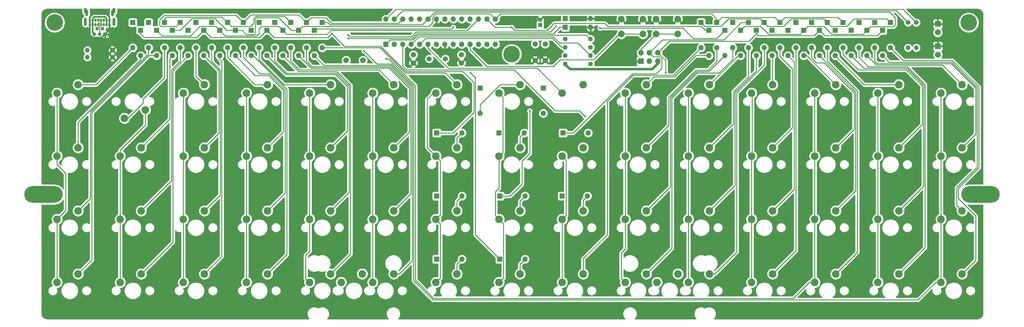
<source format=gbr>
G04 #@! TF.GenerationSoftware,KiCad,Pcbnew,(5.1.10-1-10_14)*
G04 #@! TF.CreationDate,2021-09-01T20:14:40+02:00*
G04 #@! TF.ProjectId,rosaline-ortho,726f7361-6c69-46e6-952d-6f7274686f2e,1.1*
G04 #@! TF.SameCoordinates,Original*
G04 #@! TF.FileFunction,Copper,L1,Top*
G04 #@! TF.FilePolarity,Positive*
%FSLAX46Y46*%
G04 Gerber Fmt 4.6, Leading zero omitted, Abs format (unit mm)*
G04 Created by KiCad (PCBNEW (5.1.10-1-10_14)) date 2021-09-01 20:14:40*
%MOMM*%
%LPD*%
G01*
G04 APERTURE LIST*
G04 #@! TA.AperFunction,ComponentPad*
%ADD10C,2.286000*%
G04 #@! TD*
G04 #@! TA.AperFunction,ComponentPad*
%ADD11O,1.600000X1.600000*%
G04 #@! TD*
G04 #@! TA.AperFunction,ComponentPad*
%ADD12R,1.600000X1.600000*%
G04 #@! TD*
G04 #@! TA.AperFunction,ComponentPad*
%ADD13O,0.700000X1.000000*%
G04 #@! TD*
G04 #@! TA.AperFunction,ComponentPad*
%ADD14O,0.900000X2.400000*%
G04 #@! TD*
G04 #@! TA.AperFunction,ComponentPad*
%ADD15O,0.900000X1.700000*%
G04 #@! TD*
G04 #@! TA.AperFunction,ComponentPad*
%ADD16C,1.100000*%
G04 #@! TD*
G04 #@! TA.AperFunction,ComponentPad*
%ADD17R,1.100000X1.100000*%
G04 #@! TD*
G04 #@! TA.AperFunction,ComponentPad*
%ADD18O,0.850000X2.000000*%
G04 #@! TD*
G04 #@! TA.AperFunction,WasherPad*
%ADD19O,11.600000X5.000000*%
G04 #@! TD*
G04 #@! TA.AperFunction,WasherPad*
%ADD20C,5.000000*%
G04 #@! TD*
G04 #@! TA.AperFunction,ComponentPad*
%ADD21O,1.400000X1.400000*%
G04 #@! TD*
G04 #@! TA.AperFunction,ComponentPad*
%ADD22C,1.400000*%
G04 #@! TD*
G04 #@! TA.AperFunction,ComponentPad*
%ADD23C,1.710000*%
G04 #@! TD*
G04 #@! TA.AperFunction,ComponentPad*
%ADD24R,1.200000X1.200000*%
G04 #@! TD*
G04 #@! TA.AperFunction,ComponentPad*
%ADD25C,1.200000*%
G04 #@! TD*
G04 #@! TA.AperFunction,ComponentPad*
%ADD26C,1.600000*%
G04 #@! TD*
G04 #@! TA.AperFunction,ComponentPad*
%ADD27R,1.700000X1.700000*%
G04 #@! TD*
G04 #@! TA.AperFunction,ComponentPad*
%ADD28O,1.700000X1.700000*%
G04 #@! TD*
G04 #@! TA.AperFunction,ComponentPad*
%ADD29R,1.800000X1.800000*%
G04 #@! TD*
G04 #@! TA.AperFunction,ComponentPad*
%ADD30C,1.800000*%
G04 #@! TD*
G04 #@! TA.AperFunction,ComponentPad*
%ADD31C,2.000000*%
G04 #@! TD*
G04 #@! TA.AperFunction,ComponentPad*
%ADD32C,1.500000*%
G04 #@! TD*
G04 #@! TA.AperFunction,ViaPad*
%ADD33C,0.600000*%
G04 #@! TD*
G04 #@! TA.AperFunction,Conductor*
%ADD34C,0.800000*%
G04 #@! TD*
G04 #@! TA.AperFunction,Conductor*
%ADD35C,0.500000*%
G04 #@! TD*
G04 #@! TA.AperFunction,Conductor*
%ADD36C,0.250000*%
G04 #@! TD*
G04 #@! TA.AperFunction,Conductor*
%ADD37C,0.254000*%
G04 #@! TD*
G04 #@! TA.AperFunction,Conductor*
%ADD38C,0.100000*%
G04 #@! TD*
G04 APERTURE END LIST*
D10*
X107315000Y-135413750D03*
X100965000Y-137953750D03*
X202565000Y-135413750D03*
X196215000Y-137953750D03*
X129540000Y-118903750D03*
X135890000Y-116363750D03*
X129540000Y-80803750D03*
X135890000Y-78263750D03*
X148590000Y-137953750D03*
X154940000Y-135413750D03*
X53340000Y-99853750D03*
X59690000Y-97313750D03*
X224790000Y-118903750D03*
X231140000Y-116363750D03*
X224790000Y-99853750D03*
X231140000Y-97313750D03*
D11*
X235743750Y-69532500D03*
D12*
X235743750Y-61912500D03*
D13*
X25136968Y-60145127D03*
X25986968Y-60145127D03*
X26836968Y-60145127D03*
X27686968Y-60145127D03*
X28536968Y-60145127D03*
X29386968Y-60145127D03*
X30236968Y-60145127D03*
X31086968Y-60145127D03*
X25986968Y-58795127D03*
X27686968Y-58795127D03*
X26836968Y-58795127D03*
X25136968Y-58795127D03*
X29386968Y-58795127D03*
X30236968Y-58795127D03*
X31086968Y-58795127D03*
X28536968Y-58795127D03*
D14*
X23786968Y-59315127D03*
X32436968Y-59315127D03*
D15*
X23786968Y-55935127D03*
X32436968Y-55935127D03*
D16*
X27308968Y-61339127D03*
X26508968Y-63089127D03*
X28108968Y-63089127D03*
X28908968Y-61339127D03*
D17*
X29708968Y-63089127D03*
D18*
X24208968Y-56639127D03*
X32008968Y-56639127D03*
D11*
X211931250Y-69532500D03*
D12*
X211931250Y-61912500D03*
D11*
X247650000Y-67151250D03*
D12*
X247650000Y-59531250D03*
D19*
X293846250Y-111442500D03*
X11191875Y-111442500D03*
D20*
X290274375Y-59531250D03*
X152400000Y-69056250D03*
X14525625Y-59531250D03*
D12*
X226218750Y-61912500D03*
D11*
X226218750Y-69532500D03*
X64293750Y-69532500D03*
D12*
X64293750Y-61912500D03*
D10*
X53340000Y-80803750D03*
X59690000Y-78263750D03*
X281940000Y-80803750D03*
X288290000Y-78263750D03*
X262890000Y-118903750D03*
X269240000Y-116363750D03*
X262890000Y-99853750D03*
X269240000Y-97313750D03*
X262890000Y-80803750D03*
X269240000Y-78263750D03*
X243840000Y-137953750D03*
X250190000Y-135413750D03*
X243840000Y-118903750D03*
X250190000Y-116363750D03*
X243840000Y-99853750D03*
X250190000Y-97313750D03*
X243840000Y-80803750D03*
X250190000Y-78263750D03*
X224790000Y-80803750D03*
X231140000Y-78263750D03*
X205740000Y-137953750D03*
X212090000Y-135413750D03*
X205740000Y-118903750D03*
X212090000Y-116363750D03*
X205740000Y-99853750D03*
X212090000Y-97313750D03*
X205740000Y-80803750D03*
X212090000Y-78263750D03*
X186690000Y-80803750D03*
X193040000Y-78263750D03*
X167640000Y-137953750D03*
X173990000Y-135413750D03*
X167640000Y-118903750D03*
X173990000Y-116363750D03*
X167640000Y-99853750D03*
X173990000Y-97313750D03*
X167640000Y-80803750D03*
X173990000Y-78263750D03*
X148590000Y-99853750D03*
X154940000Y-97313750D03*
X148590000Y-80803750D03*
X154940000Y-78263750D03*
X129540000Y-137953750D03*
X135890000Y-135413750D03*
X129540000Y-99853750D03*
X135890000Y-97313750D03*
X110490000Y-80803750D03*
X116840000Y-78263750D03*
X91440000Y-137953750D03*
X97790000Y-135413750D03*
X91440000Y-118903750D03*
X97790000Y-116363750D03*
X91440000Y-99853750D03*
X97790000Y-97313750D03*
X91440000Y-80803750D03*
X97790000Y-78263750D03*
X72390000Y-80803750D03*
X78740000Y-78263750D03*
X53340000Y-137953750D03*
X59690000Y-135413750D03*
X53340000Y-118903750D03*
X59690000Y-116363750D03*
X34290000Y-99853750D03*
X40640000Y-97313750D03*
X15240000Y-99853750D03*
X21590000Y-97313750D03*
D21*
X176212500Y-64500000D03*
D22*
X168592500Y-64500000D03*
D21*
X168592500Y-67000000D03*
D22*
X176212500Y-67000000D03*
D23*
X107540000Y-70961250D03*
X102460000Y-70961250D03*
D12*
X69056250Y-61912500D03*
D11*
X69056250Y-69532500D03*
D12*
X45243750Y-61912500D03*
D11*
X45243750Y-69532500D03*
D12*
X228600000Y-59531250D03*
D11*
X228600000Y-67151250D03*
X95250000Y-67151250D03*
D12*
X95250000Y-59531250D03*
D24*
X161000000Y-60245625D03*
D25*
X161000000Y-58745625D03*
D26*
X159500000Y-66000000D03*
X159500000Y-71000000D03*
X162500000Y-71000000D03*
X162500000Y-66000000D03*
X137250000Y-71750000D03*
X137250000Y-69250000D03*
X122750000Y-69250000D03*
X122750000Y-71750000D03*
D27*
X191452500Y-71199375D03*
D28*
X191452500Y-68659375D03*
X193992500Y-71199375D03*
X193992500Y-68659375D03*
X196532500Y-71199375D03*
X196532500Y-68659375D03*
D29*
X280987500Y-66675000D03*
D30*
X280987500Y-69215000D03*
D31*
X202500000Y-58500000D03*
X202500000Y-63000000D03*
X196000000Y-58500000D03*
X196000000Y-63000000D03*
X185500000Y-63000000D03*
X185500000Y-58500000D03*
X192000000Y-63000000D03*
X192000000Y-58500000D03*
D32*
X127517500Y-70485000D03*
X132397500Y-70485000D03*
D12*
X114480000Y-66120000D03*
D11*
X147500000Y-58500000D03*
X117020000Y-66120000D03*
X144960000Y-58500000D03*
X119560000Y-66120000D03*
X142420000Y-58500000D03*
X122100000Y-66120000D03*
X139880000Y-58500000D03*
X124640000Y-66120000D03*
X137340000Y-58500000D03*
X127180000Y-66120000D03*
X134800000Y-58500000D03*
X129720000Y-66120000D03*
X132260000Y-58500000D03*
X132260000Y-66120000D03*
X129720000Y-58500000D03*
X134800000Y-66120000D03*
X127180000Y-58500000D03*
X137340000Y-66120000D03*
X124640000Y-58500000D03*
X139880000Y-66120000D03*
X122100000Y-58500000D03*
X142420000Y-66120000D03*
X119560000Y-58500000D03*
X144960000Y-66120000D03*
X117020000Y-58500000D03*
X147500000Y-66120000D03*
X114480000Y-58500000D03*
D12*
X168592500Y-60960000D03*
D11*
X176212500Y-60960000D03*
X176212500Y-58340625D03*
D12*
X168592500Y-58340625D03*
X38100000Y-59531250D03*
D11*
X38100000Y-67151250D03*
D12*
X57150000Y-59531250D03*
D11*
X57150000Y-67151250D03*
X76200000Y-67151250D03*
D12*
X76200000Y-59531250D03*
X161925000Y-79295625D03*
D11*
X161925000Y-86915625D03*
D12*
X221456250Y-61912500D03*
D11*
X221456250Y-69532500D03*
X252412500Y-67151250D03*
D12*
X252412500Y-59531250D03*
X40481250Y-61912500D03*
D11*
X40481250Y-69532500D03*
D12*
X59531250Y-61912500D03*
D11*
X59531250Y-69532500D03*
X78581250Y-69532500D03*
D12*
X78581250Y-61912500D03*
D11*
X137398125Y-92868750D03*
D12*
X129778125Y-92868750D03*
X167878125Y-92868750D03*
D11*
X175498125Y-92868750D03*
X223837500Y-67151250D03*
D12*
X223837500Y-59531250D03*
X240506250Y-61912500D03*
D11*
X240506250Y-69532500D03*
D12*
X254793750Y-61912500D03*
D11*
X254793750Y-69532500D03*
X42862500Y-67151250D03*
D12*
X42862500Y-59531250D03*
D11*
X61912500Y-67151250D03*
D12*
X61912500Y-59531250D03*
D11*
X80962500Y-67151250D03*
D12*
X80962500Y-59531250D03*
X129778125Y-111918750D03*
D11*
X137398125Y-111918750D03*
D12*
X167640000Y-111918750D03*
D11*
X175260000Y-111918750D03*
D12*
X242887500Y-59531250D03*
D11*
X242887500Y-67151250D03*
D12*
X259556250Y-61912500D03*
D11*
X259556250Y-69532500D03*
X83343750Y-69532500D03*
D12*
X83343750Y-61912500D03*
X129778125Y-130968750D03*
D11*
X137398125Y-130968750D03*
D12*
X209550000Y-59531250D03*
D11*
X209550000Y-67151250D03*
D12*
X245268750Y-61912500D03*
D11*
X245268750Y-69532500D03*
D12*
X261937500Y-59531250D03*
D11*
X261937500Y-67151250D03*
X47625000Y-67151250D03*
D12*
X47625000Y-59531250D03*
D11*
X66675000Y-67151250D03*
D12*
X66675000Y-59531250D03*
D11*
X85725000Y-67151250D03*
D12*
X85725000Y-59531250D03*
D11*
X142875000Y-86915625D03*
D12*
X142875000Y-79295625D03*
D11*
X230981250Y-69532500D03*
D12*
X230981250Y-61912500D03*
D11*
X264318750Y-69532500D03*
D12*
X264318750Y-61912500D03*
X50006250Y-61912500D03*
D11*
X50006250Y-69532500D03*
D12*
X88106250Y-61912500D03*
D11*
X88106250Y-69532500D03*
D12*
X148590000Y-92868750D03*
D11*
X156210000Y-92868750D03*
D12*
X233362500Y-59531250D03*
D11*
X233362500Y-67151250D03*
D12*
X250031250Y-61912500D03*
D11*
X250031250Y-69532500D03*
D12*
X266700000Y-59531250D03*
D11*
X266700000Y-67151250D03*
D29*
X280987500Y-59960000D03*
D30*
X280987500Y-62500000D03*
D12*
X214312500Y-59531250D03*
D11*
X214312500Y-67151250D03*
D21*
X168592500Y-72000000D03*
D22*
X176212500Y-72000000D03*
X168592500Y-69532500D03*
D21*
X176212500Y-69532500D03*
X274500000Y-67151250D03*
D22*
X274500000Y-59531250D03*
X272000000Y-59531250D03*
D21*
X272000000Y-67151250D03*
X24389432Y-67865625D03*
D22*
X32009432Y-67865625D03*
X32009432Y-70008750D03*
D21*
X24389432Y-70008750D03*
D10*
X15240000Y-80803750D03*
X21590000Y-78263750D03*
X21590000Y-116363750D03*
X15240000Y-118903750D03*
X15240000Y-137953750D03*
X21590000Y-135413750D03*
X35560000Y-88423750D03*
X41910000Y-85883750D03*
X34290000Y-118903750D03*
X40640000Y-116363750D03*
X34290000Y-137953750D03*
X40640000Y-135413750D03*
X72390000Y-99853750D03*
X78740000Y-97313750D03*
X78740000Y-116363750D03*
X72390000Y-118903750D03*
X78740000Y-135413750D03*
X72390000Y-137953750D03*
X116840000Y-97313750D03*
X110490000Y-99853750D03*
X116840000Y-116363750D03*
X110490000Y-118903750D03*
X110490000Y-137953750D03*
X116840000Y-135413750D03*
X148590000Y-118903750D03*
X154940000Y-116363750D03*
X154940000Y-135413750D03*
X148590000Y-137953750D03*
X193040000Y-97313750D03*
X186690000Y-99853750D03*
X193040000Y-116363750D03*
X186690000Y-118903750D03*
X186690000Y-137953750D03*
X193040000Y-135413750D03*
X231140000Y-135413750D03*
X224790000Y-137953750D03*
X262890000Y-137953750D03*
X269240000Y-135413750D03*
X281940000Y-99853750D03*
X288290000Y-97313750D03*
X288290000Y-116363750D03*
X281940000Y-118903750D03*
X281940000Y-137953750D03*
X288290000Y-135413750D03*
D11*
X52387500Y-67151250D03*
D12*
X52387500Y-59531250D03*
X54768750Y-61912500D03*
D11*
X54768750Y-69532500D03*
D12*
X71437500Y-59531250D03*
D11*
X71437500Y-67151250D03*
X73818750Y-69532500D03*
D12*
X73818750Y-61912500D03*
D11*
X90487500Y-67151250D03*
D12*
X90487500Y-59531250D03*
X92868750Y-61912500D03*
D11*
X92868750Y-69532500D03*
D12*
X148828125Y-111918750D03*
D11*
X156448125Y-111918750D03*
X156448125Y-130968750D03*
D12*
X148828125Y-130968750D03*
D11*
X216693750Y-69532500D03*
D12*
X216693750Y-61912500D03*
X219075000Y-59531250D03*
D11*
X219075000Y-67151250D03*
X238125000Y-67151250D03*
D12*
X238125000Y-59531250D03*
X257175000Y-59531250D03*
D11*
X257175000Y-67151250D03*
D33*
X178593750Y-66675000D03*
X181451250Y-71913750D03*
X156686250Y-71913750D03*
X99298125Y-65246250D03*
X95726250Y-91678125D03*
X232410000Y-98583750D03*
X156924375Y-65484375D03*
X35480625Y-62150625D03*
X120729375Y-62865000D03*
X106203750Y-62865000D03*
X104775000Y-58102500D03*
X81200625Y-55959375D03*
X109061250Y-62865000D03*
X110251875Y-58102500D03*
X99536250Y-71199375D03*
X102155625Y-74771250D03*
X104060625Y-76914375D03*
X158115000Y-60721875D03*
X192166875Y-65008125D03*
X200739375Y-67389375D03*
X205025625Y-70246875D03*
X166925625Y-62388750D03*
X126682500Y-77866875D03*
X138588750Y-60960000D03*
X142875000Y-68818125D03*
X98107500Y-62865000D03*
X198834375Y-74771250D03*
X152400000Y-60960000D03*
X174545619Y-87868125D03*
X114538125Y-70485000D03*
X107870625Y-68103750D03*
X179070000Y-61198125D03*
X157876875Y-86201250D03*
X103108125Y-64293750D03*
X103108097Y-63341250D03*
X165734990Y-60721875D03*
X134778750Y-60960000D03*
X140017492Y-74771250D03*
D34*
X168380000Y-72000000D02*
X169960625Y-73580625D01*
X194802378Y-73580625D02*
X196611996Y-71771007D01*
X169960625Y-73580625D02*
X194802378Y-73580625D01*
D35*
X25136968Y-60295127D02*
X25136968Y-58945127D01*
X31086968Y-60295127D02*
X31086968Y-58945127D01*
X25136968Y-58945127D02*
X25136968Y-57863032D01*
X25136968Y-57863032D02*
X26000000Y-57000000D01*
X26000000Y-57000000D02*
X30200000Y-57000000D01*
X31086968Y-57886968D02*
X31086968Y-58945127D01*
X30200000Y-57000000D02*
X31086968Y-57886968D01*
X31086968Y-61711127D02*
X29708968Y-63089127D01*
X31086968Y-60295127D02*
X31086968Y-61711127D01*
X160091250Y-58745625D02*
X158115000Y-60721875D01*
X161000000Y-58745625D02*
X160091250Y-58745625D01*
X28708967Y-64089128D02*
X29708968Y-63089127D01*
X26028967Y-64089128D02*
X28708967Y-64089128D01*
X25136968Y-63197129D02*
X26028967Y-64089128D01*
X25136968Y-60295127D02*
X25136968Y-63197129D01*
D36*
X125460614Y-60219386D02*
X127180000Y-58500000D01*
X97605011Y-60219386D02*
X125460614Y-60219386D01*
X96916875Y-59531250D02*
X97605011Y-60219386D01*
X95250000Y-59531250D02*
X96916875Y-59531250D01*
X229921249Y-63037501D02*
X239381249Y-63037501D01*
X227605623Y-60721875D02*
X229921249Y-63037501D01*
X222646875Y-60721875D02*
X227605623Y-60721875D01*
X239381249Y-63037501D02*
X240506250Y-61912500D01*
X221456250Y-61912500D02*
X222646875Y-60721875D01*
X258431249Y-63037501D02*
X259556250Y-61912500D01*
X248971249Y-63037501D02*
X258431249Y-63037501D01*
X246655623Y-60721875D02*
X248971249Y-63037501D01*
X241696875Y-60721875D02*
X246655623Y-60721875D01*
X240506250Y-61912500D02*
X241696875Y-60721875D01*
X127180000Y-58500000D02*
X129270615Y-56409385D01*
X268128750Y-60287502D02*
X267628753Y-60787499D01*
X267628753Y-60787499D02*
X260681251Y-60787499D01*
X260681251Y-60787499D02*
X259556250Y-61912500D01*
X268128750Y-58102500D02*
X268128750Y-60287502D01*
X266435635Y-56409385D02*
X268128750Y-58102500D01*
X129270615Y-56409385D02*
X266435635Y-56409385D01*
X40481250Y-61912500D02*
X40481250Y-62962500D01*
X40481250Y-62962500D02*
X41548136Y-64029386D01*
X41548136Y-64029386D02*
X57414364Y-64029386D01*
X57414364Y-64029386D02*
X59531250Y-61912500D01*
X76464364Y-64029386D02*
X78581250Y-61912500D01*
X61648136Y-64029386D02*
X76464364Y-64029386D01*
X59531250Y-61912500D02*
X61648136Y-64029386D01*
X96916875Y-64055625D02*
X98107500Y-62865000D01*
X78581250Y-61912500D02*
X80724375Y-64055625D01*
X80724375Y-64055625D02*
X96916875Y-64055625D01*
X197908114Y-64743761D02*
X193992500Y-68659375D01*
X216439987Y-64743761D02*
X197908114Y-64743761D01*
X221652498Y-59531250D02*
X216439987Y-64743761D01*
X223837500Y-59531250D02*
X221652498Y-59531250D01*
X140996240Y-77654990D02*
X140996240Y-86651260D01*
X134778750Y-92868750D02*
X129778125Y-92868750D01*
X137636249Y-74294999D02*
X140996240Y-77654990D01*
X120495479Y-74294999D02*
X137636249Y-74294999D01*
X112875480Y-66675000D02*
X120495479Y-74294999D01*
X140996240Y-86651260D02*
X134778750Y-92868750D01*
X101917500Y-66675000D02*
X112875480Y-66675000D01*
X98107500Y-62865000D02*
X101917500Y-66675000D01*
X188833125Y-75009375D02*
X195976875Y-75009375D01*
X195976875Y-75009375D02*
X197707501Y-73278749D01*
X170973750Y-92868750D02*
X188833125Y-75009375D01*
X197707501Y-73278749D02*
X197707501Y-70470786D01*
X167878125Y-92868750D02*
X170973750Y-92868750D01*
X195167501Y-69834376D02*
X193992500Y-68659375D01*
X197707501Y-70470786D02*
X197071091Y-69834376D01*
X197071091Y-69834376D02*
X195167501Y-69834376D01*
X226218750Y-62962500D02*
X226743761Y-63487511D01*
X243693739Y-63487511D02*
X245268750Y-61912500D01*
X226743761Y-63487511D02*
X243693739Y-63487511D01*
X262743739Y-63487511D02*
X264318750Y-61912500D01*
X246843761Y-63487511D02*
X262743739Y-63487511D01*
X245268750Y-61912500D02*
X246843761Y-63487511D01*
X226218750Y-62962500D02*
X223987478Y-65193772D01*
X226218750Y-61912500D02*
X226218750Y-62962500D01*
X223987478Y-65193772D02*
X199998103Y-65193772D01*
X199998103Y-65193772D02*
X196532500Y-68659375D01*
X198834375Y-70961250D02*
X196532500Y-68659375D01*
X198834375Y-74771250D02*
X198834375Y-70961250D01*
X227963590Y-59531250D02*
X228600000Y-59531250D01*
X63103125Y-60721875D02*
X64293750Y-61912500D01*
X58340625Y-60721875D02*
X63103125Y-60721875D01*
X45243750Y-61912500D02*
X46910625Y-63579375D01*
X46910625Y-63579375D02*
X55483125Y-63579375D01*
X55483125Y-63579375D02*
X58340625Y-60721875D01*
X82153125Y-60721875D02*
X83343750Y-61912500D01*
X76200000Y-61436250D02*
X76914375Y-60721875D01*
X75485625Y-63579375D02*
X76200000Y-62865000D01*
X76914375Y-60721875D02*
X82153125Y-60721875D01*
X64293750Y-61912500D02*
X65960625Y-63579375D01*
X76200000Y-62865000D02*
X76200000Y-61436250D01*
X65960625Y-63579375D02*
X75485625Y-63579375D01*
X139007500Y-61912500D02*
X142420000Y-58500000D01*
X96744374Y-63037501D02*
X97869375Y-61912500D01*
X84468751Y-63037501D02*
X96744374Y-63037501D01*
X97869375Y-61912500D02*
X139007500Y-61912500D01*
X83343750Y-61912500D02*
X84468751Y-63037501D01*
X210675001Y-60656251D02*
X215568749Y-60656251D01*
X209550000Y-59531250D02*
X210675001Y-60656251D01*
X217818751Y-58406249D02*
X227474999Y-58406249D01*
X227474999Y-58406249D02*
X228600000Y-59531250D01*
X215568749Y-60656251D02*
X217818751Y-58406249D01*
X246524999Y-58406249D02*
X247650000Y-59531250D01*
X236672503Y-58406249D02*
X246524999Y-58406249D01*
X234422501Y-60656251D02*
X236672503Y-58406249D01*
X229725001Y-60656251D02*
X234422501Y-60656251D01*
X228600000Y-59531250D02*
X229725001Y-60656251D01*
X265574999Y-58406249D02*
X266700000Y-59531250D01*
X255722503Y-58406249D02*
X265574999Y-58406249D01*
X253472501Y-60656251D02*
X255722503Y-58406249D01*
X248775001Y-60656251D02*
X253472501Y-60656251D01*
X247650000Y-59531250D02*
X248775001Y-60656251D01*
X47625000Y-59531250D02*
X47625000Y-58481250D01*
X48215636Y-57890614D02*
X65034364Y-57890614D01*
X47625000Y-58481250D02*
X48215636Y-57890614D01*
X65034364Y-57890614D02*
X66675000Y-59531250D01*
X74533125Y-59769375D02*
X74533125Y-58376712D01*
X75257348Y-57652489D02*
X83846239Y-57652489D01*
X73646249Y-60656251D02*
X74533125Y-59769375D01*
X74533125Y-58376712D02*
X75257348Y-57652489D01*
X67800001Y-60656251D02*
X73646249Y-60656251D01*
X83846239Y-57652489D02*
X85725000Y-59531250D01*
X66675000Y-59531250D02*
X67800001Y-60656251D01*
X147420000Y-60960000D02*
X144960000Y-58500000D01*
X152400000Y-60960000D02*
X147420000Y-60960000D01*
X165258750Y-59769375D02*
X163115625Y-61912500D01*
X180498750Y-59769375D02*
X165258750Y-59769375D01*
X181451250Y-60721875D02*
X180498750Y-59769375D01*
X163115625Y-61912500D02*
X153352500Y-61912500D01*
X209690625Y-60721875D02*
X181451250Y-60721875D01*
X210881250Y-61912500D02*
X209690625Y-60721875D01*
X153352500Y-61912500D02*
X152400000Y-60960000D01*
X211931250Y-61912500D02*
X210881250Y-61912500D01*
X66436875Y-61912500D02*
X69056250Y-61912500D01*
X55959375Y-58340625D02*
X62865000Y-58340625D01*
X52387500Y-61912500D02*
X55959375Y-58340625D01*
X50006250Y-61912500D02*
X52387500Y-61912500D01*
X62865000Y-58340625D02*
X66436875Y-61912500D01*
X85921248Y-61912500D02*
X88106250Y-61912500D01*
X82111248Y-58102500D02*
X85921248Y-61912500D01*
X75443748Y-58102500D02*
X82111248Y-58102500D01*
X75009375Y-58536873D02*
X75443748Y-58102500D01*
X75009375Y-62906877D02*
X75009375Y-58536873D01*
X74813127Y-63103125D02*
X75009375Y-62906877D01*
X72324376Y-63103125D02*
X74813127Y-63103125D01*
X71133751Y-61912500D02*
X72324376Y-63103125D01*
X69056250Y-61912500D02*
X71133751Y-61912500D01*
X231787489Y-57956239D02*
X233362500Y-59531250D01*
X215887511Y-57956239D02*
X231787489Y-57956239D01*
X214312500Y-59531250D02*
X215887511Y-57956239D01*
X250837489Y-57956239D02*
X252412500Y-59531250D01*
X234937511Y-57956239D02*
X250837489Y-57956239D01*
X233362500Y-59531250D02*
X234937511Y-57956239D01*
X145911875Y-56911875D02*
X147500000Y-58500000D01*
X129540000Y-56911875D02*
X145911875Y-56911875D01*
X128594999Y-57856876D02*
X129540000Y-56911875D01*
X128594999Y-59523751D02*
X128594999Y-57856876D01*
X89296875Y-60721875D02*
X127396875Y-60721875D01*
X127396875Y-60721875D02*
X128594999Y-59523751D01*
X88106250Y-61912500D02*
X89296875Y-60721875D01*
X149088125Y-56911875D02*
X147500000Y-58500000D01*
X212743125Y-56911875D02*
X149088125Y-56911875D01*
X214312500Y-58481250D02*
X212743125Y-56911875D01*
X214312500Y-59531250D02*
X214312500Y-58481250D01*
X191452500Y-67547500D02*
X196000000Y-63000000D01*
X191452500Y-68659375D02*
X191452500Y-67547500D01*
X196000000Y-63000000D02*
X202500000Y-63000000D01*
X175053750Y-63341250D02*
X176212500Y-64500000D01*
X114480000Y-66120000D02*
X115830000Y-64770000D01*
X122634375Y-64770000D02*
X124063125Y-63341250D01*
X115830000Y-64770000D02*
X122634375Y-64770000D01*
X124063125Y-63341250D02*
X175053750Y-63341250D01*
X165020625Y-63817500D02*
X166925625Y-65722500D01*
X124402500Y-63817500D02*
X165020625Y-63817500D01*
X172402500Y-65722500D02*
X176212500Y-69532500D01*
X166925625Y-65722500D02*
X172402500Y-65722500D01*
X122100000Y-66120000D02*
X124402500Y-63817500D01*
X167510051Y-67000000D02*
X168500000Y-67000000D01*
X164803801Y-64293750D02*
X167510051Y-67000000D01*
X126466250Y-64293750D02*
X164803801Y-64293750D01*
X124640000Y-66120000D02*
X126466250Y-64293750D01*
X130903126Y-117540624D02*
X129540000Y-118903750D01*
X130903126Y-101216876D02*
X130903126Y-117540624D01*
X129540000Y-99853750D02*
X130903126Y-101216876D01*
X130903126Y-136590624D02*
X129540000Y-137953750D01*
X130903126Y-120266876D02*
X130903126Y-136590624D01*
X129540000Y-118903750D02*
X130903126Y-120266876D01*
X149732999Y-98710751D02*
X148590000Y-99853750D01*
X149732999Y-81946749D02*
X149732999Y-98710751D01*
X148590000Y-80803750D02*
X149732999Y-81946749D01*
X149953126Y-120266876D02*
X149953126Y-136590624D01*
X149953126Y-136590624D02*
X148590000Y-137953750D01*
X148590000Y-118903750D02*
X149953126Y-120266876D01*
X147447001Y-110680499D02*
X147447001Y-117760751D01*
X148590000Y-109537500D02*
X147447001Y-110680499D01*
X147447001Y-117760751D02*
X148590000Y-118903750D01*
X148590000Y-99853750D02*
X148590000Y-109537500D01*
X126920625Y-97234375D02*
X129540000Y-99853750D01*
X126920625Y-82629375D02*
X126920625Y-97234375D01*
X128746250Y-80803750D02*
X126920625Y-82629375D01*
X129540000Y-80803750D02*
X128746250Y-80803750D01*
X15240000Y-80803750D02*
X15240000Y-99853750D01*
X34290000Y-99853750D02*
X34290000Y-118903750D01*
X34290000Y-118903750D02*
X34290000Y-137953750D01*
X15240000Y-118903750D02*
X15240000Y-137953750D01*
X17859375Y-116284375D02*
X15240000Y-118903750D01*
X15240000Y-102442862D02*
X17859375Y-105062237D01*
X17859375Y-105062237D02*
X17859375Y-116284375D01*
X15240000Y-99853750D02*
X15240000Y-102442862D01*
X41910000Y-90487500D02*
X41910000Y-85883750D01*
X34290000Y-98107500D02*
X41910000Y-90487500D01*
X34290000Y-99853750D02*
X34290000Y-98107500D01*
X53340000Y-80803750D02*
X53340000Y-99853750D01*
X53340000Y-99853750D02*
X53340000Y-118903750D01*
X53340000Y-118903750D02*
X53340000Y-137953750D01*
X72390000Y-137953750D02*
X72390000Y-118903750D01*
X72390000Y-118903750D02*
X72390000Y-99853750D01*
X72390000Y-99853750D02*
X72390000Y-80803750D01*
X91440000Y-80803750D02*
X91440000Y-99853750D01*
X91440000Y-99853750D02*
X91440000Y-118903750D01*
X110490000Y-137953750D02*
X110490000Y-118903750D01*
X110490000Y-118903750D02*
X110490000Y-99853750D01*
X110490000Y-99853750D02*
X110490000Y-80803750D01*
X90249375Y-136763125D02*
X91440000Y-137953750D01*
X90249375Y-129778125D02*
X90249375Y-136763125D01*
X91440000Y-128587500D02*
X90249375Y-129778125D01*
X91440000Y-118903750D02*
X91440000Y-128587500D01*
X168782999Y-117760751D02*
X167640000Y-118903750D01*
X168782999Y-100996749D02*
X168782999Y-117760751D01*
X167640000Y-99853750D02*
X168782999Y-100996749D01*
X167640000Y-118903750D02*
X167640000Y-137953750D01*
X186690000Y-118903750D02*
X186690000Y-99853750D01*
X186690000Y-80803750D02*
X186690000Y-99853750D01*
X160178750Y-73342500D02*
X167640000Y-80803750D01*
X127180000Y-66120000D02*
X127180000Y-67251370D01*
X127180000Y-67251370D02*
X133271130Y-73342500D01*
X133271130Y-73342500D02*
X160178750Y-73342500D01*
X185499375Y-136763125D02*
X186237999Y-137501749D01*
X185499375Y-129063750D02*
X185499375Y-136763125D01*
X186237999Y-137501749D02*
X186690000Y-137953750D01*
X186690000Y-127873125D02*
X185499375Y-129063750D01*
X186690000Y-118903750D02*
X186690000Y-127873125D01*
X205740000Y-80803750D02*
X205740000Y-99853750D01*
X205740000Y-99853750D02*
X205740000Y-118903750D01*
X205740000Y-118903750D02*
X205740000Y-137953750D01*
X224790000Y-137953750D02*
X224790000Y-118903750D01*
X224790000Y-118903750D02*
X224790000Y-99853750D01*
X224962501Y-80976251D02*
X224790000Y-80803750D01*
X224962501Y-99681249D02*
X224962501Y-80976251D01*
X224790000Y-99853750D02*
X224962501Y-99681249D01*
X165496875Y-86201250D02*
X172878744Y-86201250D01*
X153140614Y-73844989D02*
X165496875Y-86201250D01*
X120681879Y-73844989D02*
X153140614Y-73844989D01*
X119560000Y-72723109D02*
X120681879Y-73844989D01*
X172878744Y-86201250D02*
X174545619Y-87868125D01*
X119560000Y-66120000D02*
X119560000Y-72723109D01*
X243840000Y-80803750D02*
X243840000Y-99853750D01*
X243840000Y-99853750D02*
X243840000Y-118903750D01*
X243840000Y-118903750D02*
X243840000Y-137953750D01*
X262890000Y-137953750D02*
X262890000Y-118903750D01*
X262890000Y-118903750D02*
X262890000Y-99853750D01*
X262890000Y-99853750D02*
X262890000Y-80803750D01*
X115256733Y-70485000D02*
X114538125Y-70485000D01*
X237364654Y-142812650D02*
X128848566Y-142812650D01*
X123322511Y-137286595D02*
X123322511Y-78550778D01*
X242223554Y-137953750D02*
X237364654Y-142812650D01*
X243840000Y-137953750D02*
X242223554Y-137953750D01*
X128848566Y-142812650D02*
X123322511Y-137286595D01*
X123322511Y-78550778D02*
X115256733Y-70485000D01*
X281940000Y-80803750D02*
X281940000Y-99853750D01*
X281940000Y-99853750D02*
X281940000Y-118903750D01*
X281940000Y-118903750D02*
X281940000Y-137953750D01*
X128662166Y-143262660D02*
X122872500Y-137472994D01*
X116127789Y-71992467D02*
X111759342Y-71992467D01*
X281940000Y-137953750D02*
X280323554Y-137953750D01*
X280323554Y-137953750D02*
X275014643Y-143262661D01*
X122872500Y-137472994D02*
X122872500Y-78737178D01*
X111759342Y-71992467D02*
X107870625Y-68103750D01*
X122872500Y-78737178D02*
X116127789Y-71992467D01*
X275014643Y-143262661D02*
X128662166Y-143262660D01*
D35*
X25986968Y-62567127D02*
X25986968Y-60295127D01*
X26508968Y-63089127D02*
X25986968Y-62567127D01*
X25986968Y-60295127D02*
X25986968Y-58945127D01*
X30236968Y-58363743D02*
X30236968Y-58945127D01*
X29718342Y-57845117D02*
X30236968Y-58363743D01*
X26505594Y-57845117D02*
X29718342Y-57845117D01*
X25986968Y-58363743D02*
X26505594Y-57845117D01*
X25986968Y-58945127D02*
X25986968Y-58363743D01*
X30236968Y-58945127D02*
X30236968Y-60295127D01*
D36*
X270478116Y-55509366D02*
X274500000Y-59531250D01*
X117470634Y-55509366D02*
X270478116Y-55509366D01*
X114480000Y-58500000D02*
X117470634Y-55509366D01*
X268428125Y-55959375D02*
X272000000Y-59531250D01*
X119560625Y-55959375D02*
X268428125Y-55959375D01*
X117020000Y-58500000D02*
X119560625Y-55959375D01*
X26836968Y-60295127D02*
X26836968Y-60399735D01*
X40481250Y-69532500D02*
X40481250Y-70723125D01*
X21590000Y-89614375D02*
X21590000Y-97313750D01*
X40481250Y-70723125D02*
X21590000Y-89614375D01*
X49291875Y-70246875D02*
X50006250Y-69532500D01*
X49291875Y-88661875D02*
X49291875Y-70246875D01*
X40640000Y-97313750D02*
X49291875Y-88661875D01*
X49741886Y-107261864D02*
X49741886Y-73922953D01*
X52387500Y-71277340D02*
X52387500Y-67151250D01*
X49741886Y-73922953D02*
X52387500Y-71277340D01*
X40640000Y-116363750D02*
X49741886Y-107261864D01*
X50191897Y-74109353D02*
X54768750Y-69532500D01*
X40640000Y-135413750D02*
X50191897Y-125861853D01*
X50191897Y-125861853D02*
X50191897Y-74109353D01*
X57150000Y-75723750D02*
X57150000Y-67151250D01*
X59690000Y-78263750D02*
X57150000Y-75723750D01*
X64055625Y-74056875D02*
X59531250Y-69532500D01*
X59690000Y-97313750D02*
X64055625Y-92948125D01*
X64055625Y-92948125D02*
X64055625Y-74056875D01*
X64505636Y-111548114D02*
X64505636Y-73870475D01*
X59690000Y-116363750D02*
X64505636Y-111548114D01*
X64505636Y-73870475D02*
X61912500Y-71277339D01*
X61912500Y-71277339D02*
X61912500Y-67151250D01*
X66675000Y-70008750D02*
X66675000Y-67151250D01*
X74930000Y-78263750D02*
X66675000Y-70008750D01*
X78740000Y-78263750D02*
X74930000Y-78263750D01*
X75009375Y-75485625D02*
X69056250Y-69532500D01*
X79053269Y-75485625D02*
X75009375Y-75485625D01*
X78740000Y-97313750D02*
X83581875Y-92471875D01*
X83581875Y-80014231D02*
X79053269Y-75485625D01*
X83581875Y-92471875D02*
X83581875Y-80014231D01*
X71437500Y-70008750D02*
X71437500Y-67151250D01*
X78740000Y-116363750D02*
X84084364Y-111019386D01*
X79239668Y-75035614D02*
X76464362Y-75035614D01*
X84084364Y-111019386D02*
X84084364Y-79880310D01*
X84084364Y-79880310D02*
X79239668Y-75035614D01*
X76464362Y-75035614D02*
X71437500Y-70008750D01*
X84534375Y-79693911D02*
X74372964Y-69532500D01*
X84534375Y-129619375D02*
X84534375Y-79693911D01*
X78740000Y-135413750D02*
X84534375Y-129619375D01*
X74372964Y-69532500D02*
X73818750Y-69532500D01*
X76200000Y-70723125D02*
X76200000Y-67151250D01*
X97790000Y-78263750D02*
X83740625Y-78263750D01*
X83740625Y-78263750D02*
X76200000Y-70723125D01*
X80962500Y-71277340D02*
X80962500Y-67151250D01*
X103320009Y-78632973D02*
X99484526Y-74797490D01*
X103320009Y-110833741D02*
X103320009Y-78632973D01*
X97790000Y-116363750D02*
X103320009Y-110833741D01*
X99484526Y-74797490D02*
X84482650Y-74797490D01*
X84482650Y-74797490D02*
X80962500Y-71277340D01*
X88158729Y-74347479D02*
X83343750Y-69532500D01*
X99670926Y-74347479D02*
X88158729Y-74347479D01*
X103770020Y-78446573D02*
X99670926Y-74347479D01*
X103770020Y-129433730D02*
X103770020Y-78446573D01*
X97790000Y-135413750D02*
X103770020Y-129433730D01*
X85725000Y-71277340D02*
X85725000Y-67151250D01*
X88266410Y-73818750D02*
X85725000Y-71277340D01*
X116840000Y-78263750D02*
X112395000Y-73818750D01*
X112395000Y-73818750D02*
X88266410Y-73818750D01*
X91916250Y-73342500D02*
X88106250Y-69532500D01*
X115490625Y-73342500D02*
X91916250Y-73342500D01*
X121522467Y-79374342D02*
X115490625Y-73342500D01*
X121522467Y-92631283D02*
X121522467Y-79374342D01*
X116840000Y-97313750D02*
X121522467Y-92631283D01*
X121972478Y-79109978D02*
X115754989Y-72892489D01*
X121972478Y-111231272D02*
X121972478Y-79109978D01*
X116840000Y-116363750D02*
X121972478Y-111231272D01*
X90487500Y-71199375D02*
X90487500Y-67151250D01*
X92180614Y-72892489D02*
X90487500Y-71199375D01*
X115754989Y-72892489D02*
X92180614Y-72892489D01*
X95778728Y-72442478D02*
X92868750Y-69532500D01*
X116840000Y-135413750D02*
X118456446Y-135413750D01*
X115941389Y-72442478D02*
X95778728Y-72442478D01*
X118456446Y-135413750D02*
X122422489Y-131447707D01*
X122422489Y-131447707D02*
X122422489Y-78923578D01*
X122422489Y-78923578D02*
X115941389Y-72442478D01*
X96381370Y-67151250D02*
X95250000Y-67151250D01*
X112633125Y-67151250D02*
X96381370Y-67151250D01*
X132397500Y-74771250D02*
X120253125Y-74771250D01*
X120253125Y-74771250D02*
X112633125Y-67151250D01*
X135890000Y-78263750D02*
X132397500Y-74771250D01*
X135890000Y-94376875D02*
X137398125Y-92868750D01*
X135890000Y-97313750D02*
X135890000Y-94376875D01*
X135890000Y-113426875D02*
X137398125Y-111918750D01*
X135890000Y-116363750D02*
X135890000Y-113426875D01*
X135890000Y-132476875D02*
X137398125Y-130968750D01*
X135890000Y-135413750D02*
X135890000Y-132476875D01*
X142875000Y-84296250D02*
X148907500Y-78263750D01*
X142875000Y-86915625D02*
X142875000Y-84296250D01*
X148907500Y-78263750D02*
X154940000Y-78263750D01*
X154940000Y-113426875D02*
X156448125Y-111918750D01*
X154940000Y-116363750D02*
X154940000Y-113426875D01*
X154940000Y-132476875D02*
X156448125Y-130968750D01*
X154940000Y-135413750D02*
X154940000Y-132476875D01*
X173990000Y-113188750D02*
X175260000Y-111918750D01*
X173990000Y-116363750D02*
X173990000Y-113188750D01*
X181213125Y-83265785D02*
X189019524Y-75459386D01*
X173990000Y-130810000D02*
X181213125Y-123586875D01*
X189019524Y-75459386D02*
X201241864Y-75459386D01*
X201241864Y-75459386D02*
X209550000Y-67151250D01*
X181213125Y-123586875D02*
X181213125Y-83265785D01*
X173990000Y-135413750D02*
X173990000Y-130810000D01*
X207883125Y-69532500D02*
X211931250Y-69532500D01*
X195341875Y-75961875D02*
X201453750Y-75961875D01*
X201453750Y-75961875D02*
X207883125Y-69532500D01*
X193040000Y-78263750D02*
X195341875Y-75961875D01*
X214312500Y-71199375D02*
X214312500Y-67151250D01*
X199786875Y-82070928D02*
X207986575Y-73871228D01*
X207986575Y-73871228D02*
X211640647Y-73871228D01*
X199786875Y-90566875D02*
X199786875Y-82070928D01*
X211640647Y-73871228D02*
X214312500Y-71199375D01*
X193040000Y-97313750D02*
X199786875Y-90566875D01*
X211905011Y-74321239D02*
X216693750Y-69532500D01*
X200263125Y-82231089D02*
X208172975Y-74321239D01*
X193040000Y-116363750D02*
X200263125Y-109140625D01*
X200263125Y-109140625D02*
X200263125Y-82231089D01*
X208172975Y-74321239D02*
X211905011Y-74321239D01*
X214946090Y-74771250D02*
X219075000Y-70642340D01*
X208359375Y-74771250D02*
X214946090Y-74771250D01*
X193040000Y-135413750D02*
X200739375Y-127714375D01*
X200739375Y-82391250D02*
X208359375Y-74771250D01*
X200739375Y-127714375D02*
X200739375Y-82391250D01*
X219075000Y-70642340D02*
X219075000Y-67151250D01*
X220821250Y-69532500D02*
X221456250Y-69532500D01*
X212090000Y-78263750D02*
X220821250Y-69532500D01*
X231140000Y-69691250D02*
X230981250Y-69532500D01*
X231140000Y-78263750D02*
X231140000Y-69691250D01*
X241458750Y-69532500D02*
X240506250Y-69532500D01*
X250190000Y-78263750D02*
X241458750Y-69532500D01*
X256222500Y-80486250D02*
X245268750Y-69532500D01*
X256222500Y-110331250D02*
X256222500Y-80486250D01*
X250190000Y-116363750D02*
X256222500Y-110331250D01*
X51262499Y-60656251D02*
X52387500Y-59531250D01*
X46564999Y-60656251D02*
X51262499Y-60656251D01*
X46196250Y-60287502D02*
X46564999Y-60656251D01*
X46196250Y-58774998D02*
X46196250Y-60287502D01*
X47583123Y-57388125D02*
X46196250Y-58774998D01*
X69294375Y-57388125D02*
X47583123Y-57388125D01*
X71437500Y-59531250D02*
X69294375Y-57388125D01*
X88158728Y-57202478D02*
X90487500Y-59531250D01*
X73766272Y-57202478D02*
X88158728Y-57202478D01*
X71437500Y-59531250D02*
X73766272Y-57202478D01*
X118290625Y-59769375D02*
X119560000Y-58500000D01*
X97988437Y-59769375D02*
X118290625Y-59769375D01*
X91916250Y-58102500D02*
X96321562Y-58102500D01*
X96321562Y-58102500D02*
X97988437Y-59769375D01*
X90487500Y-59531250D02*
X91916250Y-58102500D01*
X204073125Y-61198125D02*
X179070000Y-61198125D01*
X207168750Y-64293750D02*
X204073125Y-61198125D01*
X214312500Y-64293750D02*
X207168750Y-64293750D01*
X216693750Y-61912500D02*
X214312500Y-64293750D01*
X157876875Y-99060000D02*
X157876875Y-86201250D01*
X155495625Y-101441250D02*
X157876875Y-99060000D01*
X155495625Y-108346875D02*
X155495625Y-101441250D01*
X151923750Y-111918750D02*
X155495625Y-108346875D01*
X148828125Y-111918750D02*
X151923750Y-111918750D01*
X27686968Y-59913032D02*
X27686968Y-60295127D01*
X28536968Y-59063032D02*
X27686968Y-59913032D01*
X28536968Y-58945127D02*
X28536968Y-59063032D01*
X27700000Y-60308159D02*
X27686968Y-60295127D01*
X28108968Y-60858968D02*
X27700000Y-60450000D01*
X28108968Y-63089127D02*
X28108968Y-60858968D01*
X122396250Y-64293750D02*
X123825000Y-62865000D01*
X123825000Y-62865000D02*
X165020625Y-62865000D01*
X165020625Y-62865000D02*
X166925625Y-60960000D01*
X166925625Y-60960000D02*
X168592500Y-60960000D01*
X103108125Y-64293750D02*
X122396250Y-64293750D01*
X28536968Y-60463032D02*
X28536968Y-60295127D01*
X122158125Y-63817500D02*
X123586875Y-62388750D01*
X165020625Y-61436240D02*
X165734990Y-60721875D01*
X164068115Y-62388750D02*
X165734990Y-60721875D01*
X123586875Y-62388750D02*
X164068115Y-62388750D01*
X103584347Y-63817500D02*
X122158125Y-63817500D01*
X103108097Y-63341250D02*
X103584347Y-63817500D01*
X154940000Y-94138750D02*
X156210000Y-92868750D01*
X154940000Y-97313750D02*
X154940000Y-94138750D01*
X26987500Y-78263750D02*
X21590000Y-78263750D01*
X38100000Y-67151250D02*
X26987500Y-78263750D01*
X25305901Y-112647849D02*
X21590000Y-116363750D01*
X25305901Y-86534884D02*
X25305901Y-112647849D01*
X42862500Y-67151250D02*
X42862500Y-68978285D01*
X42862500Y-68978285D02*
X25305901Y-86534884D01*
X25755911Y-131247839D02*
X21590000Y-135413750D01*
X45243750Y-69532500D02*
X42944695Y-69532500D01*
X42944695Y-69532500D02*
X25755912Y-86721283D01*
X25755912Y-86721283D02*
X25755911Y-131247839D01*
X41195625Y-82629375D02*
X47625000Y-76200000D01*
X41195625Y-83820000D02*
X41195625Y-82629375D01*
X36591875Y-88423750D02*
X41195625Y-83820000D01*
X47625000Y-76200000D02*
X47625000Y-67151250D01*
X35560000Y-88423750D02*
X36591875Y-88423750D01*
X64955647Y-71325767D02*
X64293750Y-70663870D01*
X59690000Y-135413750D02*
X64955647Y-130148103D01*
X64955647Y-130148103D02*
X64955647Y-71325767D01*
X64293750Y-70663870D02*
X64293750Y-69532500D01*
X99298126Y-75247501D02*
X84296251Y-75247501D01*
X102869998Y-78819373D02*
X99298126Y-75247501D01*
X102869998Y-92233752D02*
X102869998Y-78819373D01*
X84296251Y-75247501D02*
X78581250Y-69532500D01*
X97790000Y-97313750D02*
X102869998Y-92233752D01*
X223837500Y-75879680D02*
X223837500Y-67151250D01*
X219313125Y-90090625D02*
X219313125Y-80404055D01*
X219313125Y-80404055D02*
X223837500Y-75879680D01*
X212090000Y-97313750D02*
X219313125Y-90090625D01*
X219763136Y-80590454D02*
X226218750Y-74134840D01*
X212090000Y-116363750D02*
X219763136Y-108690614D01*
X219763136Y-108690614D02*
X219763136Y-80590454D01*
X226218750Y-74134840D02*
X226218750Y-69532500D01*
X228600000Y-72390000D02*
X228600000Y-67151250D01*
X213677500Y-135413750D02*
X220265625Y-128825625D01*
X212090000Y-135413750D02*
X213677500Y-135413750D01*
X220265625Y-80724375D02*
X228600000Y-72390000D01*
X220265625Y-128825625D02*
X220265625Y-80724375D01*
X233362500Y-69770625D02*
X233362500Y-67151250D01*
X237172500Y-73580625D02*
X233362500Y-69770625D01*
X237172500Y-91281250D02*
X237172500Y-73580625D01*
X231140000Y-97313750D02*
X237172500Y-91281250D01*
X237622511Y-109881239D02*
X237622511Y-71411261D01*
X231140000Y-116363750D02*
X237622511Y-109881239D01*
X237622511Y-71411261D02*
X235743750Y-69532500D01*
X238125000Y-128428750D02*
X238125000Y-67151250D01*
X231140000Y-135413750D02*
X238125000Y-128428750D01*
X242887500Y-67865625D02*
X242887500Y-67151250D01*
X242887500Y-70245939D02*
X242887500Y-67865625D01*
X246697500Y-71675625D02*
X244317186Y-71675625D01*
X255746250Y-91757500D02*
X255746250Y-80724375D01*
X250190000Y-97313750D02*
X255746250Y-91757500D01*
X244317186Y-71675625D02*
X242887500Y-70245939D01*
X255746250Y-80724375D02*
X246697500Y-71675625D01*
X247650000Y-71199375D02*
X247650000Y-67151250D01*
X256698750Y-80248125D02*
X247650000Y-71199375D01*
X256698750Y-128905000D02*
X256698750Y-80248125D01*
X250190000Y-135413750D02*
X256698750Y-128905000D01*
X258762500Y-78263750D02*
X250031250Y-69532500D01*
X269240000Y-78263750D02*
X258762500Y-78263750D01*
X271462500Y-73818750D02*
X257014839Y-73818750D01*
X252412500Y-69216411D02*
X252412500Y-67151250D01*
X276225000Y-90328750D02*
X276225000Y-78581250D01*
X269240000Y-97313750D02*
X276225000Y-90328750D01*
X276225000Y-78581250D02*
X271462500Y-73818750D01*
X257014839Y-73818750D02*
X252412500Y-69216411D01*
X258603750Y-73342500D02*
X254793750Y-69532500D01*
X269240000Y-116363750D02*
X276675011Y-108928739D01*
X271622661Y-73342500D02*
X258603750Y-73342500D01*
X276675011Y-78394850D02*
X271622661Y-73342500D01*
X276675011Y-108928739D02*
X276675011Y-78394850D01*
X257175000Y-70008750D02*
X257175000Y-67151250D01*
X271756582Y-72840010D02*
X260006260Y-72840010D01*
X269240000Y-135413750D02*
X277125022Y-127528728D01*
X277125022Y-127528728D02*
X277125022Y-78208450D01*
X277125022Y-78208450D02*
X271756582Y-72840010D01*
X260006260Y-72840010D02*
X257175000Y-70008750D01*
X282416250Y-72390000D02*
X288290000Y-78263750D01*
X262413750Y-72390000D02*
X282416250Y-72390000D01*
X259556250Y-69532500D02*
X262413750Y-72390000D01*
X292417500Y-79295625D02*
X292417500Y-93186250D01*
X292417500Y-93186250D02*
X288290000Y-97313750D01*
X261937500Y-67151250D02*
X261937500Y-71199375D01*
X261937500Y-71199375D02*
X262678114Y-71939989D01*
X262678114Y-71939989D02*
X285061864Y-71939989D01*
X285061864Y-71939989D02*
X292417500Y-79295625D01*
X285248264Y-71489978D02*
X292867511Y-79109225D01*
X292867511Y-103210781D02*
X286702500Y-109375792D01*
X266276228Y-71489978D02*
X285248264Y-71489978D01*
X264318750Y-69532500D02*
X266276228Y-71489978D01*
X286702500Y-109375792D02*
X286702500Y-114776250D01*
X286702500Y-114776250D02*
X288290000Y-116363750D01*
X292867511Y-79109225D02*
X292867511Y-103210781D01*
X292417500Y-117949840D02*
X292417500Y-131286250D01*
X292417500Y-131286250D02*
X288290000Y-135413750D01*
X270588717Y-71039967D02*
X285434664Y-71039967D01*
X287152511Y-109562191D02*
X287152511Y-112684851D01*
X285434664Y-71039967D02*
X293317522Y-78922825D01*
X266700000Y-67151250D02*
X270588717Y-71039967D01*
X287152511Y-112684851D02*
X292417500Y-117949840D01*
X293317522Y-78922825D02*
X293317522Y-103397181D01*
X293317522Y-103397181D02*
X287152511Y-109562191D01*
X185500000Y-63000000D02*
X192000000Y-63000000D01*
X93318760Y-61462490D02*
X134276260Y-61462490D01*
X92868750Y-61912500D02*
X93318760Y-61462490D01*
X134276260Y-61462490D02*
X134778750Y-60960000D01*
X141446250Y-76200008D02*
X140017492Y-74771250D01*
X148828125Y-130968750D02*
X141446250Y-123586875D01*
X141446250Y-123586875D02*
X141446250Y-76200008D01*
X184860627Y-63000000D02*
X185500000Y-63000000D01*
X177137502Y-70723125D02*
X184860627Y-63000000D01*
X167043687Y-70723125D02*
X177137502Y-70723125D01*
X144956249Y-72804374D02*
X164962438Y-72804374D01*
X139880000Y-67728125D02*
X144956249Y-72804374D01*
X164962438Y-72804374D02*
X167043687Y-70723125D01*
X139880000Y-66120000D02*
X139880000Y-67728125D01*
D37*
X22701968Y-55481834D02*
X22701968Y-56388421D01*
X22717668Y-56547824D01*
X22779710Y-56752347D01*
X22880460Y-56940837D01*
X23016047Y-57106049D01*
X23148968Y-57215135D01*
X23148968Y-57266192D01*
X23164306Y-57421922D01*
X23224918Y-57621733D01*
X23230550Y-57632271D01*
X23181258Y-57658618D01*
X23016046Y-57794205D01*
X22880459Y-57959417D01*
X22779709Y-58147908D01*
X22717668Y-58352431D01*
X22701968Y-58511834D01*
X22701968Y-60118421D01*
X22717668Y-60277824D01*
X22779710Y-60482347D01*
X22880460Y-60670837D01*
X23016047Y-60836049D01*
X23181259Y-60971636D01*
X23369749Y-61072386D01*
X23574272Y-61134427D01*
X23786968Y-61155376D01*
X23999665Y-61134427D01*
X24204188Y-61072386D01*
X24392678Y-60971636D01*
X24408525Y-60958631D01*
X24538522Y-61079688D01*
X24703081Y-61181364D01*
X24858730Y-61240012D01*
X25009966Y-61111560D01*
X25009966Y-61280127D01*
X25101969Y-61280127D01*
X25101968Y-62523658D01*
X25097687Y-62567127D01*
X25101968Y-62610596D01*
X25101968Y-62610603D01*
X25112004Y-62712500D01*
X25114773Y-62740617D01*
X25120013Y-62757891D01*
X25165379Y-62907439D01*
X25247557Y-63061185D01*
X25323968Y-63154292D01*
X25323968Y-63205839D01*
X25369507Y-63434779D01*
X25458834Y-63650435D01*
X25588518Y-63844521D01*
X25753574Y-64009577D01*
X25947660Y-64139261D01*
X26163316Y-64228588D01*
X26392256Y-64274127D01*
X26625680Y-64274127D01*
X26854620Y-64228588D01*
X27070276Y-64139261D01*
X27264362Y-64009577D01*
X27308968Y-63964971D01*
X27353574Y-64009577D01*
X27547660Y-64139261D01*
X27763316Y-64228588D01*
X27992256Y-64274127D01*
X28225680Y-64274127D01*
X28454620Y-64228588D01*
X28670276Y-64139261D01*
X28723827Y-64103479D01*
X28804474Y-64169664D01*
X28914788Y-64228629D01*
X29034486Y-64264939D01*
X29158968Y-64277199D01*
X29423218Y-64274127D01*
X29581968Y-64115377D01*
X29581968Y-63216127D01*
X29835968Y-63216127D01*
X29835968Y-64115377D01*
X29994718Y-64274127D01*
X30258968Y-64277199D01*
X30383450Y-64264939D01*
X30503148Y-64228629D01*
X30613462Y-64169664D01*
X30710153Y-64090312D01*
X30789505Y-63993621D01*
X30848470Y-63883307D01*
X30884780Y-63763609D01*
X30897040Y-63639127D01*
X30893968Y-63374877D01*
X30735218Y-63216127D01*
X29835968Y-63216127D01*
X29581968Y-63216127D01*
X29561968Y-63216127D01*
X29561968Y-62962127D01*
X29581968Y-62962127D01*
X29581968Y-62942127D01*
X29835968Y-62942127D01*
X29835968Y-62962127D01*
X30735218Y-62962127D01*
X30893968Y-62803377D01*
X30897040Y-62539127D01*
X30884780Y-62414645D01*
X30848470Y-62294947D01*
X30789505Y-62184633D01*
X30710153Y-62087942D01*
X30613462Y-62008590D01*
X30503148Y-61949625D01*
X30383450Y-61913315D01*
X30258968Y-61901055D01*
X29994718Y-61904127D01*
X29879949Y-62018896D01*
X29959102Y-61900435D01*
X30048429Y-61684779D01*
X30093968Y-61455839D01*
X30093968Y-61270808D01*
X30236968Y-61284892D01*
X30430062Y-61265874D01*
X30615735Y-61209551D01*
X30662107Y-61184765D01*
X30808730Y-61240012D01*
X30959968Y-61111558D01*
X30959968Y-60966813D01*
X31059928Y-60845011D01*
X31151392Y-60673894D01*
X31207715Y-60488220D01*
X31213968Y-60424733D01*
X31213968Y-61111558D01*
X31365206Y-61240012D01*
X31520855Y-61181364D01*
X31685414Y-61079688D01*
X31815412Y-60958630D01*
X31831259Y-60971636D01*
X32019749Y-61072386D01*
X32224272Y-61134427D01*
X32436968Y-61155376D01*
X32649665Y-61134427D01*
X32854188Y-61072386D01*
X33042678Y-60971636D01*
X33207890Y-60836049D01*
X33343477Y-60670837D01*
X33444227Y-60482347D01*
X33506268Y-60277824D01*
X33521968Y-60118421D01*
X33521968Y-58511833D01*
X33506268Y-58352430D01*
X33444227Y-58147907D01*
X33343477Y-57959417D01*
X33207890Y-57794205D01*
X33042678Y-57658618D01*
X32988719Y-57629777D01*
X32993018Y-57621734D01*
X33053630Y-57421923D01*
X33068968Y-57266193D01*
X33068968Y-57220060D01*
X33207890Y-57106049D01*
X33343477Y-56940837D01*
X33444227Y-56752347D01*
X33506268Y-56547823D01*
X33521968Y-56388420D01*
X33521968Y-55481833D01*
X33521664Y-55478750D01*
X116426448Y-55478750D01*
X114803886Y-57101312D01*
X114621335Y-57065000D01*
X114338665Y-57065000D01*
X114061426Y-57120147D01*
X113800273Y-57228320D01*
X113565241Y-57385363D01*
X113365363Y-57585241D01*
X113208320Y-57820273D01*
X113100147Y-58081426D01*
X113045000Y-58358665D01*
X113045000Y-58641335D01*
X113100147Y-58918574D01*
X113137758Y-59009375D01*
X98303239Y-59009375D01*
X96885366Y-57591503D01*
X96861563Y-57562499D01*
X96745838Y-57467526D01*
X96613809Y-57396954D01*
X96470548Y-57353497D01*
X96358895Y-57342500D01*
X96358884Y-57342500D01*
X96321562Y-57338824D01*
X96284240Y-57342500D01*
X91953583Y-57342500D01*
X91916250Y-57338823D01*
X91878917Y-57342500D01*
X91767264Y-57353497D01*
X91624003Y-57396954D01*
X91491974Y-57467526D01*
X91376249Y-57562499D01*
X91352451Y-57591497D01*
X90850770Y-58093178D01*
X90124230Y-58093178D01*
X88722532Y-56691481D01*
X88698729Y-56662477D01*
X88583004Y-56567504D01*
X88450975Y-56496932D01*
X88307714Y-56453475D01*
X88196061Y-56442478D01*
X88196050Y-56442478D01*
X88158728Y-56438802D01*
X88121406Y-56442478D01*
X73803595Y-56442478D01*
X73766272Y-56438802D01*
X73728949Y-56442478D01*
X73728939Y-56442478D01*
X73617286Y-56453475D01*
X73474025Y-56496932D01*
X73341995Y-56567504D01*
X73258355Y-56636146D01*
X73226271Y-56662477D01*
X73202473Y-56691475D01*
X71800771Y-58093178D01*
X71074230Y-58093178D01*
X69858179Y-56877127D01*
X69834376Y-56848124D01*
X69718651Y-56753151D01*
X69586622Y-56682579D01*
X69443361Y-56639122D01*
X69331708Y-56628125D01*
X69331697Y-56628125D01*
X69294375Y-56624449D01*
X69257053Y-56628125D01*
X47620456Y-56628125D01*
X47583123Y-56624448D01*
X47545790Y-56628125D01*
X47434137Y-56639122D01*
X47290876Y-56682579D01*
X47158847Y-56753151D01*
X47043122Y-56848124D01*
X47019324Y-56877122D01*
X45685253Y-58211194D01*
X45656249Y-58234997D01*
X45619928Y-58279255D01*
X45561276Y-58350722D01*
X45511462Y-58443917D01*
X45490704Y-58482752D01*
X45447247Y-58626013D01*
X45436250Y-58737666D01*
X45436250Y-58737676D01*
X45432574Y-58774998D01*
X45436250Y-58812321D01*
X45436251Y-60250170D01*
X45432574Y-60287502D01*
X45436251Y-60324835D01*
X45447248Y-60436488D01*
X45451081Y-60449123D01*
X45458757Y-60474428D01*
X44443750Y-60474428D01*
X44319268Y-60486688D01*
X44274833Y-60500167D01*
X44288312Y-60455732D01*
X44300572Y-60331250D01*
X44300572Y-58731250D01*
X44288312Y-58606768D01*
X44252002Y-58487070D01*
X44193037Y-58376756D01*
X44113685Y-58280065D01*
X44016994Y-58200713D01*
X43906680Y-58141748D01*
X43786982Y-58105438D01*
X43662500Y-58093178D01*
X42062500Y-58093178D01*
X41938018Y-58105438D01*
X41818320Y-58141748D01*
X41708006Y-58200713D01*
X41611315Y-58280065D01*
X41531963Y-58376756D01*
X41472998Y-58487070D01*
X41436688Y-58606768D01*
X41424428Y-58731250D01*
X41424428Y-60331250D01*
X41436688Y-60455732D01*
X41450167Y-60500167D01*
X41405732Y-60486688D01*
X41281250Y-60474428D01*
X39681250Y-60474428D01*
X39556768Y-60486688D01*
X39512333Y-60500167D01*
X39525812Y-60455732D01*
X39538072Y-60331250D01*
X39538072Y-58731250D01*
X39525812Y-58606768D01*
X39489502Y-58487070D01*
X39430537Y-58376756D01*
X39351185Y-58280065D01*
X39254494Y-58200713D01*
X39144180Y-58141748D01*
X39024482Y-58105438D01*
X38900000Y-58093178D01*
X37300000Y-58093178D01*
X37175518Y-58105438D01*
X37055820Y-58141748D01*
X36945506Y-58200713D01*
X36848815Y-58280065D01*
X36769463Y-58376756D01*
X36710498Y-58487070D01*
X36674188Y-58606768D01*
X36661928Y-58731250D01*
X36661928Y-60331250D01*
X36674188Y-60455732D01*
X36710498Y-60575430D01*
X36769463Y-60685744D01*
X36848815Y-60782435D01*
X36945506Y-60861787D01*
X37055820Y-60920752D01*
X37175518Y-60957062D01*
X37300000Y-60969322D01*
X38900000Y-60969322D01*
X39024482Y-60957062D01*
X39068917Y-60943583D01*
X39055438Y-60988018D01*
X39043178Y-61112500D01*
X39043178Y-62712500D01*
X39055438Y-62836982D01*
X39091748Y-62956680D01*
X39150713Y-63066994D01*
X39230065Y-63163685D01*
X39326756Y-63243037D01*
X39437070Y-63302002D01*
X39556768Y-63338312D01*
X39681250Y-63350572D01*
X39826924Y-63350572D01*
X39846276Y-63386776D01*
X39910608Y-63465164D01*
X39941250Y-63502501D01*
X39970248Y-63526299D01*
X40984337Y-64540389D01*
X41008135Y-64569387D01*
X41123860Y-64664360D01*
X41255889Y-64734932D01*
X41399150Y-64778389D01*
X41510803Y-64789386D01*
X41510811Y-64789386D01*
X41548136Y-64793062D01*
X41585461Y-64789386D01*
X57377042Y-64789386D01*
X57414364Y-64793062D01*
X57451686Y-64789386D01*
X57451697Y-64789386D01*
X57563350Y-64778389D01*
X57706611Y-64734932D01*
X57838640Y-64664360D01*
X57954365Y-64569387D01*
X57978168Y-64540383D01*
X59167980Y-63350572D01*
X59894521Y-63350572D01*
X61084337Y-64540389D01*
X61108135Y-64569387D01*
X61137133Y-64593185D01*
X61223859Y-64664360D01*
X61343100Y-64728096D01*
X61355889Y-64734932D01*
X61499150Y-64778389D01*
X61610803Y-64789386D01*
X61610813Y-64789386D01*
X61648136Y-64793062D01*
X61685459Y-64789386D01*
X76427042Y-64789386D01*
X76464364Y-64793062D01*
X76501686Y-64789386D01*
X76501697Y-64789386D01*
X76613350Y-64778389D01*
X76756611Y-64734932D01*
X76888640Y-64664360D01*
X77004365Y-64569387D01*
X77028168Y-64540383D01*
X78217980Y-63350572D01*
X78944520Y-63350572D01*
X80160580Y-64566633D01*
X80184374Y-64595626D01*
X80213367Y-64619420D01*
X80213371Y-64619424D01*
X80284060Y-64677436D01*
X80300099Y-64690599D01*
X80432128Y-64761171D01*
X80575389Y-64804628D01*
X80687042Y-64815625D01*
X80687051Y-64815625D01*
X80724374Y-64819301D01*
X80761697Y-64815625D01*
X96879553Y-64815625D01*
X96916875Y-64819301D01*
X96954197Y-64815625D01*
X96954208Y-64815625D01*
X97065861Y-64804628D01*
X97209122Y-64761171D01*
X97341151Y-64690599D01*
X97456876Y-64595626D01*
X97480679Y-64566622D01*
X98107500Y-63939801D01*
X100558948Y-66391250D01*
X96468043Y-66391250D01*
X96364637Y-66236491D01*
X96164759Y-66036613D01*
X95929727Y-65879570D01*
X95668574Y-65771397D01*
X95391335Y-65716250D01*
X95108665Y-65716250D01*
X94831426Y-65771397D01*
X94570273Y-65879570D01*
X94335241Y-66036613D01*
X94135363Y-66236491D01*
X93978320Y-66471523D01*
X93870147Y-66732676D01*
X93815000Y-67009915D01*
X93815000Y-67292585D01*
X93870147Y-67569824D01*
X93978320Y-67830977D01*
X94135363Y-68066009D01*
X94335241Y-68265887D01*
X94570273Y-68422930D01*
X94831426Y-68531103D01*
X95108665Y-68586250D01*
X95391335Y-68586250D01*
X95668574Y-68531103D01*
X95929727Y-68422930D01*
X96164759Y-68265887D01*
X96364637Y-68066009D01*
X96468043Y-67911250D01*
X106955598Y-67911250D01*
X106935625Y-68011661D01*
X106935625Y-68195839D01*
X106971557Y-68376479D01*
X107042039Y-68546639D01*
X107144363Y-68699778D01*
X107274597Y-68830012D01*
X107427736Y-68932336D01*
X107597896Y-69002818D01*
X107718977Y-69026903D01*
X110374551Y-71682478D01*
X108850097Y-71682478D01*
X108860420Y-71667029D01*
X108972740Y-71395867D01*
X109030000Y-71108002D01*
X109030000Y-70814498D01*
X108972740Y-70526633D01*
X108860420Y-70255471D01*
X108697358Y-70011431D01*
X108489819Y-69803892D01*
X108245779Y-69640830D01*
X107974617Y-69528510D01*
X107686752Y-69471250D01*
X107393248Y-69471250D01*
X107105383Y-69528510D01*
X106834221Y-69640830D01*
X106590181Y-69803892D01*
X106382642Y-70011431D01*
X106219580Y-70255471D01*
X106107260Y-70526633D01*
X106050000Y-70814498D01*
X106050000Y-71108002D01*
X106107260Y-71395867D01*
X106219580Y-71667029D01*
X106229903Y-71682478D01*
X103770097Y-71682478D01*
X103780420Y-71667029D01*
X103892740Y-71395867D01*
X103950000Y-71108002D01*
X103950000Y-70814498D01*
X103892740Y-70526633D01*
X103780420Y-70255471D01*
X103617358Y-70011431D01*
X103409819Y-69803892D01*
X103165779Y-69640830D01*
X102894617Y-69528510D01*
X102606752Y-69471250D01*
X102313248Y-69471250D01*
X102025383Y-69528510D01*
X101754221Y-69640830D01*
X101510181Y-69803892D01*
X101302642Y-70011431D01*
X101139580Y-70255471D01*
X101027260Y-70526633D01*
X100970000Y-70814498D01*
X100970000Y-71108002D01*
X101027260Y-71395867D01*
X101139580Y-71667029D01*
X101149903Y-71682478D01*
X96093530Y-71682478D01*
X94267438Y-69856386D01*
X94303750Y-69673835D01*
X94303750Y-69391165D01*
X94248603Y-69113926D01*
X94140430Y-68852773D01*
X93983387Y-68617741D01*
X93783509Y-68417863D01*
X93548477Y-68260820D01*
X93287324Y-68152647D01*
X93010085Y-68097500D01*
X92727415Y-68097500D01*
X92450176Y-68152647D01*
X92189023Y-68260820D01*
X91953991Y-68417863D01*
X91754113Y-68617741D01*
X91597070Y-68852773D01*
X91488897Y-69113926D01*
X91433750Y-69391165D01*
X91433750Y-69673835D01*
X91488897Y-69951074D01*
X91597070Y-70212227D01*
X91754113Y-70447259D01*
X91953991Y-70647137D01*
X92189023Y-70804180D01*
X92450176Y-70912353D01*
X92727415Y-70967500D01*
X93010085Y-70967500D01*
X93192636Y-70931188D01*
X94393937Y-72132489D01*
X92495416Y-72132489D01*
X91247500Y-70884574D01*
X91247500Y-68369293D01*
X91402259Y-68265887D01*
X91602137Y-68066009D01*
X91759180Y-67830977D01*
X91867353Y-67569824D01*
X91922500Y-67292585D01*
X91922500Y-67009915D01*
X91867353Y-66732676D01*
X91759180Y-66471523D01*
X91602137Y-66236491D01*
X91402259Y-66036613D01*
X91167227Y-65879570D01*
X90906074Y-65771397D01*
X90628835Y-65716250D01*
X90346165Y-65716250D01*
X90068926Y-65771397D01*
X89807773Y-65879570D01*
X89572741Y-66036613D01*
X89372863Y-66236491D01*
X89215820Y-66471523D01*
X89107647Y-66732676D01*
X89052500Y-67009915D01*
X89052500Y-67292585D01*
X89107647Y-67569824D01*
X89215820Y-67830977D01*
X89372863Y-68066009D01*
X89572741Y-68265887D01*
X89727501Y-68369294D01*
X89727500Y-70078949D01*
X89504938Y-69856387D01*
X89541250Y-69673835D01*
X89541250Y-69391165D01*
X89486103Y-69113926D01*
X89377930Y-68852773D01*
X89220887Y-68617741D01*
X89021009Y-68417863D01*
X88785977Y-68260820D01*
X88524824Y-68152647D01*
X88247585Y-68097500D01*
X87964915Y-68097500D01*
X87687676Y-68152647D01*
X87426523Y-68260820D01*
X87191491Y-68417863D01*
X86991613Y-68617741D01*
X86834570Y-68852773D01*
X86726397Y-69113926D01*
X86671250Y-69391165D01*
X86671250Y-69673835D01*
X86726397Y-69951074D01*
X86834570Y-70212227D01*
X86991613Y-70447259D01*
X87191491Y-70647137D01*
X87426523Y-70804180D01*
X87687676Y-70912353D01*
X87964915Y-70967500D01*
X88247585Y-70967500D01*
X88430137Y-70931188D01*
X90557698Y-73058750D01*
X88581213Y-73058750D01*
X86485000Y-70962539D01*
X86485000Y-68369293D01*
X86639759Y-68265887D01*
X86839637Y-68066009D01*
X86996680Y-67830977D01*
X87104853Y-67569824D01*
X87160000Y-67292585D01*
X87160000Y-67009915D01*
X87104853Y-66732676D01*
X86996680Y-66471523D01*
X86839637Y-66236491D01*
X86639759Y-66036613D01*
X86404727Y-65879570D01*
X86143574Y-65771397D01*
X85866335Y-65716250D01*
X85583665Y-65716250D01*
X85306426Y-65771397D01*
X85045273Y-65879570D01*
X84810241Y-66036613D01*
X84610363Y-66236491D01*
X84453320Y-66471523D01*
X84345147Y-66732676D01*
X84290000Y-67009915D01*
X84290000Y-67292585D01*
X84345147Y-67569824D01*
X84453320Y-67830977D01*
X84610363Y-68066009D01*
X84810241Y-68265887D01*
X84965001Y-68369294D01*
X84965000Y-70078949D01*
X84742438Y-69856387D01*
X84778750Y-69673835D01*
X84778750Y-69391165D01*
X84723603Y-69113926D01*
X84615430Y-68852773D01*
X84458387Y-68617741D01*
X84258509Y-68417863D01*
X84023477Y-68260820D01*
X83762324Y-68152647D01*
X83485085Y-68097500D01*
X83202415Y-68097500D01*
X82925176Y-68152647D01*
X82664023Y-68260820D01*
X82428991Y-68417863D01*
X82229113Y-68617741D01*
X82072070Y-68852773D01*
X81963897Y-69113926D01*
X81908750Y-69391165D01*
X81908750Y-69673835D01*
X81963897Y-69951074D01*
X82072070Y-70212227D01*
X82229113Y-70447259D01*
X82428991Y-70647137D01*
X82664023Y-70804180D01*
X82925176Y-70912353D01*
X83202415Y-70967500D01*
X83485085Y-70967500D01*
X83667637Y-70931188D01*
X86773938Y-74037490D01*
X84797452Y-74037490D01*
X81722500Y-70962539D01*
X81722500Y-68369293D01*
X81877259Y-68265887D01*
X82077137Y-68066009D01*
X82234180Y-67830977D01*
X82342353Y-67569824D01*
X82397500Y-67292585D01*
X82397500Y-67009915D01*
X82342353Y-66732676D01*
X82234180Y-66471523D01*
X82077137Y-66236491D01*
X81877259Y-66036613D01*
X81642227Y-65879570D01*
X81381074Y-65771397D01*
X81103835Y-65716250D01*
X80821165Y-65716250D01*
X80543926Y-65771397D01*
X80282773Y-65879570D01*
X80047741Y-66036613D01*
X79847863Y-66236491D01*
X79690820Y-66471523D01*
X79582647Y-66732676D01*
X79527500Y-67009915D01*
X79527500Y-67292585D01*
X79582647Y-67569824D01*
X79690820Y-67830977D01*
X79847863Y-68066009D01*
X80047741Y-68265887D01*
X80202501Y-68369294D01*
X80202500Y-70078949D01*
X79979938Y-69856387D01*
X80016250Y-69673835D01*
X80016250Y-69391165D01*
X79961103Y-69113926D01*
X79852930Y-68852773D01*
X79695887Y-68617741D01*
X79496009Y-68417863D01*
X79260977Y-68260820D01*
X78999824Y-68152647D01*
X78722585Y-68097500D01*
X78439915Y-68097500D01*
X78162676Y-68152647D01*
X77901523Y-68260820D01*
X77666491Y-68417863D01*
X77466613Y-68617741D01*
X77309570Y-68852773D01*
X77201397Y-69113926D01*
X77146250Y-69391165D01*
X77146250Y-69673835D01*
X77201397Y-69951074D01*
X77309570Y-70212227D01*
X77466613Y-70447259D01*
X77666491Y-70647137D01*
X77901523Y-70804180D01*
X78162676Y-70912353D01*
X78439915Y-70967500D01*
X78722585Y-70967500D01*
X78905137Y-70931188D01*
X83732451Y-75758503D01*
X83756250Y-75787502D01*
X83785248Y-75811300D01*
X83871974Y-75882475D01*
X83936588Y-75917012D01*
X84004004Y-75953047D01*
X84147265Y-75996504D01*
X84258918Y-76007501D01*
X84258928Y-76007501D01*
X84296251Y-76011177D01*
X84333574Y-76007501D01*
X98983325Y-76007501D01*
X102109999Y-79134176D01*
X102109998Y-91918950D01*
X98390823Y-95638126D01*
X98308623Y-95604078D01*
X97965118Y-95535750D01*
X97614882Y-95535750D01*
X97271377Y-95604078D01*
X96947801Y-95738107D01*
X96656591Y-95932687D01*
X96408937Y-96180341D01*
X96214357Y-96471551D01*
X96080328Y-96795127D01*
X96012000Y-97138632D01*
X96012000Y-97488868D01*
X96080328Y-97832373D01*
X96214357Y-98155949D01*
X96408937Y-98447159D01*
X96656591Y-98694813D01*
X96947801Y-98889393D01*
X97271377Y-99023422D01*
X97614882Y-99091750D01*
X97965118Y-99091750D01*
X98308623Y-99023422D01*
X98632199Y-98889393D01*
X98923409Y-98694813D01*
X99171063Y-98447159D01*
X99365643Y-98155949D01*
X99499672Y-97832373D01*
X99568000Y-97488868D01*
X99568000Y-97138632D01*
X99499672Y-96795127D01*
X99465624Y-96712927D01*
X102560010Y-93618542D01*
X102560009Y-110518939D01*
X98390823Y-114688126D01*
X98308623Y-114654078D01*
X97965118Y-114585750D01*
X97614882Y-114585750D01*
X97271377Y-114654078D01*
X96947801Y-114788107D01*
X96656591Y-114982687D01*
X96408937Y-115230341D01*
X96214357Y-115521551D01*
X96080328Y-115845127D01*
X96012000Y-116188632D01*
X96012000Y-116538868D01*
X96080328Y-116882373D01*
X96214357Y-117205949D01*
X96408937Y-117497159D01*
X96656591Y-117744813D01*
X96947801Y-117939393D01*
X97271377Y-118073422D01*
X97614882Y-118141750D01*
X97965118Y-118141750D01*
X98308623Y-118073422D01*
X98632199Y-117939393D01*
X98923409Y-117744813D01*
X99171063Y-117497159D01*
X99365643Y-117205949D01*
X99499672Y-116882373D01*
X99568000Y-116538868D01*
X99568000Y-116188632D01*
X99499672Y-115845127D01*
X99465624Y-115762927D01*
X103010020Y-112218532D01*
X103010020Y-129118927D01*
X98390823Y-133738126D01*
X98308623Y-133704078D01*
X97965118Y-133635750D01*
X97614882Y-133635750D01*
X97457371Y-133667081D01*
X97579701Y-133484001D01*
X97777873Y-133005572D01*
X97878900Y-132497674D01*
X97878900Y-131979826D01*
X97777873Y-131471928D01*
X97579701Y-130993499D01*
X97292000Y-130562924D01*
X96925826Y-130196750D01*
X96495251Y-129909049D01*
X96016822Y-129710877D01*
X95508924Y-129609850D01*
X94991076Y-129609850D01*
X94483178Y-129710877D01*
X94043500Y-129892998D01*
X93603822Y-129710877D01*
X93095924Y-129609850D01*
X92578076Y-129609850D01*
X92070178Y-129710877D01*
X91591749Y-129909049D01*
X91161174Y-130196750D01*
X91009375Y-130348549D01*
X91009375Y-130092926D01*
X91951003Y-129151299D01*
X91980001Y-129127501D01*
X92019498Y-129079374D01*
X92074974Y-129011777D01*
X92145546Y-128879747D01*
X92152841Y-128855699D01*
X92189003Y-128736486D01*
X92200000Y-128624833D01*
X92200000Y-128624824D01*
X92203676Y-128587501D01*
X92200000Y-128550178D01*
X92200000Y-121184826D01*
X92621100Y-121184826D01*
X92621100Y-121702674D01*
X92722127Y-122210572D01*
X92920299Y-122689001D01*
X93208000Y-123119576D01*
X93574174Y-123485750D01*
X94004749Y-123773451D01*
X94483178Y-123971623D01*
X94991076Y-124072650D01*
X95508924Y-124072650D01*
X96016822Y-123971623D01*
X96495251Y-123773451D01*
X96925826Y-123485750D01*
X97292000Y-123119576D01*
X97579701Y-122689001D01*
X97777873Y-122210572D01*
X97878900Y-121702674D01*
X97878900Y-121297402D01*
X98844100Y-121297402D01*
X98844100Y-121590098D01*
X98901202Y-121877171D01*
X99013212Y-122147588D01*
X99175826Y-122390956D01*
X99382794Y-122597924D01*
X99626162Y-122760538D01*
X99896579Y-122872548D01*
X100183652Y-122929650D01*
X100476348Y-122929650D01*
X100763421Y-122872548D01*
X101033838Y-122760538D01*
X101277206Y-122597924D01*
X101484174Y-122390956D01*
X101646788Y-122147588D01*
X101758798Y-121877171D01*
X101815900Y-121590098D01*
X101815900Y-121297402D01*
X101758798Y-121010329D01*
X101646788Y-120739912D01*
X101484174Y-120496544D01*
X101277206Y-120289576D01*
X101033838Y-120126962D01*
X100763421Y-120014952D01*
X100476348Y-119957850D01*
X100183652Y-119957850D01*
X99896579Y-120014952D01*
X99626162Y-120126962D01*
X99382794Y-120289576D01*
X99175826Y-120496544D01*
X99013212Y-120739912D01*
X98901202Y-121010329D01*
X98844100Y-121297402D01*
X97878900Y-121297402D01*
X97878900Y-121184826D01*
X97777873Y-120676928D01*
X97579701Y-120198499D01*
X97292000Y-119767924D01*
X96925826Y-119401750D01*
X96495251Y-119114049D01*
X96016822Y-118915877D01*
X95508924Y-118814850D01*
X94991076Y-118814850D01*
X94483178Y-118915877D01*
X94004749Y-119114049D01*
X93574174Y-119401750D01*
X93208000Y-119767924D01*
X92920299Y-120198499D01*
X92722127Y-120676928D01*
X92621100Y-121184826D01*
X92200000Y-121184826D01*
X92200000Y-120513441D01*
X92282199Y-120479393D01*
X92573409Y-120284813D01*
X92821063Y-120037159D01*
X93015643Y-119745949D01*
X93149672Y-119422373D01*
X93218000Y-119078868D01*
X93218000Y-118728632D01*
X93149672Y-118385127D01*
X93015643Y-118061551D01*
X92821063Y-117770341D01*
X92573409Y-117522687D01*
X92282199Y-117328107D01*
X92200000Y-117294059D01*
X92200000Y-102134826D01*
X92621100Y-102134826D01*
X92621100Y-102652674D01*
X92722127Y-103160572D01*
X92920299Y-103639001D01*
X93208000Y-104069576D01*
X93574174Y-104435750D01*
X94004749Y-104723451D01*
X94483178Y-104921623D01*
X94991076Y-105022650D01*
X95508924Y-105022650D01*
X96016822Y-104921623D01*
X96495251Y-104723451D01*
X96925826Y-104435750D01*
X97292000Y-104069576D01*
X97579701Y-103639001D01*
X97777873Y-103160572D01*
X97878900Y-102652674D01*
X97878900Y-102247402D01*
X98844100Y-102247402D01*
X98844100Y-102540098D01*
X98901202Y-102827171D01*
X99013212Y-103097588D01*
X99175826Y-103340956D01*
X99382794Y-103547924D01*
X99626162Y-103710538D01*
X99896579Y-103822548D01*
X100183652Y-103879650D01*
X100476348Y-103879650D01*
X100763421Y-103822548D01*
X101033838Y-103710538D01*
X101277206Y-103547924D01*
X101484174Y-103340956D01*
X101646788Y-103097588D01*
X101758798Y-102827171D01*
X101815900Y-102540098D01*
X101815900Y-102247402D01*
X101758798Y-101960329D01*
X101646788Y-101689912D01*
X101484174Y-101446544D01*
X101277206Y-101239576D01*
X101033838Y-101076962D01*
X100763421Y-100964952D01*
X100476348Y-100907850D01*
X100183652Y-100907850D01*
X99896579Y-100964952D01*
X99626162Y-101076962D01*
X99382794Y-101239576D01*
X99175826Y-101446544D01*
X99013212Y-101689912D01*
X98901202Y-101960329D01*
X98844100Y-102247402D01*
X97878900Y-102247402D01*
X97878900Y-102134826D01*
X97777873Y-101626928D01*
X97579701Y-101148499D01*
X97292000Y-100717924D01*
X96925826Y-100351750D01*
X96495251Y-100064049D01*
X96016822Y-99865877D01*
X95508924Y-99764850D01*
X94991076Y-99764850D01*
X94483178Y-99865877D01*
X94004749Y-100064049D01*
X93574174Y-100351750D01*
X93208000Y-100717924D01*
X92920299Y-101148499D01*
X92722127Y-101626928D01*
X92621100Y-102134826D01*
X92200000Y-102134826D01*
X92200000Y-101463441D01*
X92282199Y-101429393D01*
X92573409Y-101234813D01*
X92821063Y-100987159D01*
X93015643Y-100695949D01*
X93149672Y-100372373D01*
X93218000Y-100028868D01*
X93218000Y-99678632D01*
X93149672Y-99335127D01*
X93015643Y-99011551D01*
X92821063Y-98720341D01*
X92573409Y-98472687D01*
X92282199Y-98278107D01*
X92200000Y-98244059D01*
X92200000Y-83084826D01*
X92621100Y-83084826D01*
X92621100Y-83602674D01*
X92722127Y-84110572D01*
X92920299Y-84589001D01*
X93208000Y-85019576D01*
X93574174Y-85385750D01*
X94004749Y-85673451D01*
X94483178Y-85871623D01*
X94991076Y-85972650D01*
X95508924Y-85972650D01*
X96016822Y-85871623D01*
X96495251Y-85673451D01*
X96925826Y-85385750D01*
X97292000Y-85019576D01*
X97579701Y-84589001D01*
X97777873Y-84110572D01*
X97878900Y-83602674D01*
X97878900Y-83197402D01*
X98844100Y-83197402D01*
X98844100Y-83490098D01*
X98901202Y-83777171D01*
X99013212Y-84047588D01*
X99175826Y-84290956D01*
X99382794Y-84497924D01*
X99626162Y-84660538D01*
X99896579Y-84772548D01*
X100183652Y-84829650D01*
X100476348Y-84829650D01*
X100763421Y-84772548D01*
X101033838Y-84660538D01*
X101277206Y-84497924D01*
X101484174Y-84290956D01*
X101646788Y-84047588D01*
X101758798Y-83777171D01*
X101815900Y-83490098D01*
X101815900Y-83197402D01*
X101758798Y-82910329D01*
X101646788Y-82639912D01*
X101484174Y-82396544D01*
X101277206Y-82189576D01*
X101033838Y-82026962D01*
X100763421Y-81914952D01*
X100476348Y-81857850D01*
X100183652Y-81857850D01*
X99896579Y-81914952D01*
X99626162Y-82026962D01*
X99382794Y-82189576D01*
X99175826Y-82396544D01*
X99013212Y-82639912D01*
X98901202Y-82910329D01*
X98844100Y-83197402D01*
X97878900Y-83197402D01*
X97878900Y-83084826D01*
X97777873Y-82576928D01*
X97579701Y-82098499D01*
X97292000Y-81667924D01*
X96925826Y-81301750D01*
X96495251Y-81014049D01*
X96016822Y-80815877D01*
X95508924Y-80714850D01*
X94991076Y-80714850D01*
X94483178Y-80815877D01*
X94004749Y-81014049D01*
X93574174Y-81301750D01*
X93208000Y-81667924D01*
X92920299Y-82098499D01*
X92722127Y-82576928D01*
X92621100Y-83084826D01*
X92200000Y-83084826D01*
X92200000Y-82413441D01*
X92282199Y-82379393D01*
X92573409Y-82184813D01*
X92821063Y-81937159D01*
X93015643Y-81645949D01*
X93149672Y-81322373D01*
X93218000Y-80978868D01*
X93218000Y-80628632D01*
X93149672Y-80285127D01*
X93015643Y-79961551D01*
X92821063Y-79670341D01*
X92573409Y-79422687D01*
X92282199Y-79228107D01*
X91958623Y-79094078D01*
X91615118Y-79025750D01*
X91264882Y-79025750D01*
X90921377Y-79094078D01*
X90597801Y-79228107D01*
X90306591Y-79422687D01*
X90058937Y-79670341D01*
X89864357Y-79961551D01*
X89730328Y-80285127D01*
X89662000Y-80628632D01*
X89662000Y-80978868D01*
X89730328Y-81322373D01*
X89864357Y-81645949D01*
X90008022Y-81860959D01*
X89736579Y-81914952D01*
X89466162Y-82026962D01*
X89222794Y-82189576D01*
X89015826Y-82396544D01*
X88853212Y-82639912D01*
X88741202Y-82910329D01*
X88684100Y-83197402D01*
X88684100Y-83490098D01*
X88741202Y-83777171D01*
X88853212Y-84047588D01*
X89015826Y-84290956D01*
X89222794Y-84497924D01*
X89466162Y-84660538D01*
X89736579Y-84772548D01*
X90023652Y-84829650D01*
X90316348Y-84829650D01*
X90603421Y-84772548D01*
X90680000Y-84740828D01*
X90680001Y-98244059D01*
X90597801Y-98278107D01*
X90306591Y-98472687D01*
X90058937Y-98720341D01*
X89864357Y-99011551D01*
X89730328Y-99335127D01*
X89662000Y-99678632D01*
X89662000Y-100028868D01*
X89730328Y-100372373D01*
X89864357Y-100695949D01*
X90008022Y-100910959D01*
X89736579Y-100964952D01*
X89466162Y-101076962D01*
X89222794Y-101239576D01*
X89015826Y-101446544D01*
X88853212Y-101689912D01*
X88741202Y-101960329D01*
X88684100Y-102247402D01*
X88684100Y-102540098D01*
X88741202Y-102827171D01*
X88853212Y-103097588D01*
X89015826Y-103340956D01*
X89222794Y-103547924D01*
X89466162Y-103710538D01*
X89736579Y-103822548D01*
X90023652Y-103879650D01*
X90316348Y-103879650D01*
X90603421Y-103822548D01*
X90680000Y-103790828D01*
X90680001Y-117294059D01*
X90597801Y-117328107D01*
X90306591Y-117522687D01*
X90058937Y-117770341D01*
X89864357Y-118061551D01*
X89730328Y-118385127D01*
X89662000Y-118728632D01*
X89662000Y-119078868D01*
X89730328Y-119422373D01*
X89864357Y-119745949D01*
X90008022Y-119960959D01*
X89736579Y-120014952D01*
X89466162Y-120126962D01*
X89222794Y-120289576D01*
X89015826Y-120496544D01*
X88853212Y-120739912D01*
X88741202Y-121010329D01*
X88684100Y-121297402D01*
X88684100Y-121590098D01*
X88741202Y-121877171D01*
X88853212Y-122147588D01*
X89015826Y-122390956D01*
X89222794Y-122597924D01*
X89466162Y-122760538D01*
X89736579Y-122872548D01*
X90023652Y-122929650D01*
X90316348Y-122929650D01*
X90603421Y-122872548D01*
X90680000Y-122840828D01*
X90680001Y-128272697D01*
X89738378Y-129214321D01*
X89709374Y-129238124D01*
X89664301Y-129293046D01*
X89614401Y-129353849D01*
X89598057Y-129384427D01*
X89543829Y-129485879D01*
X89500372Y-129629140D01*
X89489375Y-129740793D01*
X89489375Y-129740803D01*
X89485699Y-129778125D01*
X89489375Y-129815448D01*
X89489376Y-136725793D01*
X89485699Y-136763125D01*
X89489376Y-136800458D01*
X89500373Y-136912111D01*
X89508211Y-136937950D01*
X89543829Y-137055371D01*
X89614401Y-137187401D01*
X89685576Y-137274127D01*
X89709375Y-137303126D01*
X89738373Y-137326924D01*
X89764376Y-137352927D01*
X89730328Y-137435127D01*
X89662000Y-137778632D01*
X89662000Y-138128868D01*
X89730328Y-138472373D01*
X89864357Y-138795949D01*
X90008022Y-139010959D01*
X89736579Y-139064952D01*
X89466162Y-139176962D01*
X89222794Y-139339576D01*
X89015826Y-139546544D01*
X88853212Y-139789912D01*
X88741202Y-140060329D01*
X88684100Y-140347402D01*
X88684100Y-140640098D01*
X88741202Y-140927171D01*
X88853212Y-141197588D01*
X89015826Y-141440956D01*
X89222794Y-141647924D01*
X89466162Y-141810538D01*
X89736579Y-141922548D01*
X90023652Y-141979650D01*
X90316348Y-141979650D01*
X90603421Y-141922548D01*
X90873838Y-141810538D01*
X91117206Y-141647924D01*
X91324174Y-141440956D01*
X91486788Y-141197588D01*
X91598798Y-140927171D01*
X91655900Y-140640098D01*
X91655900Y-140347402D01*
X91633508Y-140234826D01*
X92621100Y-140234826D01*
X92621100Y-140752674D01*
X92722127Y-141260572D01*
X92920299Y-141739001D01*
X93208000Y-142169576D01*
X93574174Y-142535750D01*
X94004749Y-142823451D01*
X94483178Y-143021623D01*
X94991076Y-143122650D01*
X95508924Y-143122650D01*
X96016822Y-143021623D01*
X96495251Y-142823451D01*
X96925826Y-142535750D01*
X97292000Y-142169576D01*
X97579701Y-141739001D01*
X97777873Y-141260572D01*
X97878900Y-140752674D01*
X97878900Y-140347402D01*
X98209100Y-140347402D01*
X98209100Y-140640098D01*
X98266202Y-140927171D01*
X98378212Y-141197588D01*
X98540826Y-141440956D01*
X98747794Y-141647924D01*
X98991162Y-141810538D01*
X99261579Y-141922548D01*
X99548652Y-141979650D01*
X99841348Y-141979650D01*
X100012500Y-141945606D01*
X100183652Y-141979650D01*
X100476348Y-141979650D01*
X100763421Y-141922548D01*
X101033838Y-141810538D01*
X101277206Y-141647924D01*
X101484174Y-141440956D01*
X101646788Y-141197588D01*
X101758798Y-140927171D01*
X101815900Y-140640098D01*
X101815900Y-140347402D01*
X101793508Y-140234826D01*
X102146100Y-140234826D01*
X102146100Y-140752674D01*
X102247127Y-141260572D01*
X102445299Y-141739001D01*
X102733000Y-142169576D01*
X103099174Y-142535750D01*
X103529749Y-142823451D01*
X104008178Y-143021623D01*
X104516076Y-143122650D01*
X105033924Y-143122650D01*
X105541822Y-143021623D01*
X106020251Y-142823451D01*
X106450826Y-142535750D01*
X106817000Y-142169576D01*
X107104701Y-141739001D01*
X107302873Y-141260572D01*
X107403900Y-140752674D01*
X107403900Y-140234826D01*
X107302873Y-139726928D01*
X107104701Y-139248499D01*
X106817000Y-138817924D01*
X106450826Y-138451750D01*
X106020251Y-138164049D01*
X105541822Y-137965877D01*
X105033924Y-137864850D01*
X104516076Y-137864850D01*
X104008178Y-137965877D01*
X103529749Y-138164049D01*
X103099174Y-138451750D01*
X102733000Y-138817924D01*
X102445299Y-139248499D01*
X102247127Y-139726928D01*
X102146100Y-140234826D01*
X101793508Y-140234826D01*
X101758798Y-140060329D01*
X101646788Y-139789912D01*
X101545221Y-139637907D01*
X101807199Y-139529393D01*
X102098409Y-139334813D01*
X102346063Y-139087159D01*
X102540643Y-138795949D01*
X102674672Y-138472373D01*
X102743000Y-138128868D01*
X102743000Y-137778632D01*
X102674672Y-137435127D01*
X102540643Y-137111551D01*
X102346063Y-136820341D01*
X102098409Y-136572687D01*
X101807199Y-136378107D01*
X101483623Y-136244078D01*
X101140118Y-136175750D01*
X100789882Y-136175750D01*
X100446377Y-136244078D01*
X100122801Y-136378107D01*
X99831591Y-136572687D01*
X99583937Y-136820341D01*
X99389357Y-137111551D01*
X99255328Y-137435127D01*
X99187000Y-137778632D01*
X99187000Y-138128868D01*
X99255328Y-138472373D01*
X99389357Y-138795949D01*
X99533022Y-139010959D01*
X99261579Y-139064952D01*
X98991162Y-139176962D01*
X98747794Y-139339576D01*
X98540826Y-139546544D01*
X98378212Y-139789912D01*
X98266202Y-140060329D01*
X98209100Y-140347402D01*
X97878900Y-140347402D01*
X97878900Y-140234826D01*
X97777873Y-139726928D01*
X97579701Y-139248499D01*
X97292000Y-138817924D01*
X96925826Y-138451750D01*
X96495251Y-138164049D01*
X96016822Y-137965877D01*
X95508924Y-137864850D01*
X94991076Y-137864850D01*
X94483178Y-137965877D01*
X94004749Y-138164049D01*
X93574174Y-138451750D01*
X93208000Y-138817924D01*
X92920299Y-139248499D01*
X92722127Y-139726928D01*
X92621100Y-140234826D01*
X91633508Y-140234826D01*
X91598798Y-140060329D01*
X91486788Y-139789912D01*
X91447925Y-139731750D01*
X91615118Y-139731750D01*
X91958623Y-139663422D01*
X92282199Y-139529393D01*
X92573409Y-139334813D01*
X92821063Y-139087159D01*
X93015643Y-138795949D01*
X93149672Y-138472373D01*
X93218000Y-138128868D01*
X93218000Y-137778632D01*
X93149672Y-137435127D01*
X93015643Y-137111551D01*
X92821063Y-136820341D01*
X92573409Y-136572687D01*
X92282199Y-136378107D01*
X91958623Y-136244078D01*
X91615118Y-136175750D01*
X91264882Y-136175750D01*
X91009375Y-136226574D01*
X91009375Y-134128951D01*
X91161174Y-134280750D01*
X91591749Y-134568451D01*
X92070178Y-134766623D01*
X92578076Y-134867650D01*
X93095924Y-134867650D01*
X93603822Y-134766623D01*
X94043500Y-134584502D01*
X94483178Y-134766623D01*
X94991076Y-134867650D01*
X95508924Y-134867650D01*
X96016822Y-134766623D01*
X96157732Y-134708256D01*
X96080328Y-134895127D01*
X96012000Y-135238632D01*
X96012000Y-135588868D01*
X96080328Y-135932373D01*
X96214357Y-136255949D01*
X96408937Y-136547159D01*
X96656591Y-136794813D01*
X96947801Y-136989393D01*
X97271377Y-137123422D01*
X97614882Y-137191750D01*
X97965118Y-137191750D01*
X98308623Y-137123422D01*
X98632199Y-136989393D01*
X98923409Y-136794813D01*
X99171063Y-136547159D01*
X99365643Y-136255949D01*
X99499672Y-135932373D01*
X99568000Y-135588868D01*
X99568000Y-135238632D01*
X105537000Y-135238632D01*
X105537000Y-135588868D01*
X105605328Y-135932373D01*
X105739357Y-136255949D01*
X105933937Y-136547159D01*
X106181591Y-136794813D01*
X106472801Y-136989393D01*
X106796377Y-137123422D01*
X107139882Y-137191750D01*
X107490118Y-137191750D01*
X107833623Y-137123422D01*
X108157199Y-136989393D01*
X108448409Y-136794813D01*
X108696063Y-136547159D01*
X108890643Y-136255949D01*
X109024672Y-135932373D01*
X109093000Y-135588868D01*
X109093000Y-135238632D01*
X109024672Y-134895127D01*
X108890643Y-134571551D01*
X108696063Y-134280341D01*
X108448409Y-134032687D01*
X108157199Y-133838107D01*
X107833623Y-133704078D01*
X107490118Y-133635750D01*
X107139882Y-133635750D01*
X106796377Y-133704078D01*
X106472801Y-133838107D01*
X106181591Y-134032687D01*
X105933937Y-134280341D01*
X105739357Y-134571551D01*
X105605328Y-134895127D01*
X105537000Y-135238632D01*
X99568000Y-135238632D01*
X99499672Y-134895127D01*
X99465624Y-134812927D01*
X104281029Y-129997524D01*
X104310021Y-129973731D01*
X104333815Y-129944738D01*
X104333819Y-129944734D01*
X104404993Y-129858007D01*
X104404994Y-129858006D01*
X104475566Y-129725977D01*
X104519023Y-129582716D01*
X104530020Y-129471063D01*
X104530020Y-129471054D01*
X104533696Y-129433731D01*
X104530020Y-129396408D01*
X104530020Y-83197402D01*
X107734100Y-83197402D01*
X107734100Y-83490098D01*
X107791202Y-83777171D01*
X107903212Y-84047588D01*
X108065826Y-84290956D01*
X108272794Y-84497924D01*
X108516162Y-84660538D01*
X108786579Y-84772548D01*
X109073652Y-84829650D01*
X109366348Y-84829650D01*
X109653421Y-84772548D01*
X109730001Y-84740828D01*
X109730000Y-98244059D01*
X109647801Y-98278107D01*
X109356591Y-98472687D01*
X109108937Y-98720341D01*
X108914357Y-99011551D01*
X108780328Y-99335127D01*
X108712000Y-99678632D01*
X108712000Y-100028868D01*
X108780328Y-100372373D01*
X108914357Y-100695949D01*
X109058022Y-100910959D01*
X108786579Y-100964952D01*
X108516162Y-101076962D01*
X108272794Y-101239576D01*
X108065826Y-101446544D01*
X107903212Y-101689912D01*
X107791202Y-101960329D01*
X107734100Y-102247402D01*
X107734100Y-102540098D01*
X107791202Y-102827171D01*
X107903212Y-103097588D01*
X108065826Y-103340956D01*
X108272794Y-103547924D01*
X108516162Y-103710538D01*
X108786579Y-103822548D01*
X109073652Y-103879650D01*
X109366348Y-103879650D01*
X109653421Y-103822548D01*
X109730001Y-103790828D01*
X109730000Y-117294059D01*
X109647801Y-117328107D01*
X109356591Y-117522687D01*
X109108937Y-117770341D01*
X108914357Y-118061551D01*
X108780328Y-118385127D01*
X108712000Y-118728632D01*
X108712000Y-119078868D01*
X108780328Y-119422373D01*
X108914357Y-119745949D01*
X109058022Y-119960959D01*
X108786579Y-120014952D01*
X108516162Y-120126962D01*
X108272794Y-120289576D01*
X108065826Y-120496544D01*
X107903212Y-120739912D01*
X107791202Y-121010329D01*
X107734100Y-121297402D01*
X107734100Y-121590098D01*
X107791202Y-121877171D01*
X107903212Y-122147588D01*
X108065826Y-122390956D01*
X108272794Y-122597924D01*
X108516162Y-122760538D01*
X108786579Y-122872548D01*
X109073652Y-122929650D01*
X109366348Y-122929650D01*
X109653421Y-122872548D01*
X109730001Y-122840828D01*
X109730000Y-136344059D01*
X109647801Y-136378107D01*
X109356591Y-136572687D01*
X109108937Y-136820341D01*
X108914357Y-137111551D01*
X108780328Y-137435127D01*
X108712000Y-137778632D01*
X108712000Y-138128868D01*
X108780328Y-138472373D01*
X108914357Y-138795949D01*
X109058022Y-139010959D01*
X108786579Y-139064952D01*
X108516162Y-139176962D01*
X108272794Y-139339576D01*
X108065826Y-139546544D01*
X107903212Y-139789912D01*
X107791202Y-140060329D01*
X107734100Y-140347402D01*
X107734100Y-140640098D01*
X107791202Y-140927171D01*
X107903212Y-141197588D01*
X108065826Y-141440956D01*
X108272794Y-141647924D01*
X108516162Y-141810538D01*
X108786579Y-141922548D01*
X109073652Y-141979650D01*
X109366348Y-141979650D01*
X109537500Y-141945606D01*
X109708652Y-141979650D01*
X110001348Y-141979650D01*
X110288421Y-141922548D01*
X110558838Y-141810538D01*
X110802206Y-141647924D01*
X111009174Y-141440956D01*
X111171788Y-141197588D01*
X111283798Y-140927171D01*
X111340900Y-140640098D01*
X111340900Y-140347402D01*
X111318508Y-140234826D01*
X111671100Y-140234826D01*
X111671100Y-140752674D01*
X111772127Y-141260572D01*
X111970299Y-141739001D01*
X112258000Y-142169576D01*
X112624174Y-142535750D01*
X113054749Y-142823451D01*
X113533178Y-143021623D01*
X114041076Y-143122650D01*
X114558924Y-143122650D01*
X115066822Y-143021623D01*
X115545251Y-142823451D01*
X115975826Y-142535750D01*
X116342000Y-142169576D01*
X116629701Y-141739001D01*
X116827873Y-141260572D01*
X116928900Y-140752674D01*
X116928900Y-140347402D01*
X117894100Y-140347402D01*
X117894100Y-140640098D01*
X117951202Y-140927171D01*
X118063212Y-141197588D01*
X118225826Y-141440956D01*
X118432794Y-141647924D01*
X118676162Y-141810538D01*
X118946579Y-141922548D01*
X119233652Y-141979650D01*
X119526348Y-141979650D01*
X119813421Y-141922548D01*
X120083838Y-141810538D01*
X120327206Y-141647924D01*
X120534174Y-141440956D01*
X120696788Y-141197588D01*
X120808798Y-140927171D01*
X120865900Y-140640098D01*
X120865900Y-140347402D01*
X120808798Y-140060329D01*
X120696788Y-139789912D01*
X120534174Y-139546544D01*
X120327206Y-139339576D01*
X120083838Y-139176962D01*
X119813421Y-139064952D01*
X119526348Y-139007850D01*
X119233652Y-139007850D01*
X118946579Y-139064952D01*
X118676162Y-139176962D01*
X118432794Y-139339576D01*
X118225826Y-139546544D01*
X118063212Y-139789912D01*
X117951202Y-140060329D01*
X117894100Y-140347402D01*
X116928900Y-140347402D01*
X116928900Y-140234826D01*
X116827873Y-139726928D01*
X116629701Y-139248499D01*
X116342000Y-138817924D01*
X115975826Y-138451750D01*
X115545251Y-138164049D01*
X115066822Y-137965877D01*
X114558924Y-137864850D01*
X114041076Y-137864850D01*
X113533178Y-137965877D01*
X113054749Y-138164049D01*
X112624174Y-138451750D01*
X112258000Y-138817924D01*
X111970299Y-139248499D01*
X111772127Y-139726928D01*
X111671100Y-140234826D01*
X111318508Y-140234826D01*
X111283798Y-140060329D01*
X111171788Y-139789912D01*
X111070221Y-139637907D01*
X111332199Y-139529393D01*
X111623409Y-139334813D01*
X111871063Y-139087159D01*
X112065643Y-138795949D01*
X112199672Y-138472373D01*
X112268000Y-138128868D01*
X112268000Y-137778632D01*
X112199672Y-137435127D01*
X112065643Y-137111551D01*
X111871063Y-136820341D01*
X111623409Y-136572687D01*
X111332199Y-136378107D01*
X111250000Y-136344059D01*
X111250000Y-121184826D01*
X111671100Y-121184826D01*
X111671100Y-121702674D01*
X111772127Y-122210572D01*
X111970299Y-122689001D01*
X112258000Y-123119576D01*
X112624174Y-123485750D01*
X113054749Y-123773451D01*
X113533178Y-123971623D01*
X114041076Y-124072650D01*
X114558924Y-124072650D01*
X115066822Y-123971623D01*
X115545251Y-123773451D01*
X115975826Y-123485750D01*
X116342000Y-123119576D01*
X116629701Y-122689001D01*
X116827873Y-122210572D01*
X116928900Y-121702674D01*
X116928900Y-121297402D01*
X117894100Y-121297402D01*
X117894100Y-121590098D01*
X117951202Y-121877171D01*
X118063212Y-122147588D01*
X118225826Y-122390956D01*
X118432794Y-122597924D01*
X118676162Y-122760538D01*
X118946579Y-122872548D01*
X119233652Y-122929650D01*
X119526348Y-122929650D01*
X119813421Y-122872548D01*
X120083838Y-122760538D01*
X120327206Y-122597924D01*
X120534174Y-122390956D01*
X120696788Y-122147588D01*
X120808798Y-121877171D01*
X120865900Y-121590098D01*
X120865900Y-121297402D01*
X120808798Y-121010329D01*
X120696788Y-120739912D01*
X120534174Y-120496544D01*
X120327206Y-120289576D01*
X120083838Y-120126962D01*
X119813421Y-120014952D01*
X119526348Y-119957850D01*
X119233652Y-119957850D01*
X118946579Y-120014952D01*
X118676162Y-120126962D01*
X118432794Y-120289576D01*
X118225826Y-120496544D01*
X118063212Y-120739912D01*
X117951202Y-121010329D01*
X117894100Y-121297402D01*
X116928900Y-121297402D01*
X116928900Y-121184826D01*
X116827873Y-120676928D01*
X116629701Y-120198499D01*
X116342000Y-119767924D01*
X115975826Y-119401750D01*
X115545251Y-119114049D01*
X115066822Y-118915877D01*
X114558924Y-118814850D01*
X114041076Y-118814850D01*
X113533178Y-118915877D01*
X113054749Y-119114049D01*
X112624174Y-119401750D01*
X112258000Y-119767924D01*
X111970299Y-120198499D01*
X111772127Y-120676928D01*
X111671100Y-121184826D01*
X111250000Y-121184826D01*
X111250000Y-120513441D01*
X111332199Y-120479393D01*
X111623409Y-120284813D01*
X111871063Y-120037159D01*
X112065643Y-119745949D01*
X112199672Y-119422373D01*
X112268000Y-119078868D01*
X112268000Y-118728632D01*
X112199672Y-118385127D01*
X112065643Y-118061551D01*
X111871063Y-117770341D01*
X111623409Y-117522687D01*
X111332199Y-117328107D01*
X111250000Y-117294059D01*
X111250000Y-102134826D01*
X111671100Y-102134826D01*
X111671100Y-102652674D01*
X111772127Y-103160572D01*
X111970299Y-103639001D01*
X112258000Y-104069576D01*
X112624174Y-104435750D01*
X113054749Y-104723451D01*
X113533178Y-104921623D01*
X114041076Y-105022650D01*
X114558924Y-105022650D01*
X115066822Y-104921623D01*
X115545251Y-104723451D01*
X115975826Y-104435750D01*
X116342000Y-104069576D01*
X116629701Y-103639001D01*
X116827873Y-103160572D01*
X116928900Y-102652674D01*
X116928900Y-102247402D01*
X117894100Y-102247402D01*
X117894100Y-102540098D01*
X117951202Y-102827171D01*
X118063212Y-103097588D01*
X118225826Y-103340956D01*
X118432794Y-103547924D01*
X118676162Y-103710538D01*
X118946579Y-103822548D01*
X119233652Y-103879650D01*
X119526348Y-103879650D01*
X119813421Y-103822548D01*
X120083838Y-103710538D01*
X120327206Y-103547924D01*
X120534174Y-103340956D01*
X120696788Y-103097588D01*
X120808798Y-102827171D01*
X120865900Y-102540098D01*
X120865900Y-102247402D01*
X120808798Y-101960329D01*
X120696788Y-101689912D01*
X120534174Y-101446544D01*
X120327206Y-101239576D01*
X120083838Y-101076962D01*
X119813421Y-100964952D01*
X119526348Y-100907850D01*
X119233652Y-100907850D01*
X118946579Y-100964952D01*
X118676162Y-101076962D01*
X118432794Y-101239576D01*
X118225826Y-101446544D01*
X118063212Y-101689912D01*
X117951202Y-101960329D01*
X117894100Y-102247402D01*
X116928900Y-102247402D01*
X116928900Y-102134826D01*
X116827873Y-101626928D01*
X116629701Y-101148499D01*
X116342000Y-100717924D01*
X115975826Y-100351750D01*
X115545251Y-100064049D01*
X115066822Y-99865877D01*
X114558924Y-99764850D01*
X114041076Y-99764850D01*
X113533178Y-99865877D01*
X113054749Y-100064049D01*
X112624174Y-100351750D01*
X112258000Y-100717924D01*
X111970299Y-101148499D01*
X111772127Y-101626928D01*
X111671100Y-102134826D01*
X111250000Y-102134826D01*
X111250000Y-101463441D01*
X111332199Y-101429393D01*
X111623409Y-101234813D01*
X111871063Y-100987159D01*
X112065643Y-100695949D01*
X112199672Y-100372373D01*
X112268000Y-100028868D01*
X112268000Y-99678632D01*
X112199672Y-99335127D01*
X112065643Y-99011551D01*
X111871063Y-98720341D01*
X111623409Y-98472687D01*
X111332199Y-98278107D01*
X111250000Y-98244059D01*
X111250000Y-83084826D01*
X111671100Y-83084826D01*
X111671100Y-83602674D01*
X111772127Y-84110572D01*
X111970299Y-84589001D01*
X112258000Y-85019576D01*
X112624174Y-85385750D01*
X113054749Y-85673451D01*
X113533178Y-85871623D01*
X114041076Y-85972650D01*
X114558924Y-85972650D01*
X115066822Y-85871623D01*
X115545251Y-85673451D01*
X115975826Y-85385750D01*
X116342000Y-85019576D01*
X116629701Y-84589001D01*
X116827873Y-84110572D01*
X116928900Y-83602674D01*
X116928900Y-83084826D01*
X116827873Y-82576928D01*
X116629701Y-82098499D01*
X116342000Y-81667924D01*
X115975826Y-81301750D01*
X115545251Y-81014049D01*
X115066822Y-80815877D01*
X114558924Y-80714850D01*
X114041076Y-80714850D01*
X113533178Y-80815877D01*
X113054749Y-81014049D01*
X112624174Y-81301750D01*
X112258000Y-81667924D01*
X111970299Y-82098499D01*
X111772127Y-82576928D01*
X111671100Y-83084826D01*
X111250000Y-83084826D01*
X111250000Y-82413441D01*
X111332199Y-82379393D01*
X111623409Y-82184813D01*
X111871063Y-81937159D01*
X112065643Y-81645949D01*
X112199672Y-81322373D01*
X112268000Y-80978868D01*
X112268000Y-80628632D01*
X112199672Y-80285127D01*
X112065643Y-79961551D01*
X111871063Y-79670341D01*
X111623409Y-79422687D01*
X111332199Y-79228107D01*
X111008623Y-79094078D01*
X110665118Y-79025750D01*
X110314882Y-79025750D01*
X109971377Y-79094078D01*
X109647801Y-79228107D01*
X109356591Y-79422687D01*
X109108937Y-79670341D01*
X108914357Y-79961551D01*
X108780328Y-80285127D01*
X108712000Y-80628632D01*
X108712000Y-80978868D01*
X108780328Y-81322373D01*
X108914357Y-81645949D01*
X109058022Y-81860959D01*
X108786579Y-81914952D01*
X108516162Y-82026962D01*
X108272794Y-82189576D01*
X108065826Y-82396544D01*
X107903212Y-82639912D01*
X107791202Y-82910329D01*
X107734100Y-83197402D01*
X104530020Y-83197402D01*
X104530020Y-78483895D01*
X104533696Y-78446572D01*
X104530020Y-78409249D01*
X104530020Y-78409240D01*
X104519023Y-78297587D01*
X104475566Y-78154326D01*
X104404994Y-78022297D01*
X104310021Y-77906572D01*
X104281023Y-77882774D01*
X100976998Y-74578750D01*
X112080199Y-74578750D01*
X115164376Y-77662928D01*
X115130328Y-77745127D01*
X115062000Y-78088632D01*
X115062000Y-78438868D01*
X115130328Y-78782373D01*
X115264357Y-79105949D01*
X115458937Y-79397159D01*
X115706591Y-79644813D01*
X115997801Y-79839393D01*
X116321377Y-79973422D01*
X116664882Y-80041750D01*
X117015118Y-80041750D01*
X117358623Y-79973422D01*
X117682199Y-79839393D01*
X117973409Y-79644813D01*
X118221063Y-79397159D01*
X118415643Y-79105949D01*
X118549672Y-78782373D01*
X118618000Y-78438868D01*
X118618000Y-78088632D01*
X118549672Y-77745127D01*
X118415643Y-77421551D01*
X118256098Y-77182774D01*
X120762468Y-79689145D01*
X120762468Y-82798477D01*
X120696788Y-82639912D01*
X120534174Y-82396544D01*
X120327206Y-82189576D01*
X120083838Y-82026962D01*
X119813421Y-81914952D01*
X119526348Y-81857850D01*
X119233652Y-81857850D01*
X118946579Y-81914952D01*
X118676162Y-82026962D01*
X118432794Y-82189576D01*
X118225826Y-82396544D01*
X118063212Y-82639912D01*
X117951202Y-82910329D01*
X117894100Y-83197402D01*
X117894100Y-83490098D01*
X117951202Y-83777171D01*
X118063212Y-84047588D01*
X118225826Y-84290956D01*
X118432794Y-84497924D01*
X118676162Y-84660538D01*
X118946579Y-84772548D01*
X119233652Y-84829650D01*
X119526348Y-84829650D01*
X119813421Y-84772548D01*
X120083838Y-84660538D01*
X120327206Y-84497924D01*
X120534174Y-84290956D01*
X120696788Y-84047588D01*
X120762468Y-83889023D01*
X120762467Y-92316481D01*
X117440823Y-95638126D01*
X117358623Y-95604078D01*
X117015118Y-95535750D01*
X116664882Y-95535750D01*
X116321377Y-95604078D01*
X115997801Y-95738107D01*
X115706591Y-95932687D01*
X115458937Y-96180341D01*
X115264357Y-96471551D01*
X115130328Y-96795127D01*
X115062000Y-97138632D01*
X115062000Y-97488868D01*
X115130328Y-97832373D01*
X115264357Y-98155949D01*
X115458937Y-98447159D01*
X115706591Y-98694813D01*
X115997801Y-98889393D01*
X116321377Y-99023422D01*
X116664882Y-99091750D01*
X117015118Y-99091750D01*
X117358623Y-99023422D01*
X117682199Y-98889393D01*
X117973409Y-98694813D01*
X118221063Y-98447159D01*
X118415643Y-98155949D01*
X118549672Y-97832373D01*
X118618000Y-97488868D01*
X118618000Y-97138632D01*
X118549672Y-96795127D01*
X118515624Y-96712927D01*
X121212479Y-94016073D01*
X121212478Y-110916470D01*
X117440823Y-114688126D01*
X117358623Y-114654078D01*
X117015118Y-114585750D01*
X116664882Y-114585750D01*
X116321377Y-114654078D01*
X115997801Y-114788107D01*
X115706591Y-114982687D01*
X115458937Y-115230341D01*
X115264357Y-115521551D01*
X115130328Y-115845127D01*
X115062000Y-116188632D01*
X115062000Y-116538868D01*
X115130328Y-116882373D01*
X115264357Y-117205949D01*
X115458937Y-117497159D01*
X115706591Y-117744813D01*
X115997801Y-117939393D01*
X116321377Y-118073422D01*
X116664882Y-118141750D01*
X117015118Y-118141750D01*
X117358623Y-118073422D01*
X117682199Y-117939393D01*
X117973409Y-117744813D01*
X118221063Y-117497159D01*
X118415643Y-117205949D01*
X118549672Y-116882373D01*
X118618000Y-116538868D01*
X118618000Y-116188632D01*
X118549672Y-115845127D01*
X118515624Y-115762927D01*
X121662489Y-112616062D01*
X121662489Y-131132905D01*
X118338819Y-134456576D01*
X118273033Y-134358120D01*
X118388826Y-134280750D01*
X118755000Y-133914576D01*
X119042701Y-133484001D01*
X119240873Y-133005572D01*
X119341900Y-132497674D01*
X119341900Y-131979826D01*
X119240873Y-131471928D01*
X119042701Y-130993499D01*
X118755000Y-130562924D01*
X118388826Y-130196750D01*
X117958251Y-129909049D01*
X117479822Y-129710877D01*
X116971924Y-129609850D01*
X116454076Y-129609850D01*
X115946178Y-129710877D01*
X115467749Y-129909049D01*
X115037174Y-130196750D01*
X114671000Y-130562924D01*
X114383299Y-130993499D01*
X114185127Y-131471928D01*
X114084100Y-131979826D01*
X114084100Y-132497674D01*
X114185127Y-133005572D01*
X114383299Y-133484001D01*
X114671000Y-133914576D01*
X115037174Y-134280750D01*
X115328568Y-134475453D01*
X115264357Y-134571551D01*
X115130328Y-134895127D01*
X115062000Y-135238632D01*
X115062000Y-135588868D01*
X115130328Y-135932373D01*
X115264357Y-136255949D01*
X115458937Y-136547159D01*
X115706591Y-136794813D01*
X115997801Y-136989393D01*
X116321377Y-137123422D01*
X116664882Y-137191750D01*
X117015118Y-137191750D01*
X117358623Y-137123422D01*
X117682199Y-136989393D01*
X117973409Y-136794813D01*
X118221063Y-136547159D01*
X118415643Y-136255949D01*
X118448493Y-136176643D01*
X118456446Y-136177426D01*
X118493768Y-136173750D01*
X118493779Y-136173750D01*
X118605432Y-136162753D01*
X118748693Y-136119296D01*
X118880722Y-136048724D01*
X118996447Y-135953751D01*
X119020250Y-135924747D01*
X122112500Y-132832498D01*
X122112500Y-137435672D01*
X122108824Y-137472994D01*
X122112500Y-137510316D01*
X122112500Y-137510326D01*
X122123497Y-137621979D01*
X122150462Y-137710871D01*
X122166954Y-137765240D01*
X122237526Y-137897270D01*
X122257468Y-137921569D01*
X122332499Y-138012995D01*
X122361503Y-138036798D01*
X128098371Y-143773667D01*
X128122165Y-143802660D01*
X128151158Y-143826454D01*
X128151163Y-143826459D01*
X128237889Y-143897633D01*
X128369919Y-143968206D01*
X128513179Y-144011662D01*
X128662165Y-144026336D01*
X128699498Y-144022659D01*
X274977321Y-144022661D01*
X275014643Y-144026337D01*
X275051965Y-144022661D01*
X275051975Y-144022661D01*
X275163628Y-144011664D01*
X275306889Y-143968207D01*
X275306893Y-143968205D01*
X275438919Y-143897635D01*
X275525645Y-143826460D01*
X275525646Y-143826459D01*
X275554643Y-143802662D01*
X275578441Y-143773664D01*
X279228644Y-140123461D01*
X279184100Y-140347402D01*
X279184100Y-140640098D01*
X279241202Y-140927171D01*
X279353212Y-141197588D01*
X279515826Y-141440956D01*
X279722794Y-141647924D01*
X279966162Y-141810538D01*
X280236579Y-141922548D01*
X280523652Y-141979650D01*
X280816348Y-141979650D01*
X281103421Y-141922548D01*
X281373838Y-141810538D01*
X281617206Y-141647924D01*
X281824174Y-141440956D01*
X281986788Y-141197588D01*
X282098798Y-140927171D01*
X282155900Y-140640098D01*
X282155900Y-140347402D01*
X282133508Y-140234826D01*
X283121100Y-140234826D01*
X283121100Y-140752674D01*
X283222127Y-141260572D01*
X283420299Y-141739001D01*
X283708000Y-142169576D01*
X284074174Y-142535750D01*
X284504749Y-142823451D01*
X284983178Y-143021623D01*
X285491076Y-143122650D01*
X286008924Y-143122650D01*
X286516822Y-143021623D01*
X286995251Y-142823451D01*
X287425826Y-142535750D01*
X287792000Y-142169576D01*
X288079701Y-141739001D01*
X288277873Y-141260572D01*
X288378900Y-140752674D01*
X288378900Y-140347402D01*
X289344100Y-140347402D01*
X289344100Y-140640098D01*
X289401202Y-140927171D01*
X289513212Y-141197588D01*
X289675826Y-141440956D01*
X289882794Y-141647924D01*
X290126162Y-141810538D01*
X290396579Y-141922548D01*
X290683652Y-141979650D01*
X290976348Y-141979650D01*
X291263421Y-141922548D01*
X291533838Y-141810538D01*
X291777206Y-141647924D01*
X291984174Y-141440956D01*
X292146788Y-141197588D01*
X292258798Y-140927171D01*
X292315900Y-140640098D01*
X292315900Y-140347402D01*
X292258798Y-140060329D01*
X292146788Y-139789912D01*
X291984174Y-139546544D01*
X291777206Y-139339576D01*
X291533838Y-139176962D01*
X291263421Y-139064952D01*
X290976348Y-139007850D01*
X290683652Y-139007850D01*
X290396579Y-139064952D01*
X290126162Y-139176962D01*
X289882794Y-139339576D01*
X289675826Y-139546544D01*
X289513212Y-139789912D01*
X289401202Y-140060329D01*
X289344100Y-140347402D01*
X288378900Y-140347402D01*
X288378900Y-140234826D01*
X288277873Y-139726928D01*
X288079701Y-139248499D01*
X287792000Y-138817924D01*
X287425826Y-138451750D01*
X286995251Y-138164049D01*
X286516822Y-137965877D01*
X286008924Y-137864850D01*
X285491076Y-137864850D01*
X284983178Y-137965877D01*
X284504749Y-138164049D01*
X284074174Y-138451750D01*
X283708000Y-138817924D01*
X283420299Y-139248499D01*
X283222127Y-139726928D01*
X283121100Y-140234826D01*
X282133508Y-140234826D01*
X282098798Y-140060329D01*
X281986788Y-139789912D01*
X281947925Y-139731750D01*
X282115118Y-139731750D01*
X282458623Y-139663422D01*
X282782199Y-139529393D01*
X283073409Y-139334813D01*
X283321063Y-139087159D01*
X283515643Y-138795949D01*
X283649672Y-138472373D01*
X283718000Y-138128868D01*
X283718000Y-137778632D01*
X283649672Y-137435127D01*
X283515643Y-137111551D01*
X283321063Y-136820341D01*
X283073409Y-136572687D01*
X282782199Y-136378107D01*
X282700000Y-136344059D01*
X282700000Y-121184826D01*
X283121100Y-121184826D01*
X283121100Y-121702674D01*
X283222127Y-122210572D01*
X283420299Y-122689001D01*
X283708000Y-123119576D01*
X284074174Y-123485750D01*
X284504749Y-123773451D01*
X284983178Y-123971623D01*
X285491076Y-124072650D01*
X286008924Y-124072650D01*
X286516822Y-123971623D01*
X286995251Y-123773451D01*
X287425826Y-123485750D01*
X287792000Y-123119576D01*
X288079701Y-122689001D01*
X288277873Y-122210572D01*
X288378900Y-121702674D01*
X288378900Y-121184826D01*
X288277873Y-120676928D01*
X288079701Y-120198499D01*
X287792000Y-119767924D01*
X287425826Y-119401750D01*
X286995251Y-119114049D01*
X286516822Y-118915877D01*
X286008924Y-118814850D01*
X285491076Y-118814850D01*
X284983178Y-118915877D01*
X284504749Y-119114049D01*
X284074174Y-119401750D01*
X283708000Y-119767924D01*
X283420299Y-120198499D01*
X283222127Y-120676928D01*
X283121100Y-121184826D01*
X282700000Y-121184826D01*
X282700000Y-120513441D01*
X282782199Y-120479393D01*
X283073409Y-120284813D01*
X283321063Y-120037159D01*
X283515643Y-119745949D01*
X283649672Y-119422373D01*
X283718000Y-119078868D01*
X283718000Y-118728632D01*
X283649672Y-118385127D01*
X283515643Y-118061551D01*
X283321063Y-117770341D01*
X283073409Y-117522687D01*
X282782199Y-117328107D01*
X282700000Y-117294059D01*
X282700000Y-102134826D01*
X283121100Y-102134826D01*
X283121100Y-102652674D01*
X283222127Y-103160572D01*
X283420299Y-103639001D01*
X283708000Y-104069576D01*
X284074174Y-104435750D01*
X284504749Y-104723451D01*
X284983178Y-104921623D01*
X285491076Y-105022650D01*
X286008924Y-105022650D01*
X286516822Y-104921623D01*
X286995251Y-104723451D01*
X287425826Y-104435750D01*
X287792000Y-104069576D01*
X288079701Y-103639001D01*
X288277873Y-103160572D01*
X288378900Y-102652674D01*
X288378900Y-102134826D01*
X288277873Y-101626928D01*
X288079701Y-101148499D01*
X287792000Y-100717924D01*
X287425826Y-100351750D01*
X286995251Y-100064049D01*
X286516822Y-99865877D01*
X286008924Y-99764850D01*
X285491076Y-99764850D01*
X284983178Y-99865877D01*
X284504749Y-100064049D01*
X284074174Y-100351750D01*
X283708000Y-100717924D01*
X283420299Y-101148499D01*
X283222127Y-101626928D01*
X283121100Y-102134826D01*
X282700000Y-102134826D01*
X282700000Y-101463441D01*
X282782199Y-101429393D01*
X283073409Y-101234813D01*
X283321063Y-100987159D01*
X283515643Y-100695949D01*
X283649672Y-100372373D01*
X283718000Y-100028868D01*
X283718000Y-99678632D01*
X283649672Y-99335127D01*
X283515643Y-99011551D01*
X283321063Y-98720341D01*
X283073409Y-98472687D01*
X282782199Y-98278107D01*
X282700000Y-98244059D01*
X282700000Y-83084826D01*
X283121100Y-83084826D01*
X283121100Y-83602674D01*
X283222127Y-84110572D01*
X283420299Y-84589001D01*
X283708000Y-85019576D01*
X284074174Y-85385750D01*
X284504749Y-85673451D01*
X284983178Y-85871623D01*
X285491076Y-85972650D01*
X286008924Y-85972650D01*
X286516822Y-85871623D01*
X286995251Y-85673451D01*
X287425826Y-85385750D01*
X287792000Y-85019576D01*
X288079701Y-84589001D01*
X288277873Y-84110572D01*
X288378900Y-83602674D01*
X288378900Y-83084826D01*
X288277873Y-82576928D01*
X288079701Y-82098499D01*
X287792000Y-81667924D01*
X287425826Y-81301750D01*
X286995251Y-81014049D01*
X286516822Y-80815877D01*
X286008924Y-80714850D01*
X285491076Y-80714850D01*
X284983178Y-80815877D01*
X284504749Y-81014049D01*
X284074174Y-81301750D01*
X283708000Y-81667924D01*
X283420299Y-82098499D01*
X283222127Y-82576928D01*
X283121100Y-83084826D01*
X282700000Y-83084826D01*
X282700000Y-82413441D01*
X282782199Y-82379393D01*
X283073409Y-82184813D01*
X283321063Y-81937159D01*
X283515643Y-81645949D01*
X283649672Y-81322373D01*
X283718000Y-80978868D01*
X283718000Y-80628632D01*
X283649672Y-80285127D01*
X283515643Y-79961551D01*
X283321063Y-79670341D01*
X283073409Y-79422687D01*
X282782199Y-79228107D01*
X282458623Y-79094078D01*
X282115118Y-79025750D01*
X281764882Y-79025750D01*
X281421377Y-79094078D01*
X281097801Y-79228107D01*
X280806591Y-79422687D01*
X280558937Y-79670341D01*
X280364357Y-79961551D01*
X280230328Y-80285127D01*
X280162000Y-80628632D01*
X280162000Y-80978868D01*
X280230328Y-81322373D01*
X280364357Y-81645949D01*
X280508022Y-81860959D01*
X280236579Y-81914952D01*
X279966162Y-82026962D01*
X279722794Y-82189576D01*
X279515826Y-82396544D01*
X279353212Y-82639912D01*
X279241202Y-82910329D01*
X279184100Y-83197402D01*
X279184100Y-83490098D01*
X279241202Y-83777171D01*
X279353212Y-84047588D01*
X279515826Y-84290956D01*
X279722794Y-84497924D01*
X279966162Y-84660538D01*
X280236579Y-84772548D01*
X280523652Y-84829650D01*
X280816348Y-84829650D01*
X281103421Y-84772548D01*
X281180000Y-84740828D01*
X281180001Y-98244059D01*
X281097801Y-98278107D01*
X280806591Y-98472687D01*
X280558937Y-98720341D01*
X280364357Y-99011551D01*
X280230328Y-99335127D01*
X280162000Y-99678632D01*
X280162000Y-100028868D01*
X280230328Y-100372373D01*
X280364357Y-100695949D01*
X280508022Y-100910959D01*
X280236579Y-100964952D01*
X279966162Y-101076962D01*
X279722794Y-101239576D01*
X279515826Y-101446544D01*
X279353212Y-101689912D01*
X279241202Y-101960329D01*
X279184100Y-102247402D01*
X279184100Y-102540098D01*
X279241202Y-102827171D01*
X279353212Y-103097588D01*
X279515826Y-103340956D01*
X279722794Y-103547924D01*
X279966162Y-103710538D01*
X280236579Y-103822548D01*
X280523652Y-103879650D01*
X280816348Y-103879650D01*
X281103421Y-103822548D01*
X281180000Y-103790828D01*
X281180001Y-117294059D01*
X281097801Y-117328107D01*
X280806591Y-117522687D01*
X280558937Y-117770341D01*
X280364357Y-118061551D01*
X280230328Y-118385127D01*
X280162000Y-118728632D01*
X280162000Y-119078868D01*
X280230328Y-119422373D01*
X280364357Y-119745949D01*
X280508022Y-119960959D01*
X280236579Y-120014952D01*
X279966162Y-120126962D01*
X279722794Y-120289576D01*
X279515826Y-120496544D01*
X279353212Y-120739912D01*
X279241202Y-121010329D01*
X279184100Y-121297402D01*
X279184100Y-121590098D01*
X279241202Y-121877171D01*
X279353212Y-122147588D01*
X279515826Y-122390956D01*
X279722794Y-122597924D01*
X279966162Y-122760538D01*
X280236579Y-122872548D01*
X280523652Y-122929650D01*
X280816348Y-122929650D01*
X281103421Y-122872548D01*
X281180000Y-122840828D01*
X281180001Y-136344059D01*
X281097801Y-136378107D01*
X280806591Y-136572687D01*
X280558937Y-136820341D01*
X280364357Y-137111551D01*
X280331507Y-137190857D01*
X280323554Y-137190074D01*
X280286231Y-137193750D01*
X280286221Y-137193750D01*
X280174568Y-137204747D01*
X280031307Y-137248204D01*
X279899277Y-137318776D01*
X279815637Y-137387418D01*
X279783553Y-137413749D01*
X279759755Y-137442747D01*
X274699841Y-142502662D01*
X268408914Y-142502662D01*
X268742000Y-142169576D01*
X269029701Y-141739001D01*
X269227873Y-141260572D01*
X269328900Y-140752674D01*
X269328900Y-140347402D01*
X270294100Y-140347402D01*
X270294100Y-140640098D01*
X270351202Y-140927171D01*
X270463212Y-141197588D01*
X270625826Y-141440956D01*
X270832794Y-141647924D01*
X271076162Y-141810538D01*
X271346579Y-141922548D01*
X271633652Y-141979650D01*
X271926348Y-141979650D01*
X272213421Y-141922548D01*
X272483838Y-141810538D01*
X272727206Y-141647924D01*
X272934174Y-141440956D01*
X273096788Y-141197588D01*
X273208798Y-140927171D01*
X273265900Y-140640098D01*
X273265900Y-140347402D01*
X273208798Y-140060329D01*
X273096788Y-139789912D01*
X272934174Y-139546544D01*
X272727206Y-139339576D01*
X272483838Y-139176962D01*
X272213421Y-139064952D01*
X271926348Y-139007850D01*
X271633652Y-139007850D01*
X271346579Y-139064952D01*
X271076162Y-139176962D01*
X270832794Y-139339576D01*
X270625826Y-139546544D01*
X270463212Y-139789912D01*
X270351202Y-140060329D01*
X270294100Y-140347402D01*
X269328900Y-140347402D01*
X269328900Y-140234826D01*
X269227873Y-139726928D01*
X269029701Y-139248499D01*
X268742000Y-138817924D01*
X268375826Y-138451750D01*
X267945251Y-138164049D01*
X267466822Y-137965877D01*
X266958924Y-137864850D01*
X266441076Y-137864850D01*
X265933178Y-137965877D01*
X265454749Y-138164049D01*
X265024174Y-138451750D01*
X264658000Y-138817924D01*
X264370299Y-139248499D01*
X264172127Y-139726928D01*
X264071100Y-140234826D01*
X264071100Y-140752674D01*
X264172127Y-141260572D01*
X264370299Y-141739001D01*
X264658000Y-142169576D01*
X264991086Y-142502662D01*
X249358914Y-142502662D01*
X249692000Y-142169576D01*
X249979701Y-141739001D01*
X250177873Y-141260572D01*
X250278900Y-140752674D01*
X250278900Y-140347402D01*
X251244100Y-140347402D01*
X251244100Y-140640098D01*
X251301202Y-140927171D01*
X251413212Y-141197588D01*
X251575826Y-141440956D01*
X251782794Y-141647924D01*
X252026162Y-141810538D01*
X252296579Y-141922548D01*
X252583652Y-141979650D01*
X252876348Y-141979650D01*
X253163421Y-141922548D01*
X253433838Y-141810538D01*
X253677206Y-141647924D01*
X253884174Y-141440956D01*
X254046788Y-141197588D01*
X254158798Y-140927171D01*
X254215900Y-140640098D01*
X254215900Y-140347402D01*
X254158798Y-140060329D01*
X254046788Y-139789912D01*
X253884174Y-139546544D01*
X253677206Y-139339576D01*
X253433838Y-139176962D01*
X253163421Y-139064952D01*
X252876348Y-139007850D01*
X252583652Y-139007850D01*
X252296579Y-139064952D01*
X252026162Y-139176962D01*
X251782794Y-139339576D01*
X251575826Y-139546544D01*
X251413212Y-139789912D01*
X251301202Y-140060329D01*
X251244100Y-140347402D01*
X250278900Y-140347402D01*
X250278900Y-140234826D01*
X250177873Y-139726928D01*
X249979701Y-139248499D01*
X249692000Y-138817924D01*
X249325826Y-138451750D01*
X248895251Y-138164049D01*
X248416822Y-137965877D01*
X247908924Y-137864850D01*
X247391076Y-137864850D01*
X246883178Y-137965877D01*
X246404749Y-138164049D01*
X245974174Y-138451750D01*
X245608000Y-138817924D01*
X245320299Y-139248499D01*
X245122127Y-139726928D01*
X245021100Y-140234826D01*
X245021100Y-140752674D01*
X245122127Y-141260572D01*
X245320299Y-141739001D01*
X245608000Y-142169576D01*
X245941086Y-142502662D01*
X238749444Y-142502662D01*
X241128644Y-140123461D01*
X241084100Y-140347402D01*
X241084100Y-140640098D01*
X241141202Y-140927171D01*
X241253212Y-141197588D01*
X241415826Y-141440956D01*
X241622794Y-141647924D01*
X241866162Y-141810538D01*
X242136579Y-141922548D01*
X242423652Y-141979650D01*
X242716348Y-141979650D01*
X243003421Y-141922548D01*
X243273838Y-141810538D01*
X243517206Y-141647924D01*
X243724174Y-141440956D01*
X243886788Y-141197588D01*
X243998798Y-140927171D01*
X244055900Y-140640098D01*
X244055900Y-140347402D01*
X243998798Y-140060329D01*
X243886788Y-139789912D01*
X243847925Y-139731750D01*
X244015118Y-139731750D01*
X244358623Y-139663422D01*
X244682199Y-139529393D01*
X244973409Y-139334813D01*
X245221063Y-139087159D01*
X245415643Y-138795949D01*
X245549672Y-138472373D01*
X245618000Y-138128868D01*
X245618000Y-137778632D01*
X245549672Y-137435127D01*
X245415643Y-137111551D01*
X245221063Y-136820341D01*
X244973409Y-136572687D01*
X244682199Y-136378107D01*
X244600000Y-136344059D01*
X244600000Y-121184826D01*
X245021100Y-121184826D01*
X245021100Y-121702674D01*
X245122127Y-122210572D01*
X245320299Y-122689001D01*
X245608000Y-123119576D01*
X245974174Y-123485750D01*
X246404749Y-123773451D01*
X246883178Y-123971623D01*
X247391076Y-124072650D01*
X247908924Y-124072650D01*
X248416822Y-123971623D01*
X248895251Y-123773451D01*
X249325826Y-123485750D01*
X249692000Y-123119576D01*
X249979701Y-122689001D01*
X250177873Y-122210572D01*
X250278900Y-121702674D01*
X250278900Y-121297402D01*
X251244100Y-121297402D01*
X251244100Y-121590098D01*
X251301202Y-121877171D01*
X251413212Y-122147588D01*
X251575826Y-122390956D01*
X251782794Y-122597924D01*
X252026162Y-122760538D01*
X252296579Y-122872548D01*
X252583652Y-122929650D01*
X252876348Y-122929650D01*
X253163421Y-122872548D01*
X253433838Y-122760538D01*
X253677206Y-122597924D01*
X253884174Y-122390956D01*
X254046788Y-122147588D01*
X254158798Y-121877171D01*
X254215900Y-121590098D01*
X254215900Y-121297402D01*
X254158798Y-121010329D01*
X254046788Y-120739912D01*
X253884174Y-120496544D01*
X253677206Y-120289576D01*
X253433838Y-120126962D01*
X253163421Y-120014952D01*
X252876348Y-119957850D01*
X252583652Y-119957850D01*
X252296579Y-120014952D01*
X252026162Y-120126962D01*
X251782794Y-120289576D01*
X251575826Y-120496544D01*
X251413212Y-120739912D01*
X251301202Y-121010329D01*
X251244100Y-121297402D01*
X250278900Y-121297402D01*
X250278900Y-121184826D01*
X250177873Y-120676928D01*
X249979701Y-120198499D01*
X249692000Y-119767924D01*
X249325826Y-119401750D01*
X248895251Y-119114049D01*
X248416822Y-118915877D01*
X247908924Y-118814850D01*
X247391076Y-118814850D01*
X246883178Y-118915877D01*
X246404749Y-119114049D01*
X245974174Y-119401750D01*
X245608000Y-119767924D01*
X245320299Y-120198499D01*
X245122127Y-120676928D01*
X245021100Y-121184826D01*
X244600000Y-121184826D01*
X244600000Y-120513441D01*
X244682199Y-120479393D01*
X244973409Y-120284813D01*
X245221063Y-120037159D01*
X245415643Y-119745949D01*
X245549672Y-119422373D01*
X245618000Y-119078868D01*
X245618000Y-118728632D01*
X245549672Y-118385127D01*
X245415643Y-118061551D01*
X245221063Y-117770341D01*
X244973409Y-117522687D01*
X244682199Y-117328107D01*
X244600000Y-117294059D01*
X244600000Y-102134826D01*
X245021100Y-102134826D01*
X245021100Y-102652674D01*
X245122127Y-103160572D01*
X245320299Y-103639001D01*
X245608000Y-104069576D01*
X245974174Y-104435750D01*
X246404749Y-104723451D01*
X246883178Y-104921623D01*
X247391076Y-105022650D01*
X247908924Y-105022650D01*
X248416822Y-104921623D01*
X248895251Y-104723451D01*
X249325826Y-104435750D01*
X249692000Y-104069576D01*
X249979701Y-103639001D01*
X250177873Y-103160572D01*
X250278900Y-102652674D01*
X250278900Y-102247402D01*
X251244100Y-102247402D01*
X251244100Y-102540098D01*
X251301202Y-102827171D01*
X251413212Y-103097588D01*
X251575826Y-103340956D01*
X251782794Y-103547924D01*
X252026162Y-103710538D01*
X252296579Y-103822548D01*
X252583652Y-103879650D01*
X252876348Y-103879650D01*
X253163421Y-103822548D01*
X253433838Y-103710538D01*
X253677206Y-103547924D01*
X253884174Y-103340956D01*
X254046788Y-103097588D01*
X254158798Y-102827171D01*
X254215900Y-102540098D01*
X254215900Y-102247402D01*
X254158798Y-101960329D01*
X254046788Y-101689912D01*
X253884174Y-101446544D01*
X253677206Y-101239576D01*
X253433838Y-101076962D01*
X253163421Y-100964952D01*
X252876348Y-100907850D01*
X252583652Y-100907850D01*
X252296579Y-100964952D01*
X252026162Y-101076962D01*
X251782794Y-101239576D01*
X251575826Y-101446544D01*
X251413212Y-101689912D01*
X251301202Y-101960329D01*
X251244100Y-102247402D01*
X250278900Y-102247402D01*
X250278900Y-102134826D01*
X250177873Y-101626928D01*
X249979701Y-101148499D01*
X249692000Y-100717924D01*
X249325826Y-100351750D01*
X248895251Y-100064049D01*
X248416822Y-99865877D01*
X247908924Y-99764850D01*
X247391076Y-99764850D01*
X246883178Y-99865877D01*
X246404749Y-100064049D01*
X245974174Y-100351750D01*
X245608000Y-100717924D01*
X245320299Y-101148499D01*
X245122127Y-101626928D01*
X245021100Y-102134826D01*
X244600000Y-102134826D01*
X244600000Y-101463441D01*
X244682199Y-101429393D01*
X244973409Y-101234813D01*
X245221063Y-100987159D01*
X245415643Y-100695949D01*
X245549672Y-100372373D01*
X245618000Y-100028868D01*
X245618000Y-99678632D01*
X245549672Y-99335127D01*
X245415643Y-99011551D01*
X245221063Y-98720341D01*
X244973409Y-98472687D01*
X244682199Y-98278107D01*
X244600000Y-98244059D01*
X244600000Y-83084826D01*
X245021100Y-83084826D01*
X245021100Y-83602674D01*
X245122127Y-84110572D01*
X245320299Y-84589001D01*
X245608000Y-85019576D01*
X245974174Y-85385750D01*
X246404749Y-85673451D01*
X246883178Y-85871623D01*
X247391076Y-85972650D01*
X247908924Y-85972650D01*
X248416822Y-85871623D01*
X248895251Y-85673451D01*
X249325826Y-85385750D01*
X249692000Y-85019576D01*
X249979701Y-84589001D01*
X250177873Y-84110572D01*
X250278900Y-83602674D01*
X250278900Y-83197402D01*
X251244100Y-83197402D01*
X251244100Y-83490098D01*
X251301202Y-83777171D01*
X251413212Y-84047588D01*
X251575826Y-84290956D01*
X251782794Y-84497924D01*
X252026162Y-84660538D01*
X252296579Y-84772548D01*
X252583652Y-84829650D01*
X252876348Y-84829650D01*
X253163421Y-84772548D01*
X253433838Y-84660538D01*
X253677206Y-84497924D01*
X253884174Y-84290956D01*
X254046788Y-84047588D01*
X254158798Y-83777171D01*
X254215900Y-83490098D01*
X254215900Y-83197402D01*
X254158798Y-82910329D01*
X254046788Y-82639912D01*
X253884174Y-82396544D01*
X253677206Y-82189576D01*
X253433838Y-82026962D01*
X253163421Y-81914952D01*
X252876348Y-81857850D01*
X252583652Y-81857850D01*
X252296579Y-81914952D01*
X252026162Y-82026962D01*
X251782794Y-82189576D01*
X251575826Y-82396544D01*
X251413212Y-82639912D01*
X251301202Y-82910329D01*
X251244100Y-83197402D01*
X250278900Y-83197402D01*
X250278900Y-83084826D01*
X250177873Y-82576928D01*
X249979701Y-82098499D01*
X249692000Y-81667924D01*
X249325826Y-81301750D01*
X248895251Y-81014049D01*
X248416822Y-80815877D01*
X247908924Y-80714850D01*
X247391076Y-80714850D01*
X246883178Y-80815877D01*
X246404749Y-81014049D01*
X245974174Y-81301750D01*
X245608000Y-81667924D01*
X245320299Y-82098499D01*
X245122127Y-82576928D01*
X245021100Y-83084826D01*
X244600000Y-83084826D01*
X244600000Y-82413441D01*
X244682199Y-82379393D01*
X244973409Y-82184813D01*
X245221063Y-81937159D01*
X245415643Y-81645949D01*
X245549672Y-81322373D01*
X245618000Y-80978868D01*
X245618000Y-80628632D01*
X245549672Y-80285127D01*
X245415643Y-79961551D01*
X245221063Y-79670341D01*
X244973409Y-79422687D01*
X244682199Y-79228107D01*
X244358623Y-79094078D01*
X244015118Y-79025750D01*
X243664882Y-79025750D01*
X243321377Y-79094078D01*
X242997801Y-79228107D01*
X242706591Y-79422687D01*
X242458937Y-79670341D01*
X242264357Y-79961551D01*
X242130328Y-80285127D01*
X242062000Y-80628632D01*
X242062000Y-80978868D01*
X242130328Y-81322373D01*
X242264357Y-81645949D01*
X242408022Y-81860959D01*
X242136579Y-81914952D01*
X241866162Y-82026962D01*
X241622794Y-82189576D01*
X241415826Y-82396544D01*
X241253212Y-82639912D01*
X241141202Y-82910329D01*
X241084100Y-83197402D01*
X241084100Y-83490098D01*
X241141202Y-83777171D01*
X241253212Y-84047588D01*
X241415826Y-84290956D01*
X241622794Y-84497924D01*
X241866162Y-84660538D01*
X242136579Y-84772548D01*
X242423652Y-84829650D01*
X242716348Y-84829650D01*
X243003421Y-84772548D01*
X243080000Y-84740828D01*
X243080001Y-98244059D01*
X242997801Y-98278107D01*
X242706591Y-98472687D01*
X242458937Y-98720341D01*
X242264357Y-99011551D01*
X242130328Y-99335127D01*
X242062000Y-99678632D01*
X242062000Y-100028868D01*
X242130328Y-100372373D01*
X242264357Y-100695949D01*
X242408022Y-100910959D01*
X242136579Y-100964952D01*
X241866162Y-101076962D01*
X241622794Y-101239576D01*
X241415826Y-101446544D01*
X241253212Y-101689912D01*
X241141202Y-101960329D01*
X241084100Y-102247402D01*
X241084100Y-102540098D01*
X241141202Y-102827171D01*
X241253212Y-103097588D01*
X241415826Y-103340956D01*
X241622794Y-103547924D01*
X241866162Y-103710538D01*
X242136579Y-103822548D01*
X242423652Y-103879650D01*
X242716348Y-103879650D01*
X243003421Y-103822548D01*
X243080000Y-103790828D01*
X243080001Y-117294059D01*
X242997801Y-117328107D01*
X242706591Y-117522687D01*
X242458937Y-117770341D01*
X242264357Y-118061551D01*
X242130328Y-118385127D01*
X242062000Y-118728632D01*
X242062000Y-119078868D01*
X242130328Y-119422373D01*
X242264357Y-119745949D01*
X242408022Y-119960959D01*
X242136579Y-120014952D01*
X241866162Y-120126962D01*
X241622794Y-120289576D01*
X241415826Y-120496544D01*
X241253212Y-120739912D01*
X241141202Y-121010329D01*
X241084100Y-121297402D01*
X241084100Y-121590098D01*
X241141202Y-121877171D01*
X241253212Y-122147588D01*
X241415826Y-122390956D01*
X241622794Y-122597924D01*
X241866162Y-122760538D01*
X242136579Y-122872548D01*
X242423652Y-122929650D01*
X242716348Y-122929650D01*
X243003421Y-122872548D01*
X243080000Y-122840828D01*
X243080001Y-136344059D01*
X242997801Y-136378107D01*
X242706591Y-136572687D01*
X242458937Y-136820341D01*
X242264357Y-137111551D01*
X242231507Y-137190857D01*
X242223553Y-137190074D01*
X242186230Y-137193750D01*
X242186221Y-137193750D01*
X242074568Y-137204747D01*
X241931307Y-137248204D01*
X241799278Y-137318776D01*
X241683553Y-137413749D01*
X241659755Y-137442747D01*
X237049853Y-142052650D01*
X230720127Y-142052650D01*
X230929701Y-141739001D01*
X231127873Y-141260572D01*
X231228900Y-140752674D01*
X231228900Y-140347402D01*
X232194100Y-140347402D01*
X232194100Y-140640098D01*
X232251202Y-140927171D01*
X232363212Y-141197588D01*
X232525826Y-141440956D01*
X232732794Y-141647924D01*
X232976162Y-141810538D01*
X233246579Y-141922548D01*
X233533652Y-141979650D01*
X233826348Y-141979650D01*
X234113421Y-141922548D01*
X234383838Y-141810538D01*
X234627206Y-141647924D01*
X234834174Y-141440956D01*
X234996788Y-141197588D01*
X235108798Y-140927171D01*
X235165900Y-140640098D01*
X235165900Y-140347402D01*
X235108798Y-140060329D01*
X234996788Y-139789912D01*
X234834174Y-139546544D01*
X234627206Y-139339576D01*
X234383838Y-139176962D01*
X234113421Y-139064952D01*
X233826348Y-139007850D01*
X233533652Y-139007850D01*
X233246579Y-139064952D01*
X232976162Y-139176962D01*
X232732794Y-139339576D01*
X232525826Y-139546544D01*
X232363212Y-139789912D01*
X232251202Y-140060329D01*
X232194100Y-140347402D01*
X231228900Y-140347402D01*
X231228900Y-140234826D01*
X231127873Y-139726928D01*
X230929701Y-139248499D01*
X230642000Y-138817924D01*
X230275826Y-138451750D01*
X229845251Y-138164049D01*
X229366822Y-137965877D01*
X228858924Y-137864850D01*
X228341076Y-137864850D01*
X227833178Y-137965877D01*
X227354749Y-138164049D01*
X226924174Y-138451750D01*
X226558000Y-138817924D01*
X226270299Y-139248499D01*
X226072127Y-139726928D01*
X225971100Y-140234826D01*
X225971100Y-140752674D01*
X226072127Y-141260572D01*
X226270299Y-141739001D01*
X226479873Y-142052650D01*
X211670127Y-142052650D01*
X211879701Y-141739001D01*
X212077873Y-141260572D01*
X212178900Y-140752674D01*
X212178900Y-140347402D01*
X213144100Y-140347402D01*
X213144100Y-140640098D01*
X213201202Y-140927171D01*
X213313212Y-141197588D01*
X213475826Y-141440956D01*
X213682794Y-141647924D01*
X213926162Y-141810538D01*
X214196579Y-141922548D01*
X214483652Y-141979650D01*
X214776348Y-141979650D01*
X215063421Y-141922548D01*
X215333838Y-141810538D01*
X215577206Y-141647924D01*
X215784174Y-141440956D01*
X215946788Y-141197588D01*
X216058798Y-140927171D01*
X216115900Y-140640098D01*
X216115900Y-140347402D01*
X216058798Y-140060329D01*
X215946788Y-139789912D01*
X215784174Y-139546544D01*
X215577206Y-139339576D01*
X215333838Y-139176962D01*
X215063421Y-139064952D01*
X214776348Y-139007850D01*
X214483652Y-139007850D01*
X214196579Y-139064952D01*
X213926162Y-139176962D01*
X213682794Y-139339576D01*
X213475826Y-139546544D01*
X213313212Y-139789912D01*
X213201202Y-140060329D01*
X213144100Y-140347402D01*
X212178900Y-140347402D01*
X212178900Y-140234826D01*
X212077873Y-139726928D01*
X211879701Y-139248499D01*
X211592000Y-138817924D01*
X211225826Y-138451750D01*
X210795251Y-138164049D01*
X210316822Y-137965877D01*
X209808924Y-137864850D01*
X209291076Y-137864850D01*
X208783178Y-137965877D01*
X208304749Y-138164049D01*
X207874174Y-138451750D01*
X207508000Y-138817924D01*
X207220299Y-139248499D01*
X207022127Y-139726928D01*
X206921100Y-140234826D01*
X206921100Y-140752674D01*
X207022127Y-141260572D01*
X207220299Y-141739001D01*
X207429873Y-142052650D01*
X202145127Y-142052650D01*
X202354701Y-141739001D01*
X202552873Y-141260572D01*
X202653900Y-140752674D01*
X202653900Y-140234826D01*
X202552873Y-139726928D01*
X202354701Y-139248499D01*
X202067000Y-138817924D01*
X201700826Y-138451750D01*
X201270251Y-138164049D01*
X200791822Y-137965877D01*
X200283924Y-137864850D01*
X199766076Y-137864850D01*
X199258178Y-137965877D01*
X198779749Y-138164049D01*
X198349174Y-138451750D01*
X197983000Y-138817924D01*
X197695299Y-139248499D01*
X197497127Y-139726928D01*
X197396100Y-140234826D01*
X197396100Y-140752674D01*
X197497127Y-141260572D01*
X197695299Y-141739001D01*
X197904873Y-142052650D01*
X192620127Y-142052650D01*
X192829701Y-141739001D01*
X193027873Y-141260572D01*
X193128900Y-140752674D01*
X193128900Y-140347402D01*
X193459100Y-140347402D01*
X193459100Y-140640098D01*
X193516202Y-140927171D01*
X193628212Y-141197588D01*
X193790826Y-141440956D01*
X193997794Y-141647924D01*
X194241162Y-141810538D01*
X194511579Y-141922548D01*
X194798652Y-141979650D01*
X195091348Y-141979650D01*
X195262500Y-141945606D01*
X195433652Y-141979650D01*
X195726348Y-141979650D01*
X196013421Y-141922548D01*
X196283838Y-141810538D01*
X196527206Y-141647924D01*
X196734174Y-141440956D01*
X196896788Y-141197588D01*
X197008798Y-140927171D01*
X197065900Y-140640098D01*
X197065900Y-140347402D01*
X197008798Y-140060329D01*
X196896788Y-139789912D01*
X196795221Y-139637907D01*
X197057199Y-139529393D01*
X197348409Y-139334813D01*
X197596063Y-139087159D01*
X197790643Y-138795949D01*
X197924672Y-138472373D01*
X197993000Y-138128868D01*
X197993000Y-137778632D01*
X197924672Y-137435127D01*
X197790643Y-137111551D01*
X197596063Y-136820341D01*
X197348409Y-136572687D01*
X197057199Y-136378107D01*
X196733623Y-136244078D01*
X196390118Y-136175750D01*
X196039882Y-136175750D01*
X195696377Y-136244078D01*
X195372801Y-136378107D01*
X195081591Y-136572687D01*
X194833937Y-136820341D01*
X194639357Y-137111551D01*
X194505328Y-137435127D01*
X194437000Y-137778632D01*
X194437000Y-138128868D01*
X194505328Y-138472373D01*
X194639357Y-138795949D01*
X194783022Y-139010959D01*
X194511579Y-139064952D01*
X194241162Y-139176962D01*
X193997794Y-139339576D01*
X193790826Y-139546544D01*
X193628212Y-139789912D01*
X193516202Y-140060329D01*
X193459100Y-140347402D01*
X193128900Y-140347402D01*
X193128900Y-140234826D01*
X193027873Y-139726928D01*
X192829701Y-139248499D01*
X192542000Y-138817924D01*
X192175826Y-138451750D01*
X191745251Y-138164049D01*
X191266822Y-137965877D01*
X190758924Y-137864850D01*
X190241076Y-137864850D01*
X189733178Y-137965877D01*
X189254749Y-138164049D01*
X188824174Y-138451750D01*
X188458000Y-138817924D01*
X188170299Y-139248499D01*
X187972127Y-139726928D01*
X187871100Y-140234826D01*
X187871100Y-140752674D01*
X187972127Y-141260572D01*
X188170299Y-141739001D01*
X188379873Y-142052650D01*
X173570127Y-142052650D01*
X173779701Y-141739001D01*
X173977873Y-141260572D01*
X174078900Y-140752674D01*
X174078900Y-140347402D01*
X175044100Y-140347402D01*
X175044100Y-140640098D01*
X175101202Y-140927171D01*
X175213212Y-141197588D01*
X175375826Y-141440956D01*
X175582794Y-141647924D01*
X175826162Y-141810538D01*
X176096579Y-141922548D01*
X176383652Y-141979650D01*
X176676348Y-141979650D01*
X176963421Y-141922548D01*
X177233838Y-141810538D01*
X177477206Y-141647924D01*
X177684174Y-141440956D01*
X177846788Y-141197588D01*
X177958798Y-140927171D01*
X178015900Y-140640098D01*
X178015900Y-140347402D01*
X177958798Y-140060329D01*
X177846788Y-139789912D01*
X177684174Y-139546544D01*
X177477206Y-139339576D01*
X177233838Y-139176962D01*
X176963421Y-139064952D01*
X176676348Y-139007850D01*
X176383652Y-139007850D01*
X176096579Y-139064952D01*
X175826162Y-139176962D01*
X175582794Y-139339576D01*
X175375826Y-139546544D01*
X175213212Y-139789912D01*
X175101202Y-140060329D01*
X175044100Y-140347402D01*
X174078900Y-140347402D01*
X174078900Y-140234826D01*
X173977873Y-139726928D01*
X173779701Y-139248499D01*
X173492000Y-138817924D01*
X173125826Y-138451750D01*
X172695251Y-138164049D01*
X172216822Y-137965877D01*
X171708924Y-137864850D01*
X171191076Y-137864850D01*
X170683178Y-137965877D01*
X170204749Y-138164049D01*
X169774174Y-138451750D01*
X169408000Y-138817924D01*
X169120299Y-139248499D01*
X168922127Y-139726928D01*
X168821100Y-140234826D01*
X168821100Y-140752674D01*
X168922127Y-141260572D01*
X169120299Y-141739001D01*
X169329873Y-142052650D01*
X154520127Y-142052650D01*
X154729701Y-141739001D01*
X154927873Y-141260572D01*
X155028900Y-140752674D01*
X155028900Y-140342566D01*
X155945000Y-140342566D01*
X155945000Y-140644934D01*
X156003989Y-140941493D01*
X156119701Y-141220845D01*
X156287688Y-141472255D01*
X156501495Y-141686062D01*
X156752905Y-141854049D01*
X157032257Y-141969761D01*
X157328816Y-142028750D01*
X157631184Y-142028750D01*
X157927743Y-141969761D01*
X158207095Y-141854049D01*
X158458505Y-141686062D01*
X158672312Y-141472255D01*
X158840299Y-141220845D01*
X158956011Y-140941493D01*
X159015000Y-140644934D01*
X159015000Y-140342566D01*
X158956011Y-140046007D01*
X158840299Y-139766655D01*
X158672312Y-139515245D01*
X158458505Y-139301438D01*
X158207095Y-139133451D01*
X157927743Y-139017739D01*
X157631184Y-138958750D01*
X157328816Y-138958750D01*
X157032257Y-139017739D01*
X156752905Y-139133451D01*
X156501495Y-139301438D01*
X156287688Y-139515245D01*
X156119701Y-139766655D01*
X156003989Y-140046007D01*
X155945000Y-140342566D01*
X155028900Y-140342566D01*
X155028900Y-140234826D01*
X154927873Y-139726928D01*
X154729701Y-139248499D01*
X154442000Y-138817924D01*
X154075826Y-138451750D01*
X153645251Y-138164049D01*
X153166822Y-137965877D01*
X152658924Y-137864850D01*
X152141076Y-137864850D01*
X151633178Y-137965877D01*
X151154749Y-138164049D01*
X150724174Y-138451750D01*
X150358000Y-138817924D01*
X150070299Y-139248499D01*
X149872127Y-139726928D01*
X149771100Y-140234826D01*
X149771100Y-140752674D01*
X149872127Y-141260572D01*
X150070299Y-141739001D01*
X150279873Y-142052650D01*
X135470127Y-142052650D01*
X135679701Y-141739001D01*
X135877873Y-141260572D01*
X135978900Y-140752674D01*
X135978900Y-140347402D01*
X136944100Y-140347402D01*
X136944100Y-140640098D01*
X137001202Y-140927171D01*
X137113212Y-141197588D01*
X137275826Y-141440956D01*
X137482794Y-141647924D01*
X137726162Y-141810538D01*
X137996579Y-141922548D01*
X138283652Y-141979650D01*
X138576348Y-141979650D01*
X138863421Y-141922548D01*
X139133838Y-141810538D01*
X139377206Y-141647924D01*
X139584174Y-141440956D01*
X139746788Y-141197588D01*
X139858798Y-140927171D01*
X139915900Y-140640098D01*
X139915900Y-140347402D01*
X139858798Y-140060329D01*
X139746788Y-139789912D01*
X139584174Y-139546544D01*
X139377206Y-139339576D01*
X139133838Y-139176962D01*
X138863421Y-139064952D01*
X138576348Y-139007850D01*
X138283652Y-139007850D01*
X137996579Y-139064952D01*
X137726162Y-139176962D01*
X137482794Y-139339576D01*
X137275826Y-139546544D01*
X137113212Y-139789912D01*
X137001202Y-140060329D01*
X136944100Y-140347402D01*
X135978900Y-140347402D01*
X135978900Y-140234826D01*
X135877873Y-139726928D01*
X135679701Y-139248499D01*
X135392000Y-138817924D01*
X135025826Y-138451750D01*
X134595251Y-138164049D01*
X134116822Y-137965877D01*
X133608924Y-137864850D01*
X133091076Y-137864850D01*
X132583178Y-137965877D01*
X132104749Y-138164049D01*
X131674174Y-138451750D01*
X131308000Y-138817924D01*
X131020299Y-139248499D01*
X130822127Y-139726928D01*
X130721100Y-140234826D01*
X130721100Y-140752674D01*
X130822127Y-141260572D01*
X131020299Y-141739001D01*
X131229873Y-142052650D01*
X129163368Y-142052650D01*
X128936657Y-141825939D01*
X128973838Y-141810538D01*
X129217206Y-141647924D01*
X129424174Y-141440956D01*
X129586788Y-141197588D01*
X129698798Y-140927171D01*
X129755900Y-140640098D01*
X129755900Y-140347402D01*
X129698798Y-140060329D01*
X129586788Y-139789912D01*
X129547925Y-139731750D01*
X129715118Y-139731750D01*
X130058623Y-139663422D01*
X130382199Y-139529393D01*
X130673409Y-139334813D01*
X130921063Y-139087159D01*
X131115643Y-138795949D01*
X131249672Y-138472373D01*
X131318000Y-138128868D01*
X131318000Y-137778632D01*
X131249672Y-137435127D01*
X131215624Y-137352928D01*
X131414129Y-137154423D01*
X131443127Y-137130625D01*
X131538100Y-137014900D01*
X131608672Y-136882871D01*
X131652129Y-136739610D01*
X131663126Y-136627957D01*
X131663126Y-136627948D01*
X131666802Y-136590625D01*
X131663126Y-136553302D01*
X131663126Y-135238632D01*
X134112000Y-135238632D01*
X134112000Y-135588868D01*
X134180328Y-135932373D01*
X134314357Y-136255949D01*
X134508937Y-136547159D01*
X134756591Y-136794813D01*
X135047801Y-136989393D01*
X135371377Y-137123422D01*
X135714882Y-137191750D01*
X136065118Y-137191750D01*
X136408623Y-137123422D01*
X136732199Y-136989393D01*
X137023409Y-136794813D01*
X137271063Y-136547159D01*
X137465643Y-136255949D01*
X137599672Y-135932373D01*
X137668000Y-135588868D01*
X137668000Y-135238632D01*
X137599672Y-134895127D01*
X137465643Y-134571551D01*
X137271063Y-134280341D01*
X137023409Y-134032687D01*
X136732199Y-133838107D01*
X136650000Y-133804059D01*
X136650000Y-132791676D01*
X137074239Y-132367438D01*
X137256790Y-132403750D01*
X137539460Y-132403750D01*
X137816699Y-132348603D01*
X138077852Y-132240430D01*
X138312884Y-132083387D01*
X138512762Y-131883509D01*
X138669805Y-131648477D01*
X138777978Y-131387324D01*
X138833125Y-131110085D01*
X138833125Y-130827415D01*
X138777978Y-130550176D01*
X138669805Y-130289023D01*
X138512762Y-130053991D01*
X138312884Y-129854113D01*
X138077852Y-129697070D01*
X137816699Y-129588897D01*
X137539460Y-129533750D01*
X137256790Y-129533750D01*
X136979551Y-129588897D01*
X136718398Y-129697070D01*
X136483366Y-129854113D01*
X136283488Y-130053991D01*
X136126445Y-130289023D01*
X136018272Y-130550176D01*
X135963125Y-130827415D01*
X135963125Y-131110085D01*
X135999437Y-131292636D01*
X135378998Y-131913076D01*
X135350000Y-131936874D01*
X135326202Y-131965872D01*
X135326201Y-131965873D01*
X135255026Y-132052599D01*
X135184454Y-132184629D01*
X135167528Y-132240430D01*
X135140998Y-132327889D01*
X135134431Y-132394562D01*
X135126324Y-132476875D01*
X135130001Y-132514207D01*
X135130001Y-133804059D01*
X135047801Y-133838107D01*
X134756591Y-134032687D01*
X134508937Y-134280341D01*
X134314357Y-134571551D01*
X134180328Y-134895127D01*
X134112000Y-135238632D01*
X131663126Y-135238632D01*
X131663126Y-123474702D01*
X131674174Y-123485750D01*
X132104749Y-123773451D01*
X132583178Y-123971623D01*
X133091076Y-124072650D01*
X133608924Y-124072650D01*
X134116822Y-123971623D01*
X134595251Y-123773451D01*
X135025826Y-123485750D01*
X135392000Y-123119576D01*
X135679701Y-122689001D01*
X135877873Y-122210572D01*
X135978900Y-121702674D01*
X135978900Y-121297402D01*
X136944100Y-121297402D01*
X136944100Y-121590098D01*
X137001202Y-121877171D01*
X137113212Y-122147588D01*
X137275826Y-122390956D01*
X137482794Y-122597924D01*
X137726162Y-122760538D01*
X137996579Y-122872548D01*
X138283652Y-122929650D01*
X138576348Y-122929650D01*
X138863421Y-122872548D01*
X139133838Y-122760538D01*
X139377206Y-122597924D01*
X139584174Y-122390956D01*
X139746788Y-122147588D01*
X139858798Y-121877171D01*
X139915900Y-121590098D01*
X139915900Y-121297402D01*
X139858798Y-121010329D01*
X139746788Y-120739912D01*
X139584174Y-120496544D01*
X139377206Y-120289576D01*
X139133838Y-120126962D01*
X138863421Y-120014952D01*
X138576348Y-119957850D01*
X138283652Y-119957850D01*
X137996579Y-120014952D01*
X137726162Y-120126962D01*
X137482794Y-120289576D01*
X137275826Y-120496544D01*
X137113212Y-120739912D01*
X137001202Y-121010329D01*
X136944100Y-121297402D01*
X135978900Y-121297402D01*
X135978900Y-121184826D01*
X135877873Y-120676928D01*
X135679701Y-120198499D01*
X135392000Y-119767924D01*
X135025826Y-119401750D01*
X134595251Y-119114049D01*
X134116822Y-118915877D01*
X133608924Y-118814850D01*
X133091076Y-118814850D01*
X132583178Y-118915877D01*
X132104749Y-119114049D01*
X131674174Y-119401750D01*
X131393488Y-119682436D01*
X131215624Y-119504572D01*
X131249672Y-119422373D01*
X131318000Y-119078868D01*
X131318000Y-118728632D01*
X131249672Y-118385127D01*
X131215624Y-118302928D01*
X131414129Y-118104423D01*
X131443127Y-118080625D01*
X131538100Y-117964900D01*
X131608672Y-117832871D01*
X131652129Y-117689610D01*
X131663126Y-117577957D01*
X131663126Y-117577948D01*
X131666802Y-117540625D01*
X131663126Y-117503302D01*
X131663126Y-116188632D01*
X134112000Y-116188632D01*
X134112000Y-116538868D01*
X134180328Y-116882373D01*
X134314357Y-117205949D01*
X134508937Y-117497159D01*
X134756591Y-117744813D01*
X135047801Y-117939393D01*
X135371377Y-118073422D01*
X135714882Y-118141750D01*
X136065118Y-118141750D01*
X136408623Y-118073422D01*
X136732199Y-117939393D01*
X137023409Y-117744813D01*
X137271063Y-117497159D01*
X137465643Y-117205949D01*
X137599672Y-116882373D01*
X137668000Y-116538868D01*
X137668000Y-116188632D01*
X137599672Y-115845127D01*
X137465643Y-115521551D01*
X137271063Y-115230341D01*
X137023409Y-114982687D01*
X136732199Y-114788107D01*
X136650000Y-114754059D01*
X136650000Y-113741676D01*
X137074239Y-113317438D01*
X137256790Y-113353750D01*
X137539460Y-113353750D01*
X137816699Y-113298603D01*
X138077852Y-113190430D01*
X138312884Y-113033387D01*
X138512762Y-112833509D01*
X138669805Y-112598477D01*
X138777978Y-112337324D01*
X138833125Y-112060085D01*
X138833125Y-111777415D01*
X138777978Y-111500176D01*
X138669805Y-111239023D01*
X138512762Y-111003991D01*
X138312884Y-110804113D01*
X138077852Y-110647070D01*
X137816699Y-110538897D01*
X137539460Y-110483750D01*
X137256790Y-110483750D01*
X136979551Y-110538897D01*
X136718398Y-110647070D01*
X136483366Y-110804113D01*
X136283488Y-111003991D01*
X136126445Y-111239023D01*
X136018272Y-111500176D01*
X135963125Y-111777415D01*
X135963125Y-112060085D01*
X135999437Y-112242636D01*
X135378998Y-112863076D01*
X135350000Y-112886874D01*
X135326202Y-112915872D01*
X135326201Y-112915873D01*
X135255026Y-113002599D01*
X135184454Y-113134629D01*
X135165883Y-113195853D01*
X135140998Y-113277889D01*
X135136868Y-113319825D01*
X135126324Y-113426875D01*
X135130001Y-113464207D01*
X135130001Y-114754059D01*
X135047801Y-114788107D01*
X134756591Y-114982687D01*
X134508937Y-115230341D01*
X134314357Y-115521551D01*
X134180328Y-115845127D01*
X134112000Y-116188632D01*
X131663126Y-116188632D01*
X131663126Y-104424702D01*
X131674174Y-104435750D01*
X132104749Y-104723451D01*
X132583178Y-104921623D01*
X133091076Y-105022650D01*
X133608924Y-105022650D01*
X134116822Y-104921623D01*
X134595251Y-104723451D01*
X135025826Y-104435750D01*
X135392000Y-104069576D01*
X135679701Y-103639001D01*
X135877873Y-103160572D01*
X135978900Y-102652674D01*
X135978900Y-102247402D01*
X136944100Y-102247402D01*
X136944100Y-102540098D01*
X137001202Y-102827171D01*
X137113212Y-103097588D01*
X137275826Y-103340956D01*
X137482794Y-103547924D01*
X137726162Y-103710538D01*
X137996579Y-103822548D01*
X138283652Y-103879650D01*
X138576348Y-103879650D01*
X138863421Y-103822548D01*
X139133838Y-103710538D01*
X139377206Y-103547924D01*
X139584174Y-103340956D01*
X139746788Y-103097588D01*
X139858798Y-102827171D01*
X139915900Y-102540098D01*
X139915900Y-102247402D01*
X139858798Y-101960329D01*
X139746788Y-101689912D01*
X139584174Y-101446544D01*
X139377206Y-101239576D01*
X139133838Y-101076962D01*
X138863421Y-100964952D01*
X138576348Y-100907850D01*
X138283652Y-100907850D01*
X137996579Y-100964952D01*
X137726162Y-101076962D01*
X137482794Y-101239576D01*
X137275826Y-101446544D01*
X137113212Y-101689912D01*
X137001202Y-101960329D01*
X136944100Y-102247402D01*
X135978900Y-102247402D01*
X135978900Y-102134826D01*
X135877873Y-101626928D01*
X135679701Y-101148499D01*
X135392000Y-100717924D01*
X135025826Y-100351750D01*
X134595251Y-100064049D01*
X134116822Y-99865877D01*
X133608924Y-99764850D01*
X133091076Y-99764850D01*
X132583178Y-99865877D01*
X132104749Y-100064049D01*
X131674174Y-100351750D01*
X131393488Y-100632436D01*
X131215624Y-100454572D01*
X131249672Y-100372373D01*
X131318000Y-100028868D01*
X131318000Y-99678632D01*
X131249672Y-99335127D01*
X131115643Y-99011551D01*
X130921063Y-98720341D01*
X130673409Y-98472687D01*
X130382199Y-98278107D01*
X130058623Y-98144078D01*
X129715118Y-98075750D01*
X129364882Y-98075750D01*
X129021377Y-98144078D01*
X128939178Y-98178126D01*
X127680625Y-96919574D01*
X127680625Y-84707950D01*
X127836579Y-84772548D01*
X128123652Y-84829650D01*
X128416348Y-84829650D01*
X128703421Y-84772548D01*
X128973838Y-84660538D01*
X129217206Y-84497924D01*
X129424174Y-84290956D01*
X129586788Y-84047588D01*
X129698798Y-83777171D01*
X129755900Y-83490098D01*
X129755900Y-83197402D01*
X129733508Y-83084826D01*
X130721100Y-83084826D01*
X130721100Y-83602674D01*
X130822127Y-84110572D01*
X131020299Y-84589001D01*
X131308000Y-85019576D01*
X131674174Y-85385750D01*
X132104749Y-85673451D01*
X132583178Y-85871623D01*
X133091076Y-85972650D01*
X133608924Y-85972650D01*
X134116822Y-85871623D01*
X134595251Y-85673451D01*
X135025826Y-85385750D01*
X135392000Y-85019576D01*
X135679701Y-84589001D01*
X135877873Y-84110572D01*
X135978900Y-83602674D01*
X135978900Y-83197402D01*
X136944100Y-83197402D01*
X136944100Y-83490098D01*
X137001202Y-83777171D01*
X137113212Y-84047588D01*
X137275826Y-84290956D01*
X137482794Y-84497924D01*
X137726162Y-84660538D01*
X137996579Y-84772548D01*
X138283652Y-84829650D01*
X138576348Y-84829650D01*
X138863421Y-84772548D01*
X139133838Y-84660538D01*
X139377206Y-84497924D01*
X139584174Y-84290956D01*
X139746788Y-84047588D01*
X139858798Y-83777171D01*
X139915900Y-83490098D01*
X139915900Y-83197402D01*
X139858798Y-82910329D01*
X139746788Y-82639912D01*
X139584174Y-82396544D01*
X139377206Y-82189576D01*
X139133838Y-82026962D01*
X138863421Y-81914952D01*
X138576348Y-81857850D01*
X138283652Y-81857850D01*
X137996579Y-81914952D01*
X137726162Y-82026962D01*
X137482794Y-82189576D01*
X137275826Y-82396544D01*
X137113212Y-82639912D01*
X137001202Y-82910329D01*
X136944100Y-83197402D01*
X135978900Y-83197402D01*
X135978900Y-83084826D01*
X135877873Y-82576928D01*
X135679701Y-82098499D01*
X135392000Y-81667924D01*
X135025826Y-81301750D01*
X134595251Y-81014049D01*
X134116822Y-80815877D01*
X133608924Y-80714850D01*
X133091076Y-80714850D01*
X132583178Y-80815877D01*
X132104749Y-81014049D01*
X131674174Y-81301750D01*
X131308000Y-81667924D01*
X131020299Y-82098499D01*
X130822127Y-82576928D01*
X130721100Y-83084826D01*
X129733508Y-83084826D01*
X129698798Y-82910329D01*
X129586788Y-82639912D01*
X129547925Y-82581750D01*
X129715118Y-82581750D01*
X130058623Y-82513422D01*
X130382199Y-82379393D01*
X130673409Y-82184813D01*
X130921063Y-81937159D01*
X131115643Y-81645949D01*
X131249672Y-81322373D01*
X131318000Y-80978868D01*
X131318000Y-80628632D01*
X131249672Y-80285127D01*
X131115643Y-79961551D01*
X130921063Y-79670341D01*
X130673409Y-79422687D01*
X130382199Y-79228107D01*
X130058623Y-79094078D01*
X129715118Y-79025750D01*
X129364882Y-79025750D01*
X129021377Y-79094078D01*
X128697801Y-79228107D01*
X128406591Y-79422687D01*
X128158937Y-79670341D01*
X127964357Y-79961551D01*
X127830328Y-80285127D01*
X127762000Y-80628632D01*
X127762000Y-80713198D01*
X126409628Y-82065571D01*
X126380624Y-82089374D01*
X126325496Y-82156549D01*
X126285651Y-82205099D01*
X126215080Y-82337128D01*
X126215079Y-82337129D01*
X126171622Y-82480390D01*
X126160625Y-82592043D01*
X126160625Y-82592053D01*
X126156949Y-82629375D01*
X126160625Y-82666697D01*
X126160626Y-97197043D01*
X126156949Y-97234375D01*
X126171623Y-97383360D01*
X126215079Y-97526621D01*
X126285651Y-97658651D01*
X126350793Y-97738026D01*
X126380625Y-97774376D01*
X126409623Y-97798174D01*
X127864376Y-99252928D01*
X127830328Y-99335127D01*
X127762000Y-99678632D01*
X127762000Y-100028868D01*
X127830328Y-100372373D01*
X127964357Y-100695949D01*
X128108022Y-100910959D01*
X127836579Y-100964952D01*
X127566162Y-101076962D01*
X127322794Y-101239576D01*
X127115826Y-101446544D01*
X126953212Y-101689912D01*
X126841202Y-101960329D01*
X126784100Y-102247402D01*
X126784100Y-102540098D01*
X126841202Y-102827171D01*
X126953212Y-103097588D01*
X127115826Y-103340956D01*
X127322794Y-103547924D01*
X127566162Y-103710538D01*
X127836579Y-103822548D01*
X128123652Y-103879650D01*
X128416348Y-103879650D01*
X128703421Y-103822548D01*
X128973838Y-103710538D01*
X129217206Y-103547924D01*
X129424174Y-103340956D01*
X129586788Y-103097588D01*
X129698798Y-102827171D01*
X129755900Y-102540098D01*
X129755900Y-102247402D01*
X129698798Y-101960329D01*
X129586788Y-101689912D01*
X129547925Y-101631750D01*
X129715118Y-101631750D01*
X130058623Y-101563422D01*
X130140822Y-101529374D01*
X130143126Y-101531678D01*
X130143127Y-110480678D01*
X128978125Y-110480678D01*
X128853643Y-110492938D01*
X128733945Y-110529248D01*
X128623631Y-110588213D01*
X128526940Y-110667565D01*
X128447588Y-110764256D01*
X128388623Y-110874570D01*
X128352313Y-110994268D01*
X128340053Y-111118750D01*
X128340053Y-112718750D01*
X128352313Y-112843232D01*
X128388623Y-112962930D01*
X128447588Y-113073244D01*
X128526940Y-113169935D01*
X128623631Y-113249287D01*
X128733945Y-113308252D01*
X128853643Y-113344562D01*
X128978125Y-113356822D01*
X130143127Y-113356822D01*
X130143127Y-117225821D01*
X130140822Y-117228126D01*
X130058623Y-117194078D01*
X129715118Y-117125750D01*
X129364882Y-117125750D01*
X129021377Y-117194078D01*
X128697801Y-117328107D01*
X128406591Y-117522687D01*
X128158937Y-117770341D01*
X127964357Y-118061551D01*
X127830328Y-118385127D01*
X127762000Y-118728632D01*
X127762000Y-119078868D01*
X127830328Y-119422373D01*
X127964357Y-119745949D01*
X128108022Y-119960959D01*
X127836579Y-120014952D01*
X127566162Y-120126962D01*
X127322794Y-120289576D01*
X127115826Y-120496544D01*
X126953212Y-120739912D01*
X126841202Y-121010329D01*
X126784100Y-121297402D01*
X126784100Y-121590098D01*
X126841202Y-121877171D01*
X126953212Y-122147588D01*
X127115826Y-122390956D01*
X127322794Y-122597924D01*
X127566162Y-122760538D01*
X127836579Y-122872548D01*
X128123652Y-122929650D01*
X128416348Y-122929650D01*
X128703421Y-122872548D01*
X128973838Y-122760538D01*
X129217206Y-122597924D01*
X129424174Y-122390956D01*
X129586788Y-122147588D01*
X129698798Y-121877171D01*
X129755900Y-121590098D01*
X129755900Y-121297402D01*
X129698798Y-121010329D01*
X129586788Y-120739912D01*
X129547925Y-120681750D01*
X129715118Y-120681750D01*
X130058623Y-120613422D01*
X130140822Y-120579374D01*
X130143126Y-120581678D01*
X130143127Y-129530678D01*
X128978125Y-129530678D01*
X128853643Y-129542938D01*
X128733945Y-129579248D01*
X128623631Y-129638213D01*
X128526940Y-129717565D01*
X128447588Y-129814256D01*
X128388623Y-129924570D01*
X128352313Y-130044268D01*
X128340053Y-130168750D01*
X128340053Y-131768750D01*
X128352313Y-131893232D01*
X128388623Y-132012930D01*
X128447588Y-132123244D01*
X128526940Y-132219935D01*
X128623631Y-132299287D01*
X128733945Y-132358252D01*
X128853643Y-132394562D01*
X128978125Y-132406822D01*
X130143127Y-132406822D01*
X130143127Y-136275821D01*
X130140822Y-136278126D01*
X130058623Y-136244078D01*
X129715118Y-136175750D01*
X129364882Y-136175750D01*
X129021377Y-136244078D01*
X128697801Y-136378107D01*
X128406591Y-136572687D01*
X128158937Y-136820341D01*
X127964357Y-137111551D01*
X127830328Y-137435127D01*
X127762000Y-137778632D01*
X127762000Y-138128868D01*
X127830328Y-138472373D01*
X127964357Y-138795949D01*
X128108022Y-139010959D01*
X127836579Y-139064952D01*
X127566162Y-139176962D01*
X127322794Y-139339576D01*
X127115826Y-139546544D01*
X126953212Y-139789912D01*
X126937811Y-139827093D01*
X124082511Y-136971794D01*
X124082511Y-78588103D01*
X124086187Y-78550778D01*
X124082511Y-78513453D01*
X124082511Y-78513445D01*
X124071514Y-78401792D01*
X124028057Y-78258531D01*
X123957485Y-78126502D01*
X123862512Y-78010777D01*
X123833514Y-77986979D01*
X121377785Y-75531250D01*
X132082699Y-75531250D01*
X134214376Y-77662928D01*
X134180328Y-77745127D01*
X134112000Y-78088632D01*
X134112000Y-78438868D01*
X134180328Y-78782373D01*
X134314357Y-79105949D01*
X134508937Y-79397159D01*
X134756591Y-79644813D01*
X135047801Y-79839393D01*
X135371377Y-79973422D01*
X135714882Y-80041750D01*
X136065118Y-80041750D01*
X136408623Y-79973422D01*
X136732199Y-79839393D01*
X137023409Y-79644813D01*
X137271063Y-79397159D01*
X137465643Y-79105949D01*
X137599672Y-78782373D01*
X137668000Y-78438868D01*
X137668000Y-78088632D01*
X137599672Y-77745127D01*
X137465643Y-77421551D01*
X137271063Y-77130341D01*
X137023409Y-76882687D01*
X136732199Y-76688107D01*
X136408623Y-76554078D01*
X136065118Y-76485750D01*
X135714882Y-76485750D01*
X135371377Y-76554078D01*
X135289178Y-76588126D01*
X133756050Y-75054999D01*
X137321448Y-75054999D01*
X140236240Y-77969792D01*
X140236241Y-86336457D01*
X134463949Y-92108750D01*
X131216197Y-92108750D01*
X131216197Y-92068750D01*
X131203937Y-91944268D01*
X131167627Y-91824570D01*
X131108662Y-91714256D01*
X131029310Y-91617565D01*
X130932619Y-91538213D01*
X130822305Y-91479248D01*
X130702607Y-91442938D01*
X130578125Y-91430678D01*
X128978125Y-91430678D01*
X128853643Y-91442938D01*
X128733945Y-91479248D01*
X128623631Y-91538213D01*
X128526940Y-91617565D01*
X128447588Y-91714256D01*
X128388623Y-91824570D01*
X128352313Y-91944268D01*
X128340053Y-92068750D01*
X128340053Y-93668750D01*
X128352313Y-93793232D01*
X128388623Y-93912930D01*
X128447588Y-94023244D01*
X128526940Y-94119935D01*
X128623631Y-94199287D01*
X128733945Y-94258252D01*
X128853643Y-94294562D01*
X128978125Y-94306822D01*
X130578125Y-94306822D01*
X130702607Y-94294562D01*
X130822305Y-94258252D01*
X130932619Y-94199287D01*
X131029310Y-94119935D01*
X131108662Y-94023244D01*
X131167627Y-93912930D01*
X131203937Y-93793232D01*
X131216197Y-93668750D01*
X131216197Y-93628750D01*
X134741428Y-93628750D01*
X134778750Y-93632426D01*
X134816072Y-93628750D01*
X134816083Y-93628750D01*
X134927736Y-93617753D01*
X135070997Y-93574296D01*
X135203026Y-93503724D01*
X135318751Y-93408751D01*
X135342554Y-93379747D01*
X135963125Y-92759176D01*
X135963125Y-93010085D01*
X135999437Y-93192636D01*
X135378998Y-93813076D01*
X135350000Y-93836874D01*
X135326202Y-93865872D01*
X135326201Y-93865873D01*
X135255026Y-93952599D01*
X135184454Y-94084629D01*
X135167528Y-94140430D01*
X135140998Y-94227889D01*
X135135104Y-94287735D01*
X135126324Y-94376875D01*
X135130001Y-94414207D01*
X135130001Y-95704059D01*
X135047801Y-95738107D01*
X134756591Y-95932687D01*
X134508937Y-96180341D01*
X134314357Y-96471551D01*
X134180328Y-96795127D01*
X134112000Y-97138632D01*
X134112000Y-97488868D01*
X134180328Y-97832373D01*
X134314357Y-98155949D01*
X134508937Y-98447159D01*
X134756591Y-98694813D01*
X135047801Y-98889393D01*
X135371377Y-99023422D01*
X135714882Y-99091750D01*
X136065118Y-99091750D01*
X136408623Y-99023422D01*
X136732199Y-98889393D01*
X137023409Y-98694813D01*
X137271063Y-98447159D01*
X137465643Y-98155949D01*
X137599672Y-97832373D01*
X137668000Y-97488868D01*
X137668000Y-97138632D01*
X137599672Y-96795127D01*
X137465643Y-96471551D01*
X137271063Y-96180341D01*
X137023409Y-95932687D01*
X136732199Y-95738107D01*
X136650000Y-95704059D01*
X136650000Y-94691676D01*
X137074239Y-94267438D01*
X137256790Y-94303750D01*
X137539460Y-94303750D01*
X137816699Y-94248603D01*
X138077852Y-94140430D01*
X138312884Y-93983387D01*
X138512762Y-93783509D01*
X138669805Y-93548477D01*
X138777978Y-93287324D01*
X138833125Y-93010085D01*
X138833125Y-92727415D01*
X138777978Y-92450176D01*
X138669805Y-92189023D01*
X138512762Y-91953991D01*
X138312884Y-91754113D01*
X138077852Y-91597070D01*
X137816699Y-91488897D01*
X137539460Y-91433750D01*
X137288551Y-91433750D01*
X140686251Y-88036051D01*
X140686250Y-123549553D01*
X140682574Y-123586875D01*
X140686250Y-123624197D01*
X140686250Y-123624207D01*
X140697247Y-123735860D01*
X140740704Y-123879121D01*
X140811276Y-124011151D01*
X140851121Y-124059701D01*
X140906249Y-124126876D01*
X140935253Y-124150679D01*
X147390053Y-130605480D01*
X147390053Y-131768750D01*
X147402313Y-131893232D01*
X147438623Y-132012930D01*
X147497588Y-132123244D01*
X147576940Y-132219935D01*
X147673631Y-132299287D01*
X147783945Y-132358252D01*
X147903643Y-132394562D01*
X148028125Y-132406822D01*
X149193127Y-132406822D01*
X149193127Y-136275821D01*
X149190822Y-136278126D01*
X149108623Y-136244078D01*
X148765118Y-136175750D01*
X148414882Y-136175750D01*
X148071377Y-136244078D01*
X147747801Y-136378107D01*
X147456591Y-136572687D01*
X147208937Y-136820341D01*
X147014357Y-137111551D01*
X146880328Y-137435127D01*
X146812000Y-137778632D01*
X146812000Y-138128868D01*
X146880328Y-138472373D01*
X147014357Y-138795949D01*
X147128496Y-138966770D01*
X146872257Y-139017739D01*
X146592905Y-139133451D01*
X146341495Y-139301438D01*
X146127688Y-139515245D01*
X145959701Y-139766655D01*
X145843989Y-140046007D01*
X145785000Y-140342566D01*
X145785000Y-140644934D01*
X145843989Y-140941493D01*
X145959701Y-141220845D01*
X146127688Y-141472255D01*
X146341495Y-141686062D01*
X146592905Y-141854049D01*
X146872257Y-141969761D01*
X147168816Y-142028750D01*
X147471184Y-142028750D01*
X147767743Y-141969761D01*
X148047095Y-141854049D01*
X148298505Y-141686062D01*
X148512312Y-141472255D01*
X148680299Y-141220845D01*
X148796011Y-140941493D01*
X148855000Y-140644934D01*
X148855000Y-140342566D01*
X148796011Y-140046007D01*
X148680299Y-139766655D01*
X148656976Y-139731750D01*
X148765118Y-139731750D01*
X149108623Y-139663422D01*
X149432199Y-139529393D01*
X149723409Y-139334813D01*
X149971063Y-139087159D01*
X150165643Y-138795949D01*
X150299672Y-138472373D01*
X150368000Y-138128868D01*
X150368000Y-137778632D01*
X150299672Y-137435127D01*
X150265624Y-137352928D01*
X150464129Y-137154423D01*
X150493127Y-137130625D01*
X150588100Y-137014900D01*
X150658672Y-136882871D01*
X150702129Y-136739610D01*
X150713126Y-136627957D01*
X150713126Y-136627948D01*
X150716802Y-136590625D01*
X150713126Y-136553302D01*
X150713126Y-135238632D01*
X153162000Y-135238632D01*
X153162000Y-135588868D01*
X153230328Y-135932373D01*
X153364357Y-136255949D01*
X153558937Y-136547159D01*
X153806591Y-136794813D01*
X154097801Y-136989393D01*
X154421377Y-137123422D01*
X154764882Y-137191750D01*
X155115118Y-137191750D01*
X155458623Y-137123422D01*
X155782199Y-136989393D01*
X156073409Y-136794813D01*
X156321063Y-136547159D01*
X156515643Y-136255949D01*
X156649672Y-135932373D01*
X156718000Y-135588868D01*
X156718000Y-135238632D01*
X156649672Y-134895127D01*
X156515643Y-134571551D01*
X156321063Y-134280341D01*
X156073409Y-134032687D01*
X155782199Y-133838107D01*
X155700000Y-133804059D01*
X155700000Y-132791676D01*
X156124239Y-132367438D01*
X156306790Y-132403750D01*
X156589460Y-132403750D01*
X156866699Y-132348603D01*
X157127852Y-132240430D01*
X157362884Y-132083387D01*
X157562762Y-131883509D01*
X157719805Y-131648477D01*
X157827978Y-131387324D01*
X157883125Y-131110085D01*
X157883125Y-130827415D01*
X157827978Y-130550176D01*
X157719805Y-130289023D01*
X157562762Y-130053991D01*
X157362884Y-129854113D01*
X157127852Y-129697070D01*
X156866699Y-129588897D01*
X156589460Y-129533750D01*
X156306790Y-129533750D01*
X156029551Y-129588897D01*
X155768398Y-129697070D01*
X155533366Y-129854113D01*
X155333488Y-130053991D01*
X155176445Y-130289023D01*
X155068272Y-130550176D01*
X155013125Y-130827415D01*
X155013125Y-131110085D01*
X155049437Y-131292636D01*
X154428998Y-131913076D01*
X154400000Y-131936874D01*
X154376202Y-131965872D01*
X154376201Y-131965873D01*
X154305026Y-132052599D01*
X154234454Y-132184629D01*
X154217528Y-132240430D01*
X154190998Y-132327889D01*
X154184431Y-132394562D01*
X154176324Y-132476875D01*
X154180001Y-132514207D01*
X154180001Y-133804059D01*
X154097801Y-133838107D01*
X153806591Y-134032687D01*
X153558937Y-134280341D01*
X153364357Y-134571551D01*
X153230328Y-134895127D01*
X153162000Y-135238632D01*
X150713126Y-135238632D01*
X150713126Y-123474702D01*
X150724174Y-123485750D01*
X151154749Y-123773451D01*
X151633178Y-123971623D01*
X152141076Y-124072650D01*
X152658924Y-124072650D01*
X153166822Y-123971623D01*
X153645251Y-123773451D01*
X154075826Y-123485750D01*
X154442000Y-123119576D01*
X154729701Y-122689001D01*
X154927873Y-122210572D01*
X155028900Y-121702674D01*
X155028900Y-121297402D01*
X155994100Y-121297402D01*
X155994100Y-121590098D01*
X156051202Y-121877171D01*
X156163212Y-122147588D01*
X156325826Y-122390956D01*
X156532794Y-122597924D01*
X156776162Y-122760538D01*
X157046579Y-122872548D01*
X157333652Y-122929650D01*
X157626348Y-122929650D01*
X157913421Y-122872548D01*
X158183838Y-122760538D01*
X158427206Y-122597924D01*
X158634174Y-122390956D01*
X158796788Y-122147588D01*
X158908798Y-121877171D01*
X158965900Y-121590098D01*
X158965900Y-121297402D01*
X158908798Y-121010329D01*
X158796788Y-120739912D01*
X158634174Y-120496544D01*
X158427206Y-120289576D01*
X158183838Y-120126962D01*
X157913421Y-120014952D01*
X157626348Y-119957850D01*
X157333652Y-119957850D01*
X157046579Y-120014952D01*
X156776162Y-120126962D01*
X156532794Y-120289576D01*
X156325826Y-120496544D01*
X156163212Y-120739912D01*
X156051202Y-121010329D01*
X155994100Y-121297402D01*
X155028900Y-121297402D01*
X155028900Y-121184826D01*
X154927873Y-120676928D01*
X154729701Y-120198499D01*
X154442000Y-119767924D01*
X154075826Y-119401750D01*
X153645251Y-119114049D01*
X153166822Y-118915877D01*
X152658924Y-118814850D01*
X152141076Y-118814850D01*
X151633178Y-118915877D01*
X151154749Y-119114049D01*
X150724174Y-119401750D01*
X150443488Y-119682436D01*
X150265624Y-119504572D01*
X150299672Y-119422373D01*
X150368000Y-119078868D01*
X150368000Y-118728632D01*
X150299672Y-118385127D01*
X150165643Y-118061551D01*
X149971063Y-117770341D01*
X149723409Y-117522687D01*
X149432199Y-117328107D01*
X149108623Y-117194078D01*
X148765118Y-117125750D01*
X148414882Y-117125750D01*
X148207001Y-117167100D01*
X148207001Y-116188632D01*
X153162000Y-116188632D01*
X153162000Y-116538868D01*
X153230328Y-116882373D01*
X153364357Y-117205949D01*
X153558937Y-117497159D01*
X153806591Y-117744813D01*
X154097801Y-117939393D01*
X154421377Y-118073422D01*
X154764882Y-118141750D01*
X155115118Y-118141750D01*
X155458623Y-118073422D01*
X155782199Y-117939393D01*
X156073409Y-117744813D01*
X156321063Y-117497159D01*
X156515643Y-117205949D01*
X156649672Y-116882373D01*
X156718000Y-116538868D01*
X156718000Y-116188632D01*
X156649672Y-115845127D01*
X156515643Y-115521551D01*
X156321063Y-115230341D01*
X156073409Y-114982687D01*
X155782199Y-114788107D01*
X155700000Y-114754059D01*
X155700000Y-113741676D01*
X156124239Y-113317438D01*
X156306790Y-113353750D01*
X156589460Y-113353750D01*
X156866699Y-113298603D01*
X157127852Y-113190430D01*
X157362884Y-113033387D01*
X157562762Y-112833509D01*
X157719805Y-112598477D01*
X157827978Y-112337324D01*
X157883125Y-112060085D01*
X157883125Y-111777415D01*
X157827978Y-111500176D01*
X157719805Y-111239023D01*
X157562762Y-111003991D01*
X157362884Y-110804113D01*
X157127852Y-110647070D01*
X156866699Y-110538897D01*
X156589460Y-110483750D01*
X156306790Y-110483750D01*
X156029551Y-110538897D01*
X155768398Y-110647070D01*
X155533366Y-110804113D01*
X155333488Y-111003991D01*
X155176445Y-111239023D01*
X155068272Y-111500176D01*
X155013125Y-111777415D01*
X155013125Y-112060085D01*
X155049437Y-112242636D01*
X154428998Y-112863076D01*
X154400000Y-112886874D01*
X154376202Y-112915872D01*
X154376201Y-112915873D01*
X154305026Y-113002599D01*
X154234454Y-113134629D01*
X154215883Y-113195853D01*
X154190998Y-113277889D01*
X154186868Y-113319825D01*
X154176324Y-113426875D01*
X154180001Y-113464207D01*
X154180001Y-114754059D01*
X154097801Y-114788107D01*
X153806591Y-114982687D01*
X153558937Y-115230341D01*
X153364357Y-115521551D01*
X153230328Y-115845127D01*
X153162000Y-116188632D01*
X148207001Y-116188632D01*
X148207001Y-113356822D01*
X149628125Y-113356822D01*
X149752607Y-113344562D01*
X149872305Y-113308252D01*
X149982619Y-113249287D01*
X150079310Y-113169935D01*
X150158662Y-113073244D01*
X150217627Y-112962930D01*
X150253937Y-112843232D01*
X150266197Y-112718750D01*
X150266197Y-112678750D01*
X151886428Y-112678750D01*
X151923750Y-112682426D01*
X151961072Y-112678750D01*
X151961083Y-112678750D01*
X152072736Y-112667753D01*
X152215997Y-112624296D01*
X152348026Y-112553724D01*
X152463751Y-112458751D01*
X152487554Y-112429747D01*
X156006629Y-108910673D01*
X156035626Y-108886876D01*
X156067220Y-108848379D01*
X156130599Y-108771152D01*
X156201171Y-108639122D01*
X156220068Y-108576826D01*
X156244628Y-108495861D01*
X156255625Y-108384208D01*
X156255625Y-108384199D01*
X156259301Y-108346876D01*
X156255625Y-108309553D01*
X156255625Y-103235893D01*
X156325826Y-103340956D01*
X156532794Y-103547924D01*
X156776162Y-103710538D01*
X157046579Y-103822548D01*
X157333652Y-103879650D01*
X157626348Y-103879650D01*
X157913421Y-103822548D01*
X158183838Y-103710538D01*
X158427206Y-103547924D01*
X158634174Y-103340956D01*
X158796788Y-103097588D01*
X158908798Y-102827171D01*
X158965900Y-102540098D01*
X158965900Y-102247402D01*
X164884100Y-102247402D01*
X164884100Y-102540098D01*
X164941202Y-102827171D01*
X165053212Y-103097588D01*
X165215826Y-103340956D01*
X165422794Y-103547924D01*
X165666162Y-103710538D01*
X165936579Y-103822548D01*
X166223652Y-103879650D01*
X166516348Y-103879650D01*
X166803421Y-103822548D01*
X167073838Y-103710538D01*
X167317206Y-103547924D01*
X167524174Y-103340956D01*
X167686788Y-103097588D01*
X167798798Y-102827171D01*
X167855900Y-102540098D01*
X167855900Y-102247402D01*
X167798798Y-101960329D01*
X167686788Y-101689912D01*
X167647925Y-101631750D01*
X167815118Y-101631750D01*
X168022999Y-101590400D01*
X168023000Y-110480678D01*
X166840000Y-110480678D01*
X166715518Y-110492938D01*
X166595820Y-110529248D01*
X166485506Y-110588213D01*
X166388815Y-110667565D01*
X166309463Y-110764256D01*
X166250498Y-110874570D01*
X166214188Y-110994268D01*
X166201928Y-111118750D01*
X166201928Y-112718750D01*
X166214188Y-112843232D01*
X166250498Y-112962930D01*
X166309463Y-113073244D01*
X166388815Y-113169935D01*
X166485506Y-113249287D01*
X166595820Y-113308252D01*
X166715518Y-113344562D01*
X166840000Y-113356822D01*
X168023000Y-113356822D01*
X168023000Y-117167101D01*
X167815118Y-117125750D01*
X167464882Y-117125750D01*
X167121377Y-117194078D01*
X166797801Y-117328107D01*
X166506591Y-117522687D01*
X166258937Y-117770341D01*
X166064357Y-118061551D01*
X165930328Y-118385127D01*
X165862000Y-118728632D01*
X165862000Y-119078868D01*
X165930328Y-119422373D01*
X166064357Y-119745949D01*
X166208022Y-119960959D01*
X165936579Y-120014952D01*
X165666162Y-120126962D01*
X165422794Y-120289576D01*
X165215826Y-120496544D01*
X165053212Y-120739912D01*
X164941202Y-121010329D01*
X164884100Y-121297402D01*
X164884100Y-121590098D01*
X164941202Y-121877171D01*
X165053212Y-122147588D01*
X165215826Y-122390956D01*
X165422794Y-122597924D01*
X165666162Y-122760538D01*
X165936579Y-122872548D01*
X166223652Y-122929650D01*
X166516348Y-122929650D01*
X166803421Y-122872548D01*
X166880000Y-122840828D01*
X166880001Y-136344059D01*
X166797801Y-136378107D01*
X166506591Y-136572687D01*
X166258937Y-136820341D01*
X166064357Y-137111551D01*
X165930328Y-137435127D01*
X165862000Y-137778632D01*
X165862000Y-138128868D01*
X165930328Y-138472373D01*
X166064357Y-138795949D01*
X166208022Y-139010959D01*
X165936579Y-139064952D01*
X165666162Y-139176962D01*
X165422794Y-139339576D01*
X165215826Y-139546544D01*
X165053212Y-139789912D01*
X164941202Y-140060329D01*
X164884100Y-140347402D01*
X164884100Y-140640098D01*
X164941202Y-140927171D01*
X165053212Y-141197588D01*
X165215826Y-141440956D01*
X165422794Y-141647924D01*
X165666162Y-141810538D01*
X165936579Y-141922548D01*
X166223652Y-141979650D01*
X166516348Y-141979650D01*
X166803421Y-141922548D01*
X167073838Y-141810538D01*
X167317206Y-141647924D01*
X167524174Y-141440956D01*
X167686788Y-141197588D01*
X167798798Y-140927171D01*
X167855900Y-140640098D01*
X167855900Y-140347402D01*
X167798798Y-140060329D01*
X167686788Y-139789912D01*
X167647925Y-139731750D01*
X167815118Y-139731750D01*
X168158623Y-139663422D01*
X168482199Y-139529393D01*
X168773409Y-139334813D01*
X169021063Y-139087159D01*
X169215643Y-138795949D01*
X169349672Y-138472373D01*
X169418000Y-138128868D01*
X169418000Y-137778632D01*
X169349672Y-137435127D01*
X169215643Y-137111551D01*
X169021063Y-136820341D01*
X168773409Y-136572687D01*
X168482199Y-136378107D01*
X168400000Y-136344059D01*
X168400000Y-121184826D01*
X168821100Y-121184826D01*
X168821100Y-121702674D01*
X168922127Y-122210572D01*
X169120299Y-122689001D01*
X169408000Y-123119576D01*
X169774174Y-123485750D01*
X170204749Y-123773451D01*
X170683178Y-123971623D01*
X171191076Y-124072650D01*
X171708924Y-124072650D01*
X172216822Y-123971623D01*
X172695251Y-123773451D01*
X173125826Y-123485750D01*
X173492000Y-123119576D01*
X173779701Y-122689001D01*
X173977873Y-122210572D01*
X174078900Y-121702674D01*
X174078900Y-121297402D01*
X175044100Y-121297402D01*
X175044100Y-121590098D01*
X175101202Y-121877171D01*
X175213212Y-122147588D01*
X175375826Y-122390956D01*
X175582794Y-122597924D01*
X175826162Y-122760538D01*
X176096579Y-122872548D01*
X176383652Y-122929650D01*
X176676348Y-122929650D01*
X176963421Y-122872548D01*
X177233838Y-122760538D01*
X177477206Y-122597924D01*
X177684174Y-122390956D01*
X177846788Y-122147588D01*
X177958798Y-121877171D01*
X178015900Y-121590098D01*
X178015900Y-121297402D01*
X177958798Y-121010329D01*
X177846788Y-120739912D01*
X177684174Y-120496544D01*
X177477206Y-120289576D01*
X177233838Y-120126962D01*
X176963421Y-120014952D01*
X176676348Y-119957850D01*
X176383652Y-119957850D01*
X176096579Y-120014952D01*
X175826162Y-120126962D01*
X175582794Y-120289576D01*
X175375826Y-120496544D01*
X175213212Y-120739912D01*
X175101202Y-121010329D01*
X175044100Y-121297402D01*
X174078900Y-121297402D01*
X174078900Y-121184826D01*
X173977873Y-120676928D01*
X173779701Y-120198499D01*
X173492000Y-119767924D01*
X173125826Y-119401750D01*
X172695251Y-119114049D01*
X172216822Y-118915877D01*
X171708924Y-118814850D01*
X171191076Y-118814850D01*
X170683178Y-118915877D01*
X170204749Y-119114049D01*
X169774174Y-119401750D01*
X169408000Y-119767924D01*
X169120299Y-120198499D01*
X168922127Y-120676928D01*
X168821100Y-121184826D01*
X168400000Y-121184826D01*
X168400000Y-120513441D01*
X168482199Y-120479393D01*
X168773409Y-120284813D01*
X169021063Y-120037159D01*
X169215643Y-119745949D01*
X169349672Y-119422373D01*
X169418000Y-119078868D01*
X169418000Y-118728632D01*
X169349672Y-118385127D01*
X169316823Y-118305822D01*
X169323000Y-118300752D01*
X169417973Y-118185027D01*
X169488545Y-118052998D01*
X169532002Y-117909737D01*
X169542999Y-117798084D01*
X169542999Y-117798076D01*
X169546675Y-117760751D01*
X169542999Y-117723426D01*
X169542999Y-116188632D01*
X172212000Y-116188632D01*
X172212000Y-116538868D01*
X172280328Y-116882373D01*
X172414357Y-117205949D01*
X172608937Y-117497159D01*
X172856591Y-117744813D01*
X173147801Y-117939393D01*
X173471377Y-118073422D01*
X173814882Y-118141750D01*
X174165118Y-118141750D01*
X174508623Y-118073422D01*
X174832199Y-117939393D01*
X175123409Y-117744813D01*
X175371063Y-117497159D01*
X175565643Y-117205949D01*
X175699672Y-116882373D01*
X175768000Y-116538868D01*
X175768000Y-116188632D01*
X175699672Y-115845127D01*
X175565643Y-115521551D01*
X175371063Y-115230341D01*
X175123409Y-114982687D01*
X174832199Y-114788107D01*
X174750000Y-114754059D01*
X174750000Y-113503551D01*
X174936114Y-113317438D01*
X175118665Y-113353750D01*
X175401335Y-113353750D01*
X175678574Y-113298603D01*
X175939727Y-113190430D01*
X176174759Y-113033387D01*
X176374637Y-112833509D01*
X176531680Y-112598477D01*
X176639853Y-112337324D01*
X176695000Y-112060085D01*
X176695000Y-111777415D01*
X176639853Y-111500176D01*
X176531680Y-111239023D01*
X176374637Y-111003991D01*
X176174759Y-110804113D01*
X175939727Y-110647070D01*
X175678574Y-110538897D01*
X175401335Y-110483750D01*
X175118665Y-110483750D01*
X174841426Y-110538897D01*
X174580273Y-110647070D01*
X174345241Y-110804113D01*
X174145363Y-111003991D01*
X173988320Y-111239023D01*
X173880147Y-111500176D01*
X173825000Y-111777415D01*
X173825000Y-112060085D01*
X173861312Y-112242636D01*
X173478998Y-112624951D01*
X173450000Y-112648749D01*
X173426202Y-112677747D01*
X173426201Y-112677748D01*
X173355026Y-112764474D01*
X173284454Y-112896504D01*
X173278579Y-112915873D01*
X173240998Y-113039764D01*
X173230001Y-113151417D01*
X173226324Y-113188750D01*
X173230001Y-113226082D01*
X173230001Y-114754059D01*
X173147801Y-114788107D01*
X172856591Y-114982687D01*
X172608937Y-115230341D01*
X172414357Y-115521551D01*
X172280328Y-115845127D01*
X172212000Y-116188632D01*
X169542999Y-116188632D01*
X169542999Y-104204575D01*
X169774174Y-104435750D01*
X170204749Y-104723451D01*
X170683178Y-104921623D01*
X171191076Y-105022650D01*
X171708924Y-105022650D01*
X172216822Y-104921623D01*
X172695251Y-104723451D01*
X173125826Y-104435750D01*
X173492000Y-104069576D01*
X173779701Y-103639001D01*
X173977873Y-103160572D01*
X174078900Y-102652674D01*
X174078900Y-102247402D01*
X175044100Y-102247402D01*
X175044100Y-102540098D01*
X175101202Y-102827171D01*
X175213212Y-103097588D01*
X175375826Y-103340956D01*
X175582794Y-103547924D01*
X175826162Y-103710538D01*
X176096579Y-103822548D01*
X176383652Y-103879650D01*
X176676348Y-103879650D01*
X176963421Y-103822548D01*
X177233838Y-103710538D01*
X177477206Y-103547924D01*
X177684174Y-103340956D01*
X177846788Y-103097588D01*
X177958798Y-102827171D01*
X178015900Y-102540098D01*
X178015900Y-102247402D01*
X177958798Y-101960329D01*
X177846788Y-101689912D01*
X177684174Y-101446544D01*
X177477206Y-101239576D01*
X177233838Y-101076962D01*
X176963421Y-100964952D01*
X176676348Y-100907850D01*
X176383652Y-100907850D01*
X176096579Y-100964952D01*
X175826162Y-101076962D01*
X175582794Y-101239576D01*
X175375826Y-101446544D01*
X175213212Y-101689912D01*
X175101202Y-101960329D01*
X175044100Y-102247402D01*
X174078900Y-102247402D01*
X174078900Y-102134826D01*
X173977873Y-101626928D01*
X173779701Y-101148499D01*
X173492000Y-100717924D01*
X173125826Y-100351750D01*
X172695251Y-100064049D01*
X172216822Y-99865877D01*
X171708924Y-99764850D01*
X171191076Y-99764850D01*
X170683178Y-99865877D01*
X170204749Y-100064049D01*
X169774174Y-100351750D01*
X169465164Y-100660760D01*
X169417973Y-100572473D01*
X169323000Y-100456748D01*
X169316823Y-100451678D01*
X169349672Y-100372373D01*
X169418000Y-100028868D01*
X169418000Y-99678632D01*
X169349672Y-99335127D01*
X169215643Y-99011551D01*
X169021063Y-98720341D01*
X168773409Y-98472687D01*
X168482199Y-98278107D01*
X168158623Y-98144078D01*
X167815118Y-98075750D01*
X167464882Y-98075750D01*
X167121377Y-98144078D01*
X166797801Y-98278107D01*
X166506591Y-98472687D01*
X166258937Y-98720341D01*
X166064357Y-99011551D01*
X165930328Y-99335127D01*
X165862000Y-99678632D01*
X165862000Y-100028868D01*
X165930328Y-100372373D01*
X166064357Y-100695949D01*
X166208022Y-100910959D01*
X165936579Y-100964952D01*
X165666162Y-101076962D01*
X165422794Y-101239576D01*
X165215826Y-101446544D01*
X165053212Y-101689912D01*
X164941202Y-101960329D01*
X164884100Y-102247402D01*
X158965900Y-102247402D01*
X158908798Y-101960329D01*
X158796788Y-101689912D01*
X158634174Y-101446544D01*
X158427206Y-101239576D01*
X158183838Y-101076962D01*
X157913421Y-100964952D01*
X157626348Y-100907850D01*
X157333652Y-100907850D01*
X157046761Y-100964916D01*
X158387879Y-99623798D01*
X158416876Y-99600001D01*
X158448470Y-99561504D01*
X158511849Y-99484277D01*
X158582421Y-99352247D01*
X158611321Y-99256974D01*
X158625878Y-99208986D01*
X158636875Y-99097333D01*
X158636875Y-99097324D01*
X158640551Y-99060001D01*
X158636875Y-99022678D01*
X158636875Y-97138632D01*
X172212000Y-97138632D01*
X172212000Y-97488868D01*
X172280328Y-97832373D01*
X172414357Y-98155949D01*
X172608937Y-98447159D01*
X172856591Y-98694813D01*
X173147801Y-98889393D01*
X173471377Y-99023422D01*
X173814882Y-99091750D01*
X174165118Y-99091750D01*
X174508623Y-99023422D01*
X174832199Y-98889393D01*
X175123409Y-98694813D01*
X175371063Y-98447159D01*
X175565643Y-98155949D01*
X175699672Y-97832373D01*
X175768000Y-97488868D01*
X175768000Y-97138632D01*
X175699672Y-96795127D01*
X175565643Y-96471551D01*
X175371063Y-96180341D01*
X175123409Y-95932687D01*
X174832199Y-95738107D01*
X174508623Y-95604078D01*
X174165118Y-95535750D01*
X173814882Y-95535750D01*
X173471377Y-95604078D01*
X173147801Y-95738107D01*
X172856591Y-95932687D01*
X172608937Y-96180341D01*
X172414357Y-96471551D01*
X172280328Y-96795127D01*
X172212000Y-97138632D01*
X158636875Y-97138632D01*
X158636875Y-86774290D01*
X160490000Y-86774290D01*
X160490000Y-87056960D01*
X160545147Y-87334199D01*
X160653320Y-87595352D01*
X160810363Y-87830384D01*
X161010241Y-88030262D01*
X161245273Y-88187305D01*
X161506426Y-88295478D01*
X161783665Y-88350625D01*
X162066335Y-88350625D01*
X162343574Y-88295478D01*
X162604727Y-88187305D01*
X162839759Y-88030262D01*
X163039637Y-87830384D01*
X163196680Y-87595352D01*
X163304853Y-87334199D01*
X163360000Y-87056960D01*
X163360000Y-86774290D01*
X163304853Y-86497051D01*
X163196680Y-86235898D01*
X163039637Y-86000866D01*
X162839759Y-85800988D01*
X162604727Y-85643945D01*
X162343574Y-85535772D01*
X162066335Y-85480625D01*
X161783665Y-85480625D01*
X161506426Y-85535772D01*
X161245273Y-85643945D01*
X161010241Y-85800988D01*
X160810363Y-86000866D01*
X160653320Y-86235898D01*
X160545147Y-86497051D01*
X160490000Y-86774290D01*
X158636875Y-86774290D01*
X158636875Y-86746785D01*
X158705461Y-86644139D01*
X158775943Y-86473979D01*
X158811875Y-86293339D01*
X158811875Y-86109161D01*
X158775943Y-85928521D01*
X158705461Y-85758361D01*
X158603137Y-85605222D01*
X158472903Y-85474988D01*
X158319764Y-85372664D01*
X158149604Y-85302182D01*
X157968964Y-85266250D01*
X157784786Y-85266250D01*
X157604146Y-85302182D01*
X157433986Y-85372664D01*
X157280847Y-85474988D01*
X157150613Y-85605222D01*
X157048289Y-85758361D01*
X156977807Y-85928521D01*
X156941875Y-86109161D01*
X156941875Y-86293339D01*
X156977807Y-86473979D01*
X157048289Y-86644139D01*
X157116876Y-86746787D01*
X157116876Y-91748845D01*
X156889727Y-91597070D01*
X156628574Y-91488897D01*
X156351335Y-91433750D01*
X156068665Y-91433750D01*
X155791426Y-91488897D01*
X155530273Y-91597070D01*
X155295241Y-91754113D01*
X155095363Y-91953991D01*
X154938320Y-92189023D01*
X154830147Y-92450176D01*
X154775000Y-92727415D01*
X154775000Y-93010085D01*
X154811312Y-93192636D01*
X154428998Y-93574951D01*
X154400000Y-93598749D01*
X154376202Y-93627747D01*
X154376201Y-93627748D01*
X154305026Y-93714474D01*
X154234454Y-93846504D01*
X154214305Y-93912930D01*
X154190998Y-93989764D01*
X154180001Y-94101417D01*
X154176324Y-94138750D01*
X154180001Y-94176082D01*
X154180001Y-95704059D01*
X154097801Y-95738107D01*
X153806591Y-95932687D01*
X153558937Y-96180341D01*
X153364357Y-96471551D01*
X153230328Y-96795127D01*
X153162000Y-97138632D01*
X153162000Y-97488868D01*
X153230328Y-97832373D01*
X153364357Y-98155949D01*
X153558937Y-98447159D01*
X153806591Y-98694813D01*
X154097801Y-98889393D01*
X154421377Y-99023422D01*
X154764882Y-99091750D01*
X155115118Y-99091750D01*
X155458623Y-99023422D01*
X155782199Y-98889393D01*
X156073409Y-98694813D01*
X156321063Y-98447159D01*
X156515643Y-98155949D01*
X156649672Y-97832373D01*
X156718000Y-97488868D01*
X156718000Y-97138632D01*
X156649672Y-96795127D01*
X156515643Y-96471551D01*
X156321063Y-96180341D01*
X156073409Y-95932687D01*
X155782199Y-95738107D01*
X155700000Y-95704059D01*
X155700000Y-94453551D01*
X155886114Y-94267438D01*
X156068665Y-94303750D01*
X156351335Y-94303750D01*
X156628574Y-94248603D01*
X156889727Y-94140430D01*
X157116875Y-93988655D01*
X157116875Y-98745198D01*
X154984623Y-100877451D01*
X154955625Y-100901249D01*
X154931827Y-100930247D01*
X154931826Y-100930248D01*
X154860651Y-101016974D01*
X154790079Y-101149004D01*
X154764643Y-101232857D01*
X154729701Y-101148499D01*
X154442000Y-100717924D01*
X154075826Y-100351750D01*
X153645251Y-100064049D01*
X153166822Y-99865877D01*
X152658924Y-99764850D01*
X152141076Y-99764850D01*
X151633178Y-99865877D01*
X151154749Y-100064049D01*
X150724174Y-100351750D01*
X150358000Y-100717924D01*
X150070299Y-101148499D01*
X149872127Y-101626928D01*
X149771100Y-102134826D01*
X149771100Y-102652674D01*
X149872127Y-103160572D01*
X150070299Y-103639001D01*
X150358000Y-104069576D01*
X150724174Y-104435750D01*
X151154749Y-104723451D01*
X151633178Y-104921623D01*
X152141076Y-105022650D01*
X152658924Y-105022650D01*
X153166822Y-104921623D01*
X153645251Y-104723451D01*
X154075826Y-104435750D01*
X154442000Y-104069576D01*
X154729701Y-103639001D01*
X154735626Y-103624698D01*
X154735625Y-108032073D01*
X151608949Y-111158750D01*
X150266197Y-111158750D01*
X150266197Y-111118750D01*
X150253937Y-110994268D01*
X150217627Y-110874570D01*
X150158662Y-110764256D01*
X150079310Y-110667565D01*
X149982619Y-110588213D01*
X149872305Y-110529248D01*
X149752607Y-110492938D01*
X149628125Y-110480678D01*
X148721624Y-110480678D01*
X149101003Y-110101299D01*
X149130001Y-110077501D01*
X149224974Y-109961776D01*
X149295546Y-109829747D01*
X149339003Y-109686486D01*
X149350000Y-109574833D01*
X149350000Y-109574825D01*
X149353676Y-109537500D01*
X149350000Y-109500175D01*
X149350000Y-101463441D01*
X149432199Y-101429393D01*
X149723409Y-101234813D01*
X149971063Y-100987159D01*
X150165643Y-100695949D01*
X150299672Y-100372373D01*
X150368000Y-100028868D01*
X150368000Y-99678632D01*
X150299672Y-99335127D01*
X150266823Y-99255822D01*
X150273000Y-99250752D01*
X150367973Y-99135027D01*
X150438545Y-99002998D01*
X150482002Y-98859737D01*
X150492999Y-98748084D01*
X150492999Y-98748076D01*
X150496675Y-98710751D01*
X150492999Y-98673426D01*
X150492999Y-85154575D01*
X150724174Y-85385750D01*
X151154749Y-85673451D01*
X151633178Y-85871623D01*
X152141076Y-85972650D01*
X152658924Y-85972650D01*
X153166822Y-85871623D01*
X153645251Y-85673451D01*
X154075826Y-85385750D01*
X154442000Y-85019576D01*
X154729701Y-84589001D01*
X154927873Y-84110572D01*
X155028900Y-83602674D01*
X155028900Y-83197402D01*
X155994100Y-83197402D01*
X155994100Y-83490098D01*
X156051202Y-83777171D01*
X156163212Y-84047588D01*
X156325826Y-84290956D01*
X156532794Y-84497924D01*
X156776162Y-84660538D01*
X157046579Y-84772548D01*
X157333652Y-84829650D01*
X157626348Y-84829650D01*
X157913421Y-84772548D01*
X158183838Y-84660538D01*
X158427206Y-84497924D01*
X158634174Y-84290956D01*
X158796788Y-84047588D01*
X158908798Y-83777171D01*
X158965900Y-83490098D01*
X158965900Y-83197402D01*
X158908798Y-82910329D01*
X158796788Y-82639912D01*
X158634174Y-82396544D01*
X158427206Y-82189576D01*
X158183838Y-82026962D01*
X157913421Y-81914952D01*
X157626348Y-81857850D01*
X157333652Y-81857850D01*
X157046579Y-81914952D01*
X156776162Y-82026962D01*
X156532794Y-82189576D01*
X156325826Y-82396544D01*
X156163212Y-82639912D01*
X156051202Y-82910329D01*
X155994100Y-83197402D01*
X155028900Y-83197402D01*
X155028900Y-83084826D01*
X154927873Y-82576928D01*
X154729701Y-82098499D01*
X154442000Y-81667924D01*
X154075826Y-81301750D01*
X153645251Y-81014049D01*
X153166822Y-80815877D01*
X152658924Y-80714850D01*
X152141076Y-80714850D01*
X151633178Y-80815877D01*
X151154749Y-81014049D01*
X150724174Y-81301750D01*
X150415164Y-81610760D01*
X150367973Y-81522473D01*
X150273000Y-81406748D01*
X150266823Y-81401678D01*
X150299672Y-81322373D01*
X150368000Y-80978868D01*
X150368000Y-80628632D01*
X150299672Y-80285127D01*
X150165643Y-79961551D01*
X149971063Y-79670341D01*
X149723409Y-79422687D01*
X149432199Y-79228107D01*
X149139277Y-79106775D01*
X149222302Y-79023750D01*
X153330309Y-79023750D01*
X153364357Y-79105949D01*
X153558937Y-79397159D01*
X153806591Y-79644813D01*
X154097801Y-79839393D01*
X154421377Y-79973422D01*
X154764882Y-80041750D01*
X155115118Y-80041750D01*
X155458623Y-79973422D01*
X155782199Y-79839393D01*
X156073409Y-79644813D01*
X156321063Y-79397159D01*
X156515643Y-79105949D01*
X156649672Y-78782373D01*
X156708326Y-78487502D01*
X164933075Y-86712252D01*
X164956874Y-86741251D01*
X164985872Y-86765049D01*
X165072598Y-86836224D01*
X165204628Y-86906796D01*
X165347889Y-86950253D01*
X165459542Y-86961250D01*
X165459552Y-86961250D01*
X165496875Y-86964926D01*
X165534198Y-86961250D01*
X172563943Y-86961250D01*
X173622466Y-88019774D01*
X173646551Y-88140854D01*
X173717033Y-88311014D01*
X173819357Y-88464153D01*
X173949591Y-88594387D01*
X174083702Y-88683997D01*
X170658949Y-92108750D01*
X169316197Y-92108750D01*
X169316197Y-92068750D01*
X169303937Y-91944268D01*
X169267627Y-91824570D01*
X169208662Y-91714256D01*
X169129310Y-91617565D01*
X169032619Y-91538213D01*
X168922305Y-91479248D01*
X168802607Y-91442938D01*
X168678125Y-91430678D01*
X167078125Y-91430678D01*
X166953643Y-91442938D01*
X166833945Y-91479248D01*
X166723631Y-91538213D01*
X166626940Y-91617565D01*
X166547588Y-91714256D01*
X166488623Y-91824570D01*
X166452313Y-91944268D01*
X166440053Y-92068750D01*
X166440053Y-93668750D01*
X166452313Y-93793232D01*
X166488623Y-93912930D01*
X166547588Y-94023244D01*
X166626940Y-94119935D01*
X166723631Y-94199287D01*
X166833945Y-94258252D01*
X166953643Y-94294562D01*
X167078125Y-94306822D01*
X168678125Y-94306822D01*
X168802607Y-94294562D01*
X168922305Y-94258252D01*
X169032619Y-94199287D01*
X169129310Y-94119935D01*
X169208662Y-94023244D01*
X169267627Y-93912930D01*
X169303937Y-93793232D01*
X169316197Y-93668750D01*
X169316197Y-93628750D01*
X170936428Y-93628750D01*
X170973750Y-93632426D01*
X171011072Y-93628750D01*
X171011083Y-93628750D01*
X171122736Y-93617753D01*
X171265997Y-93574296D01*
X171398026Y-93503724D01*
X171513751Y-93408751D01*
X171537554Y-93379747D01*
X172189886Y-92727415D01*
X174063125Y-92727415D01*
X174063125Y-93010085D01*
X174118272Y-93287324D01*
X174226445Y-93548477D01*
X174383488Y-93783509D01*
X174583366Y-93983387D01*
X174818398Y-94140430D01*
X175079551Y-94248603D01*
X175356790Y-94303750D01*
X175639460Y-94303750D01*
X175916699Y-94248603D01*
X176177852Y-94140430D01*
X176412884Y-93983387D01*
X176612762Y-93783509D01*
X176769805Y-93548477D01*
X176877978Y-93287324D01*
X176933125Y-93010085D01*
X176933125Y-92727415D01*
X176877978Y-92450176D01*
X176769805Y-92189023D01*
X176612762Y-91953991D01*
X176412884Y-91754113D01*
X176177852Y-91597070D01*
X175916699Y-91488897D01*
X175639460Y-91433750D01*
X175356790Y-91433750D01*
X175079551Y-91488897D01*
X174818398Y-91597070D01*
X174583366Y-91754113D01*
X174383488Y-91953991D01*
X174226445Y-92189023D01*
X174118272Y-92450176D01*
X174063125Y-92727415D01*
X172189886Y-92727415D01*
X180453126Y-84464176D01*
X180453125Y-123272073D01*
X173478998Y-130246201D01*
X173450000Y-130269999D01*
X173426202Y-130298997D01*
X173426201Y-130298998D01*
X173355026Y-130385724D01*
X173284454Y-130517754D01*
X173267884Y-130572380D01*
X173240998Y-130661014D01*
X173239472Y-130676504D01*
X173226324Y-130810000D01*
X173230001Y-130847332D01*
X173230000Y-133804059D01*
X173147801Y-133838107D01*
X172856591Y-134032687D01*
X172608937Y-134280341D01*
X172414357Y-134571551D01*
X172280328Y-134895127D01*
X172212000Y-135238632D01*
X172212000Y-135588868D01*
X172280328Y-135932373D01*
X172414357Y-136255949D01*
X172608937Y-136547159D01*
X172856591Y-136794813D01*
X173147801Y-136989393D01*
X173471377Y-137123422D01*
X173814882Y-137191750D01*
X174165118Y-137191750D01*
X174508623Y-137123422D01*
X174832199Y-136989393D01*
X175123409Y-136794813D01*
X175371063Y-136547159D01*
X175565643Y-136255949D01*
X175699672Y-135932373D01*
X175768000Y-135588868D01*
X175768000Y-135238632D01*
X175699672Y-134895127D01*
X175565643Y-134571551D01*
X175371063Y-134280341D01*
X175123409Y-134032687D01*
X174832199Y-133838107D01*
X174750000Y-133804059D01*
X174750000Y-131124801D01*
X181724129Y-124150673D01*
X181753126Y-124126876D01*
X181848099Y-124011151D01*
X181918671Y-123879122D01*
X181962128Y-123735861D01*
X181973125Y-123624208D01*
X181973125Y-123624199D01*
X181976801Y-123586876D01*
X181973125Y-123549553D01*
X181973125Y-83580586D01*
X184912000Y-80641711D01*
X184912000Y-80978868D01*
X184980328Y-81322373D01*
X185114357Y-81645949D01*
X185258022Y-81860959D01*
X184986579Y-81914952D01*
X184716162Y-82026962D01*
X184472794Y-82189576D01*
X184265826Y-82396544D01*
X184103212Y-82639912D01*
X183991202Y-82910329D01*
X183934100Y-83197402D01*
X183934100Y-83490098D01*
X183991202Y-83777171D01*
X184103212Y-84047588D01*
X184265826Y-84290956D01*
X184472794Y-84497924D01*
X184716162Y-84660538D01*
X184986579Y-84772548D01*
X185273652Y-84829650D01*
X185566348Y-84829650D01*
X185853421Y-84772548D01*
X185930000Y-84740828D01*
X185930001Y-98244059D01*
X185847801Y-98278107D01*
X185556591Y-98472687D01*
X185308937Y-98720341D01*
X185114357Y-99011551D01*
X184980328Y-99335127D01*
X184912000Y-99678632D01*
X184912000Y-100028868D01*
X184980328Y-100372373D01*
X185114357Y-100695949D01*
X185258022Y-100910959D01*
X184986579Y-100964952D01*
X184716162Y-101076962D01*
X184472794Y-101239576D01*
X184265826Y-101446544D01*
X184103212Y-101689912D01*
X183991202Y-101960329D01*
X183934100Y-102247402D01*
X183934100Y-102540098D01*
X183991202Y-102827171D01*
X184103212Y-103097588D01*
X184265826Y-103340956D01*
X184472794Y-103547924D01*
X184716162Y-103710538D01*
X184986579Y-103822548D01*
X185273652Y-103879650D01*
X185566348Y-103879650D01*
X185853421Y-103822548D01*
X185930001Y-103790828D01*
X185930000Y-117294059D01*
X185847801Y-117328107D01*
X185556591Y-117522687D01*
X185308937Y-117770341D01*
X185114357Y-118061551D01*
X184980328Y-118385127D01*
X184912000Y-118728632D01*
X184912000Y-119078868D01*
X184980328Y-119422373D01*
X185114357Y-119745949D01*
X185258022Y-119960959D01*
X184986579Y-120014952D01*
X184716162Y-120126962D01*
X184472794Y-120289576D01*
X184265826Y-120496544D01*
X184103212Y-120739912D01*
X183991202Y-121010329D01*
X183934100Y-121297402D01*
X183934100Y-121590098D01*
X183991202Y-121877171D01*
X184103212Y-122147588D01*
X184265826Y-122390956D01*
X184472794Y-122597924D01*
X184716162Y-122760538D01*
X184986579Y-122872548D01*
X185273652Y-122929650D01*
X185566348Y-122929650D01*
X185853421Y-122872548D01*
X185930000Y-122840828D01*
X185930001Y-127558322D01*
X184988378Y-128499946D01*
X184959374Y-128523749D01*
X184914301Y-128578671D01*
X184864401Y-128639474D01*
X184848056Y-128670054D01*
X184793829Y-128771504D01*
X184750372Y-128914765D01*
X184739375Y-129026418D01*
X184739375Y-129026428D01*
X184735699Y-129063750D01*
X184739375Y-129101072D01*
X184739376Y-136725793D01*
X184735699Y-136763125D01*
X184739376Y-136800458D01*
X184750373Y-136912111D01*
X184758211Y-136937950D01*
X184793829Y-137055371D01*
X184864401Y-137187401D01*
X184935576Y-137274127D01*
X184959375Y-137303126D01*
X184988373Y-137326924D01*
X185014376Y-137352927D01*
X184980328Y-137435127D01*
X184912000Y-137778632D01*
X184912000Y-138128868D01*
X184980328Y-138472373D01*
X185114357Y-138795949D01*
X185258022Y-139010959D01*
X184986579Y-139064952D01*
X184716162Y-139176962D01*
X184472794Y-139339576D01*
X184265826Y-139546544D01*
X184103212Y-139789912D01*
X183991202Y-140060329D01*
X183934100Y-140347402D01*
X183934100Y-140640098D01*
X183991202Y-140927171D01*
X184103212Y-141197588D01*
X184265826Y-141440956D01*
X184472794Y-141647924D01*
X184716162Y-141810538D01*
X184986579Y-141922548D01*
X185273652Y-141979650D01*
X185566348Y-141979650D01*
X185853421Y-141922548D01*
X186123838Y-141810538D01*
X186367206Y-141647924D01*
X186574174Y-141440956D01*
X186736788Y-141197588D01*
X186848798Y-140927171D01*
X186905900Y-140640098D01*
X186905900Y-140347402D01*
X186848798Y-140060329D01*
X186736788Y-139789912D01*
X186697925Y-139731750D01*
X186865118Y-139731750D01*
X187208623Y-139663422D01*
X187532199Y-139529393D01*
X187823409Y-139334813D01*
X188071063Y-139087159D01*
X188265643Y-138795949D01*
X188399672Y-138472373D01*
X188468000Y-138128868D01*
X188468000Y-137778632D01*
X188399672Y-137435127D01*
X188265643Y-137111551D01*
X188071063Y-136820341D01*
X187823409Y-136572687D01*
X187532199Y-136378107D01*
X187208623Y-136244078D01*
X186865118Y-136175750D01*
X186514882Y-136175750D01*
X186259375Y-136226574D01*
X186259375Y-134128951D01*
X186411174Y-134280750D01*
X186841749Y-134568451D01*
X187320178Y-134766623D01*
X187828076Y-134867650D01*
X188345924Y-134867650D01*
X188853822Y-134766623D01*
X189332251Y-134568451D01*
X189762826Y-134280750D01*
X190129000Y-133914576D01*
X190416701Y-133484001D01*
X190614873Y-133005572D01*
X190715900Y-132497674D01*
X190715900Y-131979826D01*
X190614873Y-131471928D01*
X190416701Y-130993499D01*
X190129000Y-130562924D01*
X189762826Y-130196750D01*
X189332251Y-129909049D01*
X188853822Y-129710877D01*
X188345924Y-129609850D01*
X187828076Y-129609850D01*
X187320178Y-129710877D01*
X186841749Y-129909049D01*
X186411174Y-130196750D01*
X186259375Y-130348549D01*
X186259375Y-129378551D01*
X187201003Y-128436924D01*
X187230001Y-128413126D01*
X187269498Y-128364999D01*
X187324974Y-128297402D01*
X187395546Y-128165372D01*
X187402841Y-128141323D01*
X187439003Y-128022111D01*
X187450000Y-127910458D01*
X187450000Y-127910449D01*
X187453676Y-127873126D01*
X187450000Y-127835803D01*
X187450000Y-121184826D01*
X187871100Y-121184826D01*
X187871100Y-121702674D01*
X187972127Y-122210572D01*
X188170299Y-122689001D01*
X188458000Y-123119576D01*
X188824174Y-123485750D01*
X189254749Y-123773451D01*
X189733178Y-123971623D01*
X190241076Y-124072650D01*
X190758924Y-124072650D01*
X191266822Y-123971623D01*
X191745251Y-123773451D01*
X192175826Y-123485750D01*
X192542000Y-123119576D01*
X192829701Y-122689001D01*
X193027873Y-122210572D01*
X193128900Y-121702674D01*
X193128900Y-121297402D01*
X194094100Y-121297402D01*
X194094100Y-121590098D01*
X194151202Y-121877171D01*
X194263212Y-122147588D01*
X194425826Y-122390956D01*
X194632794Y-122597924D01*
X194876162Y-122760538D01*
X195146579Y-122872548D01*
X195433652Y-122929650D01*
X195726348Y-122929650D01*
X196013421Y-122872548D01*
X196283838Y-122760538D01*
X196527206Y-122597924D01*
X196734174Y-122390956D01*
X196896788Y-122147588D01*
X197008798Y-121877171D01*
X197065900Y-121590098D01*
X197065900Y-121297402D01*
X197008798Y-121010329D01*
X196896788Y-120739912D01*
X196734174Y-120496544D01*
X196527206Y-120289576D01*
X196283838Y-120126962D01*
X196013421Y-120014952D01*
X195726348Y-119957850D01*
X195433652Y-119957850D01*
X195146579Y-120014952D01*
X194876162Y-120126962D01*
X194632794Y-120289576D01*
X194425826Y-120496544D01*
X194263212Y-120739912D01*
X194151202Y-121010329D01*
X194094100Y-121297402D01*
X193128900Y-121297402D01*
X193128900Y-121184826D01*
X193027873Y-120676928D01*
X192829701Y-120198499D01*
X192542000Y-119767924D01*
X192175826Y-119401750D01*
X191745251Y-119114049D01*
X191266822Y-118915877D01*
X190758924Y-118814850D01*
X190241076Y-118814850D01*
X189733178Y-118915877D01*
X189254749Y-119114049D01*
X188824174Y-119401750D01*
X188458000Y-119767924D01*
X188170299Y-120198499D01*
X187972127Y-120676928D01*
X187871100Y-121184826D01*
X187450000Y-121184826D01*
X187450000Y-120513441D01*
X187532199Y-120479393D01*
X187823409Y-120284813D01*
X188071063Y-120037159D01*
X188265643Y-119745949D01*
X188399672Y-119422373D01*
X188468000Y-119078868D01*
X188468000Y-118728632D01*
X188399672Y-118385127D01*
X188265643Y-118061551D01*
X188071063Y-117770341D01*
X187823409Y-117522687D01*
X187532199Y-117328107D01*
X187450000Y-117294059D01*
X187450000Y-102134826D01*
X187871100Y-102134826D01*
X187871100Y-102652674D01*
X187972127Y-103160572D01*
X188170299Y-103639001D01*
X188458000Y-104069576D01*
X188824174Y-104435750D01*
X189254749Y-104723451D01*
X189733178Y-104921623D01*
X190241076Y-105022650D01*
X190758924Y-105022650D01*
X191266822Y-104921623D01*
X191745251Y-104723451D01*
X192175826Y-104435750D01*
X192542000Y-104069576D01*
X192829701Y-103639001D01*
X193027873Y-103160572D01*
X193128900Y-102652674D01*
X193128900Y-102247402D01*
X194094100Y-102247402D01*
X194094100Y-102540098D01*
X194151202Y-102827171D01*
X194263212Y-103097588D01*
X194425826Y-103340956D01*
X194632794Y-103547924D01*
X194876162Y-103710538D01*
X195146579Y-103822548D01*
X195433652Y-103879650D01*
X195726348Y-103879650D01*
X196013421Y-103822548D01*
X196283838Y-103710538D01*
X196527206Y-103547924D01*
X196734174Y-103340956D01*
X196896788Y-103097588D01*
X197008798Y-102827171D01*
X197065900Y-102540098D01*
X197065900Y-102247402D01*
X197008798Y-101960329D01*
X196896788Y-101689912D01*
X196734174Y-101446544D01*
X196527206Y-101239576D01*
X196283838Y-101076962D01*
X196013421Y-100964952D01*
X195726348Y-100907850D01*
X195433652Y-100907850D01*
X195146579Y-100964952D01*
X194876162Y-101076962D01*
X194632794Y-101239576D01*
X194425826Y-101446544D01*
X194263212Y-101689912D01*
X194151202Y-101960329D01*
X194094100Y-102247402D01*
X193128900Y-102247402D01*
X193128900Y-102134826D01*
X193027873Y-101626928D01*
X192829701Y-101148499D01*
X192542000Y-100717924D01*
X192175826Y-100351750D01*
X191745251Y-100064049D01*
X191266822Y-99865877D01*
X190758924Y-99764850D01*
X190241076Y-99764850D01*
X189733178Y-99865877D01*
X189254749Y-100064049D01*
X188824174Y-100351750D01*
X188458000Y-100717924D01*
X188170299Y-101148499D01*
X187972127Y-101626928D01*
X187871100Y-102134826D01*
X187450000Y-102134826D01*
X187450000Y-101463441D01*
X187532199Y-101429393D01*
X187823409Y-101234813D01*
X188071063Y-100987159D01*
X188265643Y-100695949D01*
X188399672Y-100372373D01*
X188468000Y-100028868D01*
X188468000Y-99678632D01*
X188399672Y-99335127D01*
X188265643Y-99011551D01*
X188071063Y-98720341D01*
X187823409Y-98472687D01*
X187532199Y-98278107D01*
X187450000Y-98244059D01*
X187450000Y-83084826D01*
X187871100Y-83084826D01*
X187871100Y-83602674D01*
X187972127Y-84110572D01*
X188170299Y-84589001D01*
X188458000Y-85019576D01*
X188824174Y-85385750D01*
X189254749Y-85673451D01*
X189733178Y-85871623D01*
X190241076Y-85972650D01*
X190758924Y-85972650D01*
X191266822Y-85871623D01*
X191745251Y-85673451D01*
X192175826Y-85385750D01*
X192542000Y-85019576D01*
X192829701Y-84589001D01*
X193027873Y-84110572D01*
X193128900Y-83602674D01*
X193128900Y-83197402D01*
X194094100Y-83197402D01*
X194094100Y-83490098D01*
X194151202Y-83777171D01*
X194263212Y-84047588D01*
X194425826Y-84290956D01*
X194632794Y-84497924D01*
X194876162Y-84660538D01*
X195146579Y-84772548D01*
X195433652Y-84829650D01*
X195726348Y-84829650D01*
X196013421Y-84772548D01*
X196283838Y-84660538D01*
X196527206Y-84497924D01*
X196734174Y-84290956D01*
X196896788Y-84047588D01*
X197008798Y-83777171D01*
X197065900Y-83490098D01*
X197065900Y-83197402D01*
X197008798Y-82910329D01*
X196896788Y-82639912D01*
X196734174Y-82396544D01*
X196527206Y-82189576D01*
X196283838Y-82026962D01*
X196013421Y-81914952D01*
X195726348Y-81857850D01*
X195433652Y-81857850D01*
X195146579Y-81914952D01*
X194876162Y-82026962D01*
X194632794Y-82189576D01*
X194425826Y-82396544D01*
X194263212Y-82639912D01*
X194151202Y-82910329D01*
X194094100Y-83197402D01*
X193128900Y-83197402D01*
X193128900Y-83084826D01*
X193027873Y-82576928D01*
X192829701Y-82098499D01*
X192542000Y-81667924D01*
X192175826Y-81301750D01*
X191745251Y-81014049D01*
X191266822Y-80815877D01*
X190758924Y-80714850D01*
X190241076Y-80714850D01*
X189733178Y-80815877D01*
X189254749Y-81014049D01*
X188824174Y-81301750D01*
X188458000Y-81667924D01*
X188170299Y-82098499D01*
X187972127Y-82576928D01*
X187871100Y-83084826D01*
X187450000Y-83084826D01*
X187450000Y-82413441D01*
X187532199Y-82379393D01*
X187823409Y-82184813D01*
X188071063Y-81937159D01*
X188265643Y-81645949D01*
X188399672Y-81322373D01*
X188468000Y-80978868D01*
X188468000Y-80628632D01*
X188399672Y-80285127D01*
X188265643Y-79961551D01*
X188071063Y-79670341D01*
X187823409Y-79422687D01*
X187532199Y-79228107D01*
X187208623Y-79094078D01*
X186865118Y-79025750D01*
X186527962Y-79025750D01*
X189334326Y-76219386D01*
X194009562Y-76219386D01*
X193640823Y-76588126D01*
X193558623Y-76554078D01*
X193215118Y-76485750D01*
X192864882Y-76485750D01*
X192521377Y-76554078D01*
X192197801Y-76688107D01*
X191906591Y-76882687D01*
X191658937Y-77130341D01*
X191464357Y-77421551D01*
X191330328Y-77745127D01*
X191262000Y-78088632D01*
X191262000Y-78438868D01*
X191330328Y-78782373D01*
X191464357Y-79105949D01*
X191658937Y-79397159D01*
X191906591Y-79644813D01*
X192197801Y-79839393D01*
X192521377Y-79973422D01*
X192864882Y-80041750D01*
X193215118Y-80041750D01*
X193558623Y-79973422D01*
X193882199Y-79839393D01*
X194173409Y-79644813D01*
X194421063Y-79397159D01*
X194615643Y-79105949D01*
X194749672Y-78782373D01*
X194818000Y-78438868D01*
X194818000Y-78088632D01*
X194749672Y-77745127D01*
X194715624Y-77662927D01*
X195656677Y-76721875D01*
X201416428Y-76721875D01*
X201453750Y-76725551D01*
X201491072Y-76721875D01*
X201491083Y-76721875D01*
X201602736Y-76710878D01*
X201745997Y-76667421D01*
X201878026Y-76596849D01*
X201993751Y-76501876D01*
X202017554Y-76472872D01*
X208197927Y-70292500D01*
X210713207Y-70292500D01*
X210816613Y-70447259D01*
X211016491Y-70647137D01*
X211251523Y-70804180D01*
X211512676Y-70912353D01*
X211789915Y-70967500D01*
X212072585Y-70967500D01*
X212349824Y-70912353D01*
X212610977Y-70804180D01*
X212846009Y-70647137D01*
X213045887Y-70447259D01*
X213202930Y-70212227D01*
X213311103Y-69951074D01*
X213366250Y-69673835D01*
X213366250Y-69391165D01*
X213311103Y-69113926D01*
X213202930Y-68852773D01*
X213045887Y-68617741D01*
X212846009Y-68417863D01*
X212610977Y-68260820D01*
X212349824Y-68152647D01*
X212072585Y-68097500D01*
X211789915Y-68097500D01*
X211512676Y-68152647D01*
X211251523Y-68260820D01*
X211016491Y-68417863D01*
X210816613Y-68617741D01*
X210713207Y-68772500D01*
X209003552Y-68772500D01*
X209226114Y-68549938D01*
X209408665Y-68586250D01*
X209691335Y-68586250D01*
X209968574Y-68531103D01*
X210229727Y-68422930D01*
X210464759Y-68265887D01*
X210664637Y-68066009D01*
X210821680Y-67830977D01*
X210929853Y-67569824D01*
X210985000Y-67292585D01*
X210985000Y-67009915D01*
X210929853Y-66732676D01*
X210821680Y-66471523D01*
X210664637Y-66236491D01*
X210464759Y-66036613D01*
X210340778Y-65953772D01*
X213521722Y-65953772D01*
X213397741Y-66036613D01*
X213197863Y-66236491D01*
X213040820Y-66471523D01*
X212932647Y-66732676D01*
X212877500Y-67009915D01*
X212877500Y-67292585D01*
X212932647Y-67569824D01*
X213040820Y-67830977D01*
X213197863Y-68066009D01*
X213397741Y-68265887D01*
X213552501Y-68369294D01*
X213552500Y-70884573D01*
X211325846Y-73111228D01*
X208023898Y-73111228D01*
X207986575Y-73107552D01*
X207949252Y-73111228D01*
X207949242Y-73111228D01*
X207837589Y-73122225D01*
X207696810Y-73164929D01*
X207694328Y-73165682D01*
X207562298Y-73236254D01*
X207492912Y-73293198D01*
X207446574Y-73331227D01*
X207422776Y-73360225D01*
X199275873Y-81507129D01*
X199246875Y-81530927D01*
X199223077Y-81559925D01*
X199223076Y-81559926D01*
X199151901Y-81646652D01*
X199081329Y-81778682D01*
X199075541Y-81797764D01*
X199037873Y-81921942D01*
X199036208Y-81938843D01*
X199023199Y-82070928D01*
X199026876Y-82108260D01*
X199026875Y-90252073D01*
X193640823Y-95638126D01*
X193558623Y-95604078D01*
X193215118Y-95535750D01*
X192864882Y-95535750D01*
X192521377Y-95604078D01*
X192197801Y-95738107D01*
X191906591Y-95932687D01*
X191658937Y-96180341D01*
X191464357Y-96471551D01*
X191330328Y-96795127D01*
X191262000Y-97138632D01*
X191262000Y-97488868D01*
X191330328Y-97832373D01*
X191464357Y-98155949D01*
X191658937Y-98447159D01*
X191906591Y-98694813D01*
X192197801Y-98889393D01*
X192521377Y-99023422D01*
X192864882Y-99091750D01*
X193215118Y-99091750D01*
X193558623Y-99023422D01*
X193882199Y-98889393D01*
X194173409Y-98694813D01*
X194421063Y-98447159D01*
X194615643Y-98155949D01*
X194749672Y-97832373D01*
X194818000Y-97488868D01*
X194818000Y-97138632D01*
X194749672Y-96795127D01*
X194715624Y-96712927D01*
X199503126Y-91925426D01*
X199503125Y-108825823D01*
X193640823Y-114688126D01*
X193558623Y-114654078D01*
X193215118Y-114585750D01*
X192864882Y-114585750D01*
X192521377Y-114654078D01*
X192197801Y-114788107D01*
X191906591Y-114982687D01*
X191658937Y-115230341D01*
X191464357Y-115521551D01*
X191330328Y-115845127D01*
X191262000Y-116188632D01*
X191262000Y-116538868D01*
X191330328Y-116882373D01*
X191464357Y-117205949D01*
X191658937Y-117497159D01*
X191906591Y-117744813D01*
X192197801Y-117939393D01*
X192521377Y-118073422D01*
X192864882Y-118141750D01*
X193215118Y-118141750D01*
X193558623Y-118073422D01*
X193882199Y-117939393D01*
X194173409Y-117744813D01*
X194421063Y-117497159D01*
X194615643Y-117205949D01*
X194749672Y-116882373D01*
X194818000Y-116538868D01*
X194818000Y-116188632D01*
X194749672Y-115845127D01*
X194715624Y-115762927D01*
X199979375Y-110499177D01*
X199979375Y-127399573D01*
X193640823Y-133738126D01*
X193558623Y-133704078D01*
X193215118Y-133635750D01*
X192864882Y-133635750D01*
X192521377Y-133704078D01*
X192197801Y-133838107D01*
X191906591Y-134032687D01*
X191658937Y-134280341D01*
X191464357Y-134571551D01*
X191330328Y-134895127D01*
X191262000Y-135238632D01*
X191262000Y-135588868D01*
X191330328Y-135932373D01*
X191464357Y-136255949D01*
X191658937Y-136547159D01*
X191906591Y-136794813D01*
X192197801Y-136989393D01*
X192521377Y-137123422D01*
X192864882Y-137191750D01*
X193215118Y-137191750D01*
X193558623Y-137123422D01*
X193882199Y-136989393D01*
X194173409Y-136794813D01*
X194421063Y-136547159D01*
X194615643Y-136255949D01*
X194749672Y-135932373D01*
X194818000Y-135588868D01*
X194818000Y-135238632D01*
X200787000Y-135238632D01*
X200787000Y-135588868D01*
X200855328Y-135932373D01*
X200989357Y-136255949D01*
X201183937Y-136547159D01*
X201431591Y-136794813D01*
X201722801Y-136989393D01*
X202046377Y-137123422D01*
X202389882Y-137191750D01*
X202740118Y-137191750D01*
X203083623Y-137123422D01*
X203407199Y-136989393D01*
X203698409Y-136794813D01*
X203946063Y-136547159D01*
X204140643Y-136255949D01*
X204274672Y-135932373D01*
X204343000Y-135588868D01*
X204343000Y-135238632D01*
X204274672Y-134895127D01*
X204140643Y-134571551D01*
X203946063Y-134280341D01*
X203698409Y-134032687D01*
X203407199Y-133838107D01*
X203083623Y-133704078D01*
X202740118Y-133635750D01*
X202389882Y-133635750D01*
X202046377Y-133704078D01*
X201722801Y-133838107D01*
X201431591Y-134032687D01*
X201183937Y-134280341D01*
X200989357Y-134571551D01*
X200855328Y-134895127D01*
X200787000Y-135238632D01*
X194818000Y-135238632D01*
X194749672Y-134895127D01*
X194715624Y-134812927D01*
X201250379Y-128278173D01*
X201279376Y-128254376D01*
X201374349Y-128138651D01*
X201444921Y-128006622D01*
X201488378Y-127863361D01*
X201499375Y-127751708D01*
X201499375Y-127751707D01*
X201503052Y-127714375D01*
X201499375Y-127677042D01*
X201499375Y-82706051D01*
X204108129Y-80097297D01*
X204030328Y-80285127D01*
X203962000Y-80628632D01*
X203962000Y-80978868D01*
X204030328Y-81322373D01*
X204164357Y-81645949D01*
X204308022Y-81860959D01*
X204036579Y-81914952D01*
X203766162Y-82026962D01*
X203522794Y-82189576D01*
X203315826Y-82396544D01*
X203153212Y-82639912D01*
X203041202Y-82910329D01*
X202984100Y-83197402D01*
X202984100Y-83490098D01*
X203041202Y-83777171D01*
X203153212Y-84047588D01*
X203315826Y-84290956D01*
X203522794Y-84497924D01*
X203766162Y-84660538D01*
X204036579Y-84772548D01*
X204323652Y-84829650D01*
X204616348Y-84829650D01*
X204903421Y-84772548D01*
X204980000Y-84740828D01*
X204980001Y-98244059D01*
X204897801Y-98278107D01*
X204606591Y-98472687D01*
X204358937Y-98720341D01*
X204164357Y-99011551D01*
X204030328Y-99335127D01*
X203962000Y-99678632D01*
X203962000Y-100028868D01*
X204030328Y-100372373D01*
X204164357Y-100695949D01*
X204308022Y-100910959D01*
X204036579Y-100964952D01*
X203766162Y-101076962D01*
X203522794Y-101239576D01*
X203315826Y-101446544D01*
X203153212Y-101689912D01*
X203041202Y-101960329D01*
X202984100Y-102247402D01*
X202984100Y-102540098D01*
X203041202Y-102827171D01*
X203153212Y-103097588D01*
X203315826Y-103340956D01*
X203522794Y-103547924D01*
X203766162Y-103710538D01*
X204036579Y-103822548D01*
X204323652Y-103879650D01*
X204616348Y-103879650D01*
X204903421Y-103822548D01*
X204980000Y-103790828D01*
X204980001Y-117294059D01*
X204897801Y-117328107D01*
X204606591Y-117522687D01*
X204358937Y-117770341D01*
X204164357Y-118061551D01*
X204030328Y-118385127D01*
X203962000Y-118728632D01*
X203962000Y-119078868D01*
X204030328Y-119422373D01*
X204164357Y-119745949D01*
X204308022Y-119960959D01*
X204036579Y-120014952D01*
X203766162Y-120126962D01*
X203522794Y-120289576D01*
X203315826Y-120496544D01*
X203153212Y-120739912D01*
X203041202Y-121010329D01*
X202984100Y-121297402D01*
X202984100Y-121590098D01*
X203041202Y-121877171D01*
X203153212Y-122147588D01*
X203315826Y-122390956D01*
X203522794Y-122597924D01*
X203766162Y-122760538D01*
X204036579Y-122872548D01*
X204323652Y-122929650D01*
X204616348Y-122929650D01*
X204903421Y-122872548D01*
X204980000Y-122840828D01*
X204980001Y-136344059D01*
X204897801Y-136378107D01*
X204606591Y-136572687D01*
X204358937Y-136820341D01*
X204164357Y-137111551D01*
X204030328Y-137435127D01*
X203962000Y-137778632D01*
X203962000Y-138128868D01*
X204030328Y-138472373D01*
X204164357Y-138795949D01*
X204308022Y-139010959D01*
X204036579Y-139064952D01*
X203766162Y-139176962D01*
X203522794Y-139339576D01*
X203315826Y-139546544D01*
X203153212Y-139789912D01*
X203041202Y-140060329D01*
X202984100Y-140347402D01*
X202984100Y-140640098D01*
X203041202Y-140927171D01*
X203153212Y-141197588D01*
X203315826Y-141440956D01*
X203522794Y-141647924D01*
X203766162Y-141810538D01*
X204036579Y-141922548D01*
X204323652Y-141979650D01*
X204616348Y-141979650D01*
X204787500Y-141945606D01*
X204958652Y-141979650D01*
X205251348Y-141979650D01*
X205538421Y-141922548D01*
X205808838Y-141810538D01*
X206052206Y-141647924D01*
X206259174Y-141440956D01*
X206421788Y-141197588D01*
X206533798Y-140927171D01*
X206590900Y-140640098D01*
X206590900Y-140347402D01*
X206533798Y-140060329D01*
X206421788Y-139789912D01*
X206320221Y-139637907D01*
X206582199Y-139529393D01*
X206873409Y-139334813D01*
X207121063Y-139087159D01*
X207315643Y-138795949D01*
X207449672Y-138472373D01*
X207518000Y-138128868D01*
X207518000Y-137778632D01*
X207449672Y-137435127D01*
X207315643Y-137111551D01*
X207121063Y-136820341D01*
X206873409Y-136572687D01*
X206582199Y-136378107D01*
X206500000Y-136
... [526975 chars truncated]
</source>
